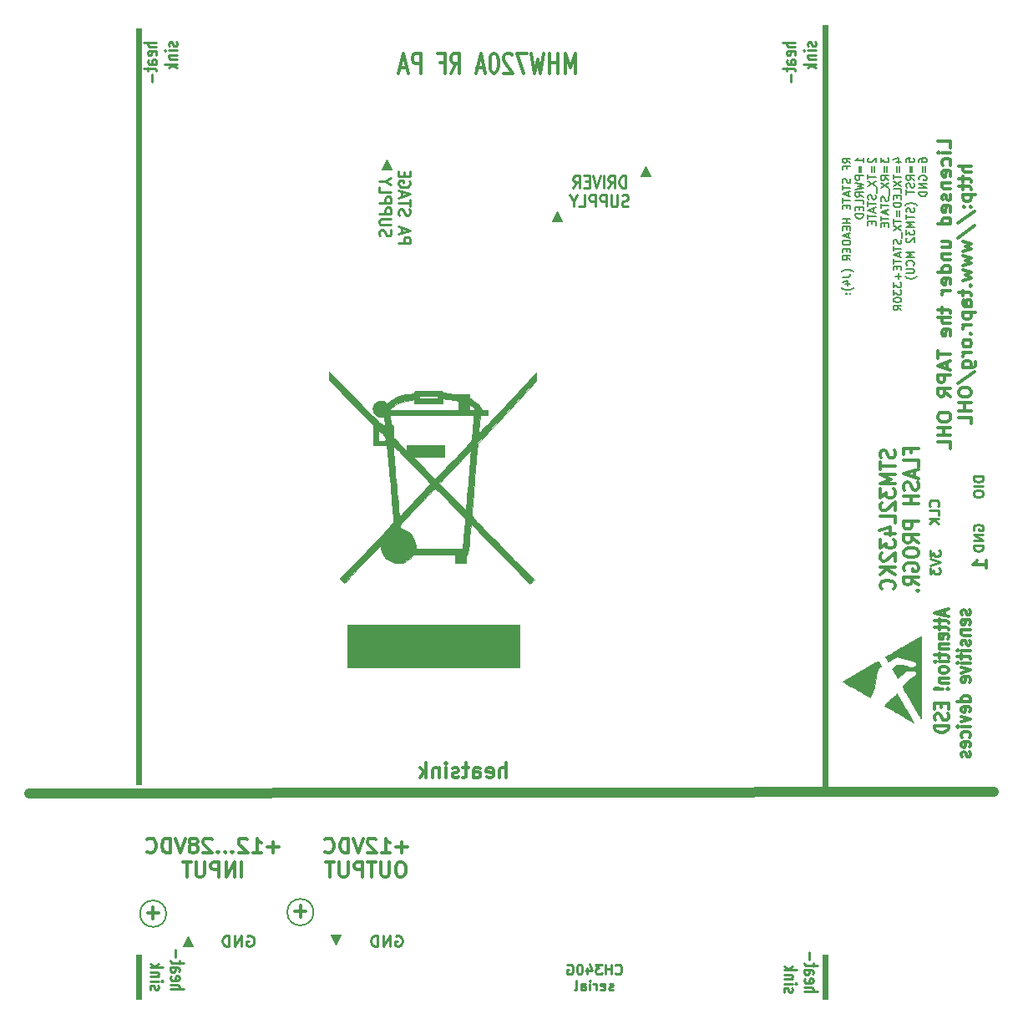
<source format=gbo>
G04 #@! TF.GenerationSoftware,KiCad,Pcbnew,7.0.6-7.0.6~ubuntu22.04.1*
G04 #@! TF.CreationDate,2023-07-26T21:33:09+03:00*
G04 #@! TF.ProjectId,TACNPR,5441434e-5052-42e6-9b69-6361645f7063,rev?*
G04 #@! TF.SameCoordinates,Original*
G04 #@! TF.FileFunction,Legend,Bot*
G04 #@! TF.FilePolarity,Positive*
%FSLAX46Y46*%
G04 Gerber Fmt 4.6, Leading zero omitted, Abs format (unit mm)*
G04 Created by KiCad (PCBNEW 7.0.6-7.0.6~ubuntu22.04.1) date 2023-07-26 21:33:09*
%MOMM*%
%LPD*%
G01*
G04 APERTURE LIST*
%ADD10C,0.100000*%
%ADD11C,0.200000*%
%ADD12C,1.000000*%
%ADD13C,0.250000*%
%ADD14C,0.275000*%
%ADD15C,0.350000*%
%ADD16C,0.300000*%
%ADD17C,0.325000*%
%ADD18C,0.375000*%
%ADD19C,0.010000*%
%ADD20C,3.900000*%
%ADD21C,7.000000*%
%ADD22C,2.050000*%
%ADD23C,2.250000*%
%ADD24R,1.700000X1.700000*%
%ADD25O,1.700000X1.700000*%
%ADD26R,2.600000X2.600000*%
%ADD27C,2.600000*%
%ADD28C,2.350000*%
%ADD29O,0.890000X1.550000*%
%ADD30O,1.250000X0.950000*%
%ADD31C,3.250000*%
%ADD32C,1.200000*%
%ADD33C,1.300000*%
%ADD34C,2.000000*%
G04 APERTURE END LIST*
D10*
X100838000Y-135737600D02*
X100330000Y-135737600D01*
X100330000Y-131235600D01*
X100838000Y-131235600D01*
X100838000Y-135737600D01*
G36*
X100838000Y-135737600D02*
G01*
X100330000Y-135737600D01*
X100330000Y-131235600D01*
X100838000Y-131235600D01*
X100838000Y-135737600D01*
G37*
X170434000Y-41484400D02*
X169926000Y-41484400D01*
X169926000Y-36982400D01*
X170434000Y-36982400D01*
X170434000Y-41484400D01*
G36*
X170434000Y-41484400D02*
G01*
X169926000Y-41484400D01*
X169926000Y-36982400D01*
X170434000Y-36982400D01*
X170434000Y-41484400D01*
G37*
X170406810Y-135743700D02*
X169898810Y-135743700D01*
X169898810Y-131241700D01*
X170406810Y-131241700D01*
X170406810Y-135743700D01*
G36*
X170406810Y-135743700D02*
G01*
X169898810Y-135743700D01*
X169898810Y-131241700D01*
X170406810Y-131241700D01*
X170406810Y-135743700D01*
G37*
X126238000Y-51663600D02*
X125222000Y-51663600D01*
X125730000Y-50647600D01*
X126238000Y-51663600D01*
G36*
X126238000Y-51663600D02*
G01*
X125222000Y-51663600D01*
X125730000Y-50647600D01*
X126238000Y-51663600D01*
G37*
X100838000Y-41840000D02*
X100330000Y-41840000D01*
X100330000Y-37338000D01*
X100838000Y-37338000D01*
X100838000Y-41840000D01*
G36*
X100838000Y-41840000D02*
G01*
X100330000Y-41840000D01*
X100330000Y-37338000D01*
X100838000Y-37338000D01*
X100838000Y-41840000D01*
G37*
X152463500Y-52324000D02*
X151447500Y-52324000D01*
X151955500Y-51308000D01*
X152463500Y-52324000D01*
G36*
X152463500Y-52324000D02*
G01*
X151447500Y-52324000D01*
X151955500Y-51308000D01*
X152463500Y-52324000D01*
G37*
X143510000Y-56896000D02*
X142494000Y-56896000D01*
X143002000Y-55880000D01*
X143510000Y-56896000D01*
G36*
X143510000Y-56896000D02*
G01*
X142494000Y-56896000D01*
X143002000Y-55880000D01*
X143510000Y-56896000D01*
G37*
X100838000Y-113950600D02*
X100330000Y-113950600D01*
X100330000Y-41459000D01*
X100838000Y-41459000D01*
X100838000Y-113950600D01*
G36*
X100838000Y-113950600D02*
G01*
X100330000Y-113950600D01*
X100330000Y-41459000D01*
X100838000Y-41459000D01*
X100838000Y-113950600D01*
G37*
X170406809Y-114306100D02*
X169898809Y-114306100D01*
X169926000Y-41332000D01*
X170434000Y-41332000D01*
X170406809Y-114306100D01*
G36*
X170406809Y-114306100D02*
G01*
X169898809Y-114306100D01*
X169926000Y-41332000D01*
X170434000Y-41332000D01*
X170406809Y-114306100D01*
G37*
D11*
X118332442Y-126929959D02*
G75*
G03*
X118332442Y-126929959I-1340042J0D01*
G01*
D10*
X120599200Y-130251200D02*
X120091200Y-129235200D01*
X121107200Y-129235200D01*
X120599200Y-130251200D01*
G36*
X120599200Y-130251200D02*
G01*
X120091200Y-129235200D01*
X121107200Y-129235200D01*
X120599200Y-130251200D01*
G37*
D12*
X89509600Y-114858800D02*
X187299600Y-114757200D01*
D10*
X106121200Y-130352800D02*
X105105200Y-130352800D01*
X105613200Y-129336800D01*
X106121200Y-130352800D01*
G36*
X106121200Y-130352800D02*
G01*
X105105200Y-130352800D01*
X105613200Y-129336800D01*
X106121200Y-130352800D01*
G37*
D11*
X103397242Y-127082359D02*
G75*
G03*
X103397242Y-127082359I-1340042J0D01*
G01*
D13*
X103836095Y-134725431D02*
X105136095Y-134725431D01*
X103836095Y-134296860D02*
X104517047Y-134296860D01*
X104517047Y-134296860D02*
X104640857Y-134344479D01*
X104640857Y-134344479D02*
X104702761Y-134439717D01*
X104702761Y-134439717D02*
X104702761Y-134582574D01*
X104702761Y-134582574D02*
X104640857Y-134677812D01*
X104640857Y-134677812D02*
X104578952Y-134725431D01*
X103898000Y-133439717D02*
X103836095Y-133534955D01*
X103836095Y-133534955D02*
X103836095Y-133725431D01*
X103836095Y-133725431D02*
X103898000Y-133820669D01*
X103898000Y-133820669D02*
X104021809Y-133868288D01*
X104021809Y-133868288D02*
X104517047Y-133868288D01*
X104517047Y-133868288D02*
X104640857Y-133820669D01*
X104640857Y-133820669D02*
X104702761Y-133725431D01*
X104702761Y-133725431D02*
X104702761Y-133534955D01*
X104702761Y-133534955D02*
X104640857Y-133439717D01*
X104640857Y-133439717D02*
X104517047Y-133392098D01*
X104517047Y-133392098D02*
X104393238Y-133392098D01*
X104393238Y-133392098D02*
X104269428Y-133868288D01*
X103836095Y-132534955D02*
X104517047Y-132534955D01*
X104517047Y-132534955D02*
X104640857Y-132582574D01*
X104640857Y-132582574D02*
X104702761Y-132677812D01*
X104702761Y-132677812D02*
X104702761Y-132868288D01*
X104702761Y-132868288D02*
X104640857Y-132963526D01*
X103898000Y-132534955D02*
X103836095Y-132630193D01*
X103836095Y-132630193D02*
X103836095Y-132868288D01*
X103836095Y-132868288D02*
X103898000Y-132963526D01*
X103898000Y-132963526D02*
X104021809Y-133011145D01*
X104021809Y-133011145D02*
X104145619Y-133011145D01*
X104145619Y-133011145D02*
X104269428Y-132963526D01*
X104269428Y-132963526D02*
X104331333Y-132868288D01*
X104331333Y-132868288D02*
X104331333Y-132630193D01*
X104331333Y-132630193D02*
X104393238Y-132534955D01*
X104702761Y-132201621D02*
X104702761Y-131820669D01*
X105136095Y-132058764D02*
X104021809Y-132058764D01*
X104021809Y-132058764D02*
X103898000Y-132011145D01*
X103898000Y-132011145D02*
X103836095Y-131915907D01*
X103836095Y-131915907D02*
X103836095Y-131820669D01*
X104331333Y-131487335D02*
X104331333Y-130725431D01*
X101805000Y-134773050D02*
X101743095Y-134677812D01*
X101743095Y-134677812D02*
X101743095Y-134487336D01*
X101743095Y-134487336D02*
X101805000Y-134392098D01*
X101805000Y-134392098D02*
X101928809Y-134344479D01*
X101928809Y-134344479D02*
X101990714Y-134344479D01*
X101990714Y-134344479D02*
X102114523Y-134392098D01*
X102114523Y-134392098D02*
X102176428Y-134487336D01*
X102176428Y-134487336D02*
X102176428Y-134630193D01*
X102176428Y-134630193D02*
X102238333Y-134725431D01*
X102238333Y-134725431D02*
X102362142Y-134773050D01*
X102362142Y-134773050D02*
X102424047Y-134773050D01*
X102424047Y-134773050D02*
X102547857Y-134725431D01*
X102547857Y-134725431D02*
X102609761Y-134630193D01*
X102609761Y-134630193D02*
X102609761Y-134487336D01*
X102609761Y-134487336D02*
X102547857Y-134392098D01*
X101743095Y-133915907D02*
X102609761Y-133915907D01*
X103043095Y-133915907D02*
X102981190Y-133963526D01*
X102981190Y-133963526D02*
X102919285Y-133915907D01*
X102919285Y-133915907D02*
X102981190Y-133868288D01*
X102981190Y-133868288D02*
X103043095Y-133915907D01*
X103043095Y-133915907D02*
X102919285Y-133915907D01*
X102609761Y-133439717D02*
X101743095Y-133439717D01*
X102485952Y-133439717D02*
X102547857Y-133392098D01*
X102547857Y-133392098D02*
X102609761Y-133296860D01*
X102609761Y-133296860D02*
X102609761Y-133154003D01*
X102609761Y-133154003D02*
X102547857Y-133058765D01*
X102547857Y-133058765D02*
X102424047Y-133011146D01*
X102424047Y-133011146D02*
X101743095Y-133011146D01*
X101743095Y-132534955D02*
X103043095Y-132534955D01*
X102238333Y-132439717D02*
X101743095Y-132154003D01*
X102609761Y-132154003D02*
X102114523Y-132534955D01*
D14*
X126917157Y-59114075D02*
X128117157Y-59114075D01*
X128117157Y-59114075D02*
X128117157Y-58695027D01*
X128117157Y-58695027D02*
X128060014Y-58590265D01*
X128060014Y-58590265D02*
X128002871Y-58537884D01*
X128002871Y-58537884D02*
X127888585Y-58485503D01*
X127888585Y-58485503D02*
X127717157Y-58485503D01*
X127717157Y-58485503D02*
X127602871Y-58537884D01*
X127602871Y-58537884D02*
X127545728Y-58590265D01*
X127545728Y-58590265D02*
X127488585Y-58695027D01*
X127488585Y-58695027D02*
X127488585Y-59114075D01*
X127260014Y-58066456D02*
X127260014Y-57542646D01*
X126917157Y-58171218D02*
X128117157Y-57804551D01*
X128117157Y-57804551D02*
X126917157Y-57437884D01*
X126974300Y-56285504D02*
X126917157Y-56128361D01*
X126917157Y-56128361D02*
X126917157Y-55866456D01*
X126917157Y-55866456D02*
X126974300Y-55761694D01*
X126974300Y-55761694D02*
X127031442Y-55709313D01*
X127031442Y-55709313D02*
X127145728Y-55656932D01*
X127145728Y-55656932D02*
X127260014Y-55656932D01*
X127260014Y-55656932D02*
X127374300Y-55709313D01*
X127374300Y-55709313D02*
X127431442Y-55761694D01*
X127431442Y-55761694D02*
X127488585Y-55866456D01*
X127488585Y-55866456D02*
X127545728Y-56075980D01*
X127545728Y-56075980D02*
X127602871Y-56180742D01*
X127602871Y-56180742D02*
X127660014Y-56233123D01*
X127660014Y-56233123D02*
X127774300Y-56285504D01*
X127774300Y-56285504D02*
X127888585Y-56285504D01*
X127888585Y-56285504D02*
X128002871Y-56233123D01*
X128002871Y-56233123D02*
X128060014Y-56180742D01*
X128060014Y-56180742D02*
X128117157Y-56075980D01*
X128117157Y-56075980D02*
X128117157Y-55814075D01*
X128117157Y-55814075D02*
X128060014Y-55656932D01*
X128117157Y-55342647D02*
X128117157Y-54714075D01*
X126917157Y-55028361D02*
X128117157Y-55028361D01*
X127260014Y-54399790D02*
X127260014Y-53875980D01*
X126917157Y-54504552D02*
X128117157Y-54137885D01*
X128117157Y-54137885D02*
X126917157Y-53771218D01*
X128060014Y-52828361D02*
X128117157Y-52933123D01*
X128117157Y-52933123D02*
X128117157Y-53090266D01*
X128117157Y-53090266D02*
X128060014Y-53247409D01*
X128060014Y-53247409D02*
X127945728Y-53352171D01*
X127945728Y-53352171D02*
X127831442Y-53404552D01*
X127831442Y-53404552D02*
X127602871Y-53456933D01*
X127602871Y-53456933D02*
X127431442Y-53456933D01*
X127431442Y-53456933D02*
X127202871Y-53404552D01*
X127202871Y-53404552D02*
X127088585Y-53352171D01*
X127088585Y-53352171D02*
X126974300Y-53247409D01*
X126974300Y-53247409D02*
X126917157Y-53090266D01*
X126917157Y-53090266D02*
X126917157Y-52985504D01*
X126917157Y-52985504D02*
X126974300Y-52828361D01*
X126974300Y-52828361D02*
X127031442Y-52775980D01*
X127031442Y-52775980D02*
X127431442Y-52775980D01*
X127431442Y-52775980D02*
X127431442Y-52985504D01*
X127545728Y-52304552D02*
X127545728Y-51937885D01*
X126917157Y-51780742D02*
X126917157Y-52304552D01*
X126917157Y-52304552D02*
X128117157Y-52304552D01*
X128117157Y-52304552D02*
X128117157Y-51780742D01*
X125042300Y-58380742D02*
X124985157Y-58223599D01*
X124985157Y-58223599D02*
X124985157Y-57961694D01*
X124985157Y-57961694D02*
X125042300Y-57856932D01*
X125042300Y-57856932D02*
X125099442Y-57804551D01*
X125099442Y-57804551D02*
X125213728Y-57752170D01*
X125213728Y-57752170D02*
X125328014Y-57752170D01*
X125328014Y-57752170D02*
X125442300Y-57804551D01*
X125442300Y-57804551D02*
X125499442Y-57856932D01*
X125499442Y-57856932D02*
X125556585Y-57961694D01*
X125556585Y-57961694D02*
X125613728Y-58171218D01*
X125613728Y-58171218D02*
X125670871Y-58275980D01*
X125670871Y-58275980D02*
X125728014Y-58328361D01*
X125728014Y-58328361D02*
X125842300Y-58380742D01*
X125842300Y-58380742D02*
X125956585Y-58380742D01*
X125956585Y-58380742D02*
X126070871Y-58328361D01*
X126070871Y-58328361D02*
X126128014Y-58275980D01*
X126128014Y-58275980D02*
X126185157Y-58171218D01*
X126185157Y-58171218D02*
X126185157Y-57909313D01*
X126185157Y-57909313D02*
X126128014Y-57752170D01*
X126185157Y-57280742D02*
X125213728Y-57280742D01*
X125213728Y-57280742D02*
X125099442Y-57228361D01*
X125099442Y-57228361D02*
X125042300Y-57175980D01*
X125042300Y-57175980D02*
X124985157Y-57071218D01*
X124985157Y-57071218D02*
X124985157Y-56861694D01*
X124985157Y-56861694D02*
X125042300Y-56756932D01*
X125042300Y-56756932D02*
X125099442Y-56704551D01*
X125099442Y-56704551D02*
X125213728Y-56652170D01*
X125213728Y-56652170D02*
X126185157Y-56652170D01*
X124985157Y-56128361D02*
X126185157Y-56128361D01*
X126185157Y-56128361D02*
X126185157Y-55709313D01*
X126185157Y-55709313D02*
X126128014Y-55604551D01*
X126128014Y-55604551D02*
X126070871Y-55552170D01*
X126070871Y-55552170D02*
X125956585Y-55499789D01*
X125956585Y-55499789D02*
X125785157Y-55499789D01*
X125785157Y-55499789D02*
X125670871Y-55552170D01*
X125670871Y-55552170D02*
X125613728Y-55604551D01*
X125613728Y-55604551D02*
X125556585Y-55709313D01*
X125556585Y-55709313D02*
X125556585Y-56128361D01*
X124985157Y-55028361D02*
X126185157Y-55028361D01*
X126185157Y-55028361D02*
X126185157Y-54609313D01*
X126185157Y-54609313D02*
X126128014Y-54504551D01*
X126128014Y-54504551D02*
X126070871Y-54452170D01*
X126070871Y-54452170D02*
X125956585Y-54399789D01*
X125956585Y-54399789D02*
X125785157Y-54399789D01*
X125785157Y-54399789D02*
X125670871Y-54452170D01*
X125670871Y-54452170D02*
X125613728Y-54504551D01*
X125613728Y-54504551D02*
X125556585Y-54609313D01*
X125556585Y-54609313D02*
X125556585Y-55028361D01*
X124985157Y-53404551D02*
X124985157Y-53928361D01*
X124985157Y-53928361D02*
X126185157Y-53928361D01*
X125556585Y-52828361D02*
X124985157Y-52828361D01*
X126185157Y-53195028D02*
X125556585Y-52828361D01*
X125556585Y-52828361D02*
X126185157Y-52461694D01*
D15*
X177196800Y-80088667D02*
X177268228Y-80288667D01*
X177268228Y-80288667D02*
X177268228Y-80622001D01*
X177268228Y-80622001D02*
X177196800Y-80755334D01*
X177196800Y-80755334D02*
X177125371Y-80822001D01*
X177125371Y-80822001D02*
X176982514Y-80888667D01*
X176982514Y-80888667D02*
X176839657Y-80888667D01*
X176839657Y-80888667D02*
X176696800Y-80822001D01*
X176696800Y-80822001D02*
X176625371Y-80755334D01*
X176625371Y-80755334D02*
X176553942Y-80622001D01*
X176553942Y-80622001D02*
X176482514Y-80355334D01*
X176482514Y-80355334D02*
X176411085Y-80222001D01*
X176411085Y-80222001D02*
X176339657Y-80155334D01*
X176339657Y-80155334D02*
X176196800Y-80088667D01*
X176196800Y-80088667D02*
X176053942Y-80088667D01*
X176053942Y-80088667D02*
X175911085Y-80155334D01*
X175911085Y-80155334D02*
X175839657Y-80222001D01*
X175839657Y-80222001D02*
X175768228Y-80355334D01*
X175768228Y-80355334D02*
X175768228Y-80688667D01*
X175768228Y-80688667D02*
X175839657Y-80888667D01*
X175768228Y-81288667D02*
X175768228Y-82088667D01*
X177268228Y-81688667D02*
X175768228Y-81688667D01*
X177268228Y-82555334D02*
X175768228Y-82555334D01*
X175768228Y-82555334D02*
X176839657Y-83022001D01*
X176839657Y-83022001D02*
X175768228Y-83488667D01*
X175768228Y-83488667D02*
X177268228Y-83488667D01*
X175768228Y-84022001D02*
X175768228Y-84888667D01*
X175768228Y-84888667D02*
X176339657Y-84422001D01*
X176339657Y-84422001D02*
X176339657Y-84622001D01*
X176339657Y-84622001D02*
X176411085Y-84755334D01*
X176411085Y-84755334D02*
X176482514Y-84822001D01*
X176482514Y-84822001D02*
X176625371Y-84888667D01*
X176625371Y-84888667D02*
X176982514Y-84888667D01*
X176982514Y-84888667D02*
X177125371Y-84822001D01*
X177125371Y-84822001D02*
X177196800Y-84755334D01*
X177196800Y-84755334D02*
X177268228Y-84622001D01*
X177268228Y-84622001D02*
X177268228Y-84222001D01*
X177268228Y-84222001D02*
X177196800Y-84088667D01*
X177196800Y-84088667D02*
X177125371Y-84022001D01*
X175911085Y-85422000D02*
X175839657Y-85488667D01*
X175839657Y-85488667D02*
X175768228Y-85622000D01*
X175768228Y-85622000D02*
X175768228Y-85955334D01*
X175768228Y-85955334D02*
X175839657Y-86088667D01*
X175839657Y-86088667D02*
X175911085Y-86155334D01*
X175911085Y-86155334D02*
X176053942Y-86222000D01*
X176053942Y-86222000D02*
X176196800Y-86222000D01*
X176196800Y-86222000D02*
X176411085Y-86155334D01*
X176411085Y-86155334D02*
X177268228Y-85355334D01*
X177268228Y-85355334D02*
X177268228Y-86222000D01*
X177268228Y-87488667D02*
X177268228Y-86822000D01*
X177268228Y-86822000D02*
X175768228Y-86822000D01*
X176268228Y-88555333D02*
X177268228Y-88555333D01*
X175696800Y-88222000D02*
X176768228Y-87888666D01*
X176768228Y-87888666D02*
X176768228Y-88755333D01*
X175768228Y-89155333D02*
X175768228Y-90021999D01*
X175768228Y-90021999D02*
X176339657Y-89555333D01*
X176339657Y-89555333D02*
X176339657Y-89755333D01*
X176339657Y-89755333D02*
X176411085Y-89888666D01*
X176411085Y-89888666D02*
X176482514Y-89955333D01*
X176482514Y-89955333D02*
X176625371Y-90021999D01*
X176625371Y-90021999D02*
X176982514Y-90021999D01*
X176982514Y-90021999D02*
X177125371Y-89955333D01*
X177125371Y-89955333D02*
X177196800Y-89888666D01*
X177196800Y-89888666D02*
X177268228Y-89755333D01*
X177268228Y-89755333D02*
X177268228Y-89355333D01*
X177268228Y-89355333D02*
X177196800Y-89221999D01*
X177196800Y-89221999D02*
X177125371Y-89155333D01*
X175911085Y-90555332D02*
X175839657Y-90621999D01*
X175839657Y-90621999D02*
X175768228Y-90755332D01*
X175768228Y-90755332D02*
X175768228Y-91088666D01*
X175768228Y-91088666D02*
X175839657Y-91221999D01*
X175839657Y-91221999D02*
X175911085Y-91288666D01*
X175911085Y-91288666D02*
X176053942Y-91355332D01*
X176053942Y-91355332D02*
X176196800Y-91355332D01*
X176196800Y-91355332D02*
X176411085Y-91288666D01*
X176411085Y-91288666D02*
X177268228Y-90488666D01*
X177268228Y-90488666D02*
X177268228Y-91355332D01*
X177268228Y-91955332D02*
X175768228Y-91955332D01*
X177268228Y-92755332D02*
X176411085Y-92155332D01*
X175768228Y-92755332D02*
X176625371Y-91955332D01*
X177125371Y-94155332D02*
X177196800Y-94088665D01*
X177196800Y-94088665D02*
X177268228Y-93888665D01*
X177268228Y-93888665D02*
X177268228Y-93755332D01*
X177268228Y-93755332D02*
X177196800Y-93555332D01*
X177196800Y-93555332D02*
X177053942Y-93421999D01*
X177053942Y-93421999D02*
X176911085Y-93355332D01*
X176911085Y-93355332D02*
X176625371Y-93288665D01*
X176625371Y-93288665D02*
X176411085Y-93288665D01*
X176411085Y-93288665D02*
X176125371Y-93355332D01*
X176125371Y-93355332D02*
X175982514Y-93421999D01*
X175982514Y-93421999D02*
X175839657Y-93555332D01*
X175839657Y-93555332D02*
X175768228Y-93755332D01*
X175768228Y-93755332D02*
X175768228Y-93888665D01*
X175768228Y-93888665D02*
X175839657Y-94088665D01*
X175839657Y-94088665D02*
X175911085Y-94155332D01*
X178897514Y-80355333D02*
X178897514Y-79888666D01*
X179683228Y-79888666D02*
X178183228Y-79888666D01*
X178183228Y-79888666D02*
X178183228Y-80555333D01*
X179683228Y-81755333D02*
X179683228Y-81088666D01*
X179683228Y-81088666D02*
X178183228Y-81088666D01*
X179254657Y-82155332D02*
X179254657Y-82821999D01*
X179683228Y-82021999D02*
X178183228Y-82488666D01*
X178183228Y-82488666D02*
X179683228Y-82955332D01*
X179611800Y-83355332D02*
X179683228Y-83555332D01*
X179683228Y-83555332D02*
X179683228Y-83888666D01*
X179683228Y-83888666D02*
X179611800Y-84021999D01*
X179611800Y-84021999D02*
X179540371Y-84088666D01*
X179540371Y-84088666D02*
X179397514Y-84155332D01*
X179397514Y-84155332D02*
X179254657Y-84155332D01*
X179254657Y-84155332D02*
X179111800Y-84088666D01*
X179111800Y-84088666D02*
X179040371Y-84021999D01*
X179040371Y-84021999D02*
X178968942Y-83888666D01*
X178968942Y-83888666D02*
X178897514Y-83621999D01*
X178897514Y-83621999D02*
X178826085Y-83488666D01*
X178826085Y-83488666D02*
X178754657Y-83421999D01*
X178754657Y-83421999D02*
X178611800Y-83355332D01*
X178611800Y-83355332D02*
X178468942Y-83355332D01*
X178468942Y-83355332D02*
X178326085Y-83421999D01*
X178326085Y-83421999D02*
X178254657Y-83488666D01*
X178254657Y-83488666D02*
X178183228Y-83621999D01*
X178183228Y-83621999D02*
X178183228Y-83955332D01*
X178183228Y-83955332D02*
X178254657Y-84155332D01*
X179683228Y-84755332D02*
X178183228Y-84755332D01*
X178897514Y-84755332D02*
X178897514Y-85555332D01*
X179683228Y-85555332D02*
X178183228Y-85555332D01*
X179683228Y-87288666D02*
X178183228Y-87288666D01*
X178183228Y-87288666D02*
X178183228Y-87821999D01*
X178183228Y-87821999D02*
X178254657Y-87955333D01*
X178254657Y-87955333D02*
X178326085Y-88021999D01*
X178326085Y-88021999D02*
X178468942Y-88088666D01*
X178468942Y-88088666D02*
X178683228Y-88088666D01*
X178683228Y-88088666D02*
X178826085Y-88021999D01*
X178826085Y-88021999D02*
X178897514Y-87955333D01*
X178897514Y-87955333D02*
X178968942Y-87821999D01*
X178968942Y-87821999D02*
X178968942Y-87288666D01*
X179683228Y-89488666D02*
X178968942Y-89021999D01*
X179683228Y-88688666D02*
X178183228Y-88688666D01*
X178183228Y-88688666D02*
X178183228Y-89221999D01*
X178183228Y-89221999D02*
X178254657Y-89355333D01*
X178254657Y-89355333D02*
X178326085Y-89421999D01*
X178326085Y-89421999D02*
X178468942Y-89488666D01*
X178468942Y-89488666D02*
X178683228Y-89488666D01*
X178683228Y-89488666D02*
X178826085Y-89421999D01*
X178826085Y-89421999D02*
X178897514Y-89355333D01*
X178897514Y-89355333D02*
X178968942Y-89221999D01*
X178968942Y-89221999D02*
X178968942Y-88688666D01*
X178183228Y-90355333D02*
X178183228Y-90621999D01*
X178183228Y-90621999D02*
X178254657Y-90755333D01*
X178254657Y-90755333D02*
X178397514Y-90888666D01*
X178397514Y-90888666D02*
X178683228Y-90955333D01*
X178683228Y-90955333D02*
X179183228Y-90955333D01*
X179183228Y-90955333D02*
X179468942Y-90888666D01*
X179468942Y-90888666D02*
X179611800Y-90755333D01*
X179611800Y-90755333D02*
X179683228Y-90621999D01*
X179683228Y-90621999D02*
X179683228Y-90355333D01*
X179683228Y-90355333D02*
X179611800Y-90221999D01*
X179611800Y-90221999D02*
X179468942Y-90088666D01*
X179468942Y-90088666D02*
X179183228Y-90021999D01*
X179183228Y-90021999D02*
X178683228Y-90021999D01*
X178683228Y-90021999D02*
X178397514Y-90088666D01*
X178397514Y-90088666D02*
X178254657Y-90221999D01*
X178254657Y-90221999D02*
X178183228Y-90355333D01*
X178254657Y-92288666D02*
X178183228Y-92155333D01*
X178183228Y-92155333D02*
X178183228Y-91955333D01*
X178183228Y-91955333D02*
X178254657Y-91755333D01*
X178254657Y-91755333D02*
X178397514Y-91622000D01*
X178397514Y-91622000D02*
X178540371Y-91555333D01*
X178540371Y-91555333D02*
X178826085Y-91488666D01*
X178826085Y-91488666D02*
X179040371Y-91488666D01*
X179040371Y-91488666D02*
X179326085Y-91555333D01*
X179326085Y-91555333D02*
X179468942Y-91622000D01*
X179468942Y-91622000D02*
X179611800Y-91755333D01*
X179611800Y-91755333D02*
X179683228Y-91955333D01*
X179683228Y-91955333D02*
X179683228Y-92088666D01*
X179683228Y-92088666D02*
X179611800Y-92288666D01*
X179611800Y-92288666D02*
X179540371Y-92355333D01*
X179540371Y-92355333D02*
X179040371Y-92355333D01*
X179040371Y-92355333D02*
X179040371Y-92088666D01*
X179683228Y-93755333D02*
X178968942Y-93288666D01*
X179683228Y-92955333D02*
X178183228Y-92955333D01*
X178183228Y-92955333D02*
X178183228Y-93488666D01*
X178183228Y-93488666D02*
X178254657Y-93622000D01*
X178254657Y-93622000D02*
X178326085Y-93688666D01*
X178326085Y-93688666D02*
X178468942Y-93755333D01*
X178468942Y-93755333D02*
X178683228Y-93755333D01*
X178683228Y-93755333D02*
X178826085Y-93688666D01*
X178826085Y-93688666D02*
X178897514Y-93622000D01*
X178897514Y-93622000D02*
X178968942Y-93488666D01*
X178968942Y-93488666D02*
X178968942Y-92955333D01*
X179540371Y-94355333D02*
X179611800Y-94422000D01*
X179611800Y-94422000D02*
X179683228Y-94355333D01*
X179683228Y-94355333D02*
X179611800Y-94288666D01*
X179611800Y-94288666D02*
X179540371Y-94355333D01*
X179540371Y-94355333D02*
X179683228Y-94355333D01*
D11*
X172771695Y-50969597D02*
X172390742Y-50702930D01*
X172771695Y-50512454D02*
X171971695Y-50512454D01*
X171971695Y-50512454D02*
X171971695Y-50817216D01*
X171971695Y-50817216D02*
X172009790Y-50893406D01*
X172009790Y-50893406D02*
X172047885Y-50931501D01*
X172047885Y-50931501D02*
X172124076Y-50969597D01*
X172124076Y-50969597D02*
X172238361Y-50969597D01*
X172238361Y-50969597D02*
X172314552Y-50931501D01*
X172314552Y-50931501D02*
X172352647Y-50893406D01*
X172352647Y-50893406D02*
X172390742Y-50817216D01*
X172390742Y-50817216D02*
X172390742Y-50512454D01*
X172352647Y-51579120D02*
X172352647Y-51312454D01*
X172771695Y-51312454D02*
X171971695Y-51312454D01*
X171971695Y-51312454D02*
X171971695Y-51693406D01*
X172733600Y-52569596D02*
X172771695Y-52683882D01*
X172771695Y-52683882D02*
X172771695Y-52874358D01*
X172771695Y-52874358D02*
X172733600Y-52950549D01*
X172733600Y-52950549D02*
X172695504Y-52988644D01*
X172695504Y-52988644D02*
X172619314Y-53026739D01*
X172619314Y-53026739D02*
X172543123Y-53026739D01*
X172543123Y-53026739D02*
X172466933Y-52988644D01*
X172466933Y-52988644D02*
X172428838Y-52950549D01*
X172428838Y-52950549D02*
X172390742Y-52874358D01*
X172390742Y-52874358D02*
X172352647Y-52721977D01*
X172352647Y-52721977D02*
X172314552Y-52645787D01*
X172314552Y-52645787D02*
X172276457Y-52607692D01*
X172276457Y-52607692D02*
X172200266Y-52569596D01*
X172200266Y-52569596D02*
X172124076Y-52569596D01*
X172124076Y-52569596D02*
X172047885Y-52607692D01*
X172047885Y-52607692D02*
X172009790Y-52645787D01*
X172009790Y-52645787D02*
X171971695Y-52721977D01*
X171971695Y-52721977D02*
X171971695Y-52912454D01*
X171971695Y-52912454D02*
X172009790Y-53026739D01*
X171971695Y-53255311D02*
X171971695Y-53712454D01*
X172771695Y-53483882D02*
X171971695Y-53483882D01*
X172543123Y-53941025D02*
X172543123Y-54321978D01*
X172771695Y-53864835D02*
X171971695Y-54131502D01*
X171971695Y-54131502D02*
X172771695Y-54398168D01*
X171971695Y-54550549D02*
X171971695Y-55007692D01*
X172771695Y-54779120D02*
X171971695Y-54779120D01*
X172352647Y-55274359D02*
X172352647Y-55541025D01*
X172771695Y-55655311D02*
X172771695Y-55274359D01*
X172771695Y-55274359D02*
X171971695Y-55274359D01*
X171971695Y-55274359D02*
X171971695Y-55655311D01*
X172771695Y-56607693D02*
X171971695Y-56607693D01*
X172352647Y-56607693D02*
X172352647Y-57064836D01*
X172771695Y-57064836D02*
X171971695Y-57064836D01*
X172352647Y-57445788D02*
X172352647Y-57712454D01*
X172771695Y-57826740D02*
X172771695Y-57445788D01*
X172771695Y-57445788D02*
X171971695Y-57445788D01*
X171971695Y-57445788D02*
X171971695Y-57826740D01*
X172543123Y-58131502D02*
X172543123Y-58512455D01*
X172771695Y-58055312D02*
X171971695Y-58321979D01*
X171971695Y-58321979D02*
X172771695Y-58588645D01*
X172771695Y-58855312D02*
X171971695Y-58855312D01*
X171971695Y-58855312D02*
X171971695Y-59045788D01*
X171971695Y-59045788D02*
X172009790Y-59160074D01*
X172009790Y-59160074D02*
X172085980Y-59236264D01*
X172085980Y-59236264D02*
X172162171Y-59274359D01*
X172162171Y-59274359D02*
X172314552Y-59312455D01*
X172314552Y-59312455D02*
X172428838Y-59312455D01*
X172428838Y-59312455D02*
X172581219Y-59274359D01*
X172581219Y-59274359D02*
X172657409Y-59236264D01*
X172657409Y-59236264D02*
X172733600Y-59160074D01*
X172733600Y-59160074D02*
X172771695Y-59045788D01*
X172771695Y-59045788D02*
X172771695Y-58855312D01*
X172352647Y-59655312D02*
X172352647Y-59921978D01*
X172771695Y-60036264D02*
X172771695Y-59655312D01*
X172771695Y-59655312D02*
X171971695Y-59655312D01*
X171971695Y-59655312D02*
X171971695Y-60036264D01*
X172771695Y-60836265D02*
X172390742Y-60569598D01*
X172771695Y-60379122D02*
X171971695Y-60379122D01*
X171971695Y-60379122D02*
X171971695Y-60683884D01*
X171971695Y-60683884D02*
X172009790Y-60760074D01*
X172009790Y-60760074D02*
X172047885Y-60798169D01*
X172047885Y-60798169D02*
X172124076Y-60836265D01*
X172124076Y-60836265D02*
X172238361Y-60836265D01*
X172238361Y-60836265D02*
X172314552Y-60798169D01*
X172314552Y-60798169D02*
X172352647Y-60760074D01*
X172352647Y-60760074D02*
X172390742Y-60683884D01*
X172390742Y-60683884D02*
X172390742Y-60379122D01*
X173076457Y-62017217D02*
X173038361Y-61979122D01*
X173038361Y-61979122D02*
X172924076Y-61902931D01*
X172924076Y-61902931D02*
X172847885Y-61864836D01*
X172847885Y-61864836D02*
X172733600Y-61826741D01*
X172733600Y-61826741D02*
X172543123Y-61788646D01*
X172543123Y-61788646D02*
X172390742Y-61788646D01*
X172390742Y-61788646D02*
X172200266Y-61826741D01*
X172200266Y-61826741D02*
X172085980Y-61864836D01*
X172085980Y-61864836D02*
X172009790Y-61902931D01*
X172009790Y-61902931D02*
X171895504Y-61979122D01*
X171895504Y-61979122D02*
X171857409Y-62017217D01*
X171971695Y-62550550D02*
X172543123Y-62550550D01*
X172543123Y-62550550D02*
X172657409Y-62512455D01*
X172657409Y-62512455D02*
X172733600Y-62436264D01*
X172733600Y-62436264D02*
X172771695Y-62321979D01*
X172771695Y-62321979D02*
X172771695Y-62245788D01*
X172238361Y-63274360D02*
X172771695Y-63274360D01*
X171933600Y-63083884D02*
X172505028Y-62893407D01*
X172505028Y-62893407D02*
X172505028Y-63388646D01*
X173076457Y-63617217D02*
X173038361Y-63655312D01*
X173038361Y-63655312D02*
X172924076Y-63731503D01*
X172924076Y-63731503D02*
X172847885Y-63769598D01*
X172847885Y-63769598D02*
X172733600Y-63807693D01*
X172733600Y-63807693D02*
X172543123Y-63845789D01*
X172543123Y-63845789D02*
X172390742Y-63845789D01*
X172390742Y-63845789D02*
X172200266Y-63807693D01*
X172200266Y-63807693D02*
X172085980Y-63769598D01*
X172085980Y-63769598D02*
X172009790Y-63731503D01*
X172009790Y-63731503D02*
X171895504Y-63655312D01*
X171895504Y-63655312D02*
X171857409Y-63617217D01*
X172695504Y-64226741D02*
X172733600Y-64264836D01*
X172733600Y-64264836D02*
X172771695Y-64226741D01*
X172771695Y-64226741D02*
X172733600Y-64188645D01*
X172733600Y-64188645D02*
X172695504Y-64226741D01*
X172695504Y-64226741D02*
X172771695Y-64226741D01*
X172276457Y-64226741D02*
X172314552Y-64264836D01*
X172314552Y-64264836D02*
X172352647Y-64226741D01*
X172352647Y-64226741D02*
X172314552Y-64188645D01*
X172314552Y-64188645D02*
X172276457Y-64226741D01*
X172276457Y-64226741D02*
X172352647Y-64226741D01*
X174059695Y-50931501D02*
X174059695Y-50474358D01*
X174059695Y-50702930D02*
X173259695Y-50702930D01*
X173259695Y-50702930D02*
X173373980Y-50626739D01*
X173373980Y-50626739D02*
X173450171Y-50550549D01*
X173450171Y-50550549D02*
X173488266Y-50474358D01*
X173640647Y-51274359D02*
X173640647Y-51883883D01*
X173869219Y-51883883D02*
X173869219Y-51274359D01*
X174059695Y-52264835D02*
X173259695Y-52264835D01*
X173259695Y-52264835D02*
X173259695Y-52569597D01*
X173259695Y-52569597D02*
X173297790Y-52645787D01*
X173297790Y-52645787D02*
X173335885Y-52683882D01*
X173335885Y-52683882D02*
X173412076Y-52721978D01*
X173412076Y-52721978D02*
X173526361Y-52721978D01*
X173526361Y-52721978D02*
X173602552Y-52683882D01*
X173602552Y-52683882D02*
X173640647Y-52645787D01*
X173640647Y-52645787D02*
X173678742Y-52569597D01*
X173678742Y-52569597D02*
X173678742Y-52264835D01*
X173259695Y-52988644D02*
X174059695Y-53179120D01*
X174059695Y-53179120D02*
X173488266Y-53331501D01*
X173488266Y-53331501D02*
X174059695Y-53483882D01*
X174059695Y-53483882D02*
X173259695Y-53674359D01*
X174059695Y-54436264D02*
X173678742Y-54169597D01*
X174059695Y-53979121D02*
X173259695Y-53979121D01*
X173259695Y-53979121D02*
X173259695Y-54283883D01*
X173259695Y-54283883D02*
X173297790Y-54360073D01*
X173297790Y-54360073D02*
X173335885Y-54398168D01*
X173335885Y-54398168D02*
X173412076Y-54436264D01*
X173412076Y-54436264D02*
X173526361Y-54436264D01*
X173526361Y-54436264D02*
X173602552Y-54398168D01*
X173602552Y-54398168D02*
X173640647Y-54360073D01*
X173640647Y-54360073D02*
X173678742Y-54283883D01*
X173678742Y-54283883D02*
X173678742Y-53979121D01*
X174059695Y-55160073D02*
X174059695Y-54779121D01*
X174059695Y-54779121D02*
X173259695Y-54779121D01*
X173640647Y-55426740D02*
X173640647Y-55693406D01*
X174059695Y-55807692D02*
X174059695Y-55426740D01*
X174059695Y-55426740D02*
X173259695Y-55426740D01*
X173259695Y-55426740D02*
X173259695Y-55807692D01*
X174059695Y-56150550D02*
X173259695Y-56150550D01*
X173259695Y-56150550D02*
X173259695Y-56341026D01*
X173259695Y-56341026D02*
X173297790Y-56455312D01*
X173297790Y-56455312D02*
X173373980Y-56531502D01*
X173373980Y-56531502D02*
X173450171Y-56569597D01*
X173450171Y-56569597D02*
X173602552Y-56607693D01*
X173602552Y-56607693D02*
X173716838Y-56607693D01*
X173716838Y-56607693D02*
X173869219Y-56569597D01*
X173869219Y-56569597D02*
X173945409Y-56531502D01*
X173945409Y-56531502D02*
X174021600Y-56455312D01*
X174021600Y-56455312D02*
X174059695Y-56341026D01*
X174059695Y-56341026D02*
X174059695Y-56150550D01*
X174623885Y-50474358D02*
X174585790Y-50512454D01*
X174585790Y-50512454D02*
X174547695Y-50588644D01*
X174547695Y-50588644D02*
X174547695Y-50779120D01*
X174547695Y-50779120D02*
X174585790Y-50855311D01*
X174585790Y-50855311D02*
X174623885Y-50893406D01*
X174623885Y-50893406D02*
X174700076Y-50931501D01*
X174700076Y-50931501D02*
X174776266Y-50931501D01*
X174776266Y-50931501D02*
X174890552Y-50893406D01*
X174890552Y-50893406D02*
X175347695Y-50436263D01*
X175347695Y-50436263D02*
X175347695Y-50931501D01*
X174928647Y-51274359D02*
X174928647Y-51883883D01*
X175157219Y-51883883D02*
X175157219Y-51274359D01*
X174547695Y-52150549D02*
X174547695Y-52607692D01*
X175347695Y-52379120D02*
X174547695Y-52379120D01*
X174547695Y-52798168D02*
X175347695Y-53331502D01*
X174547695Y-53331502D02*
X175347695Y-52798168D01*
X175423885Y-53445788D02*
X175423885Y-54055311D01*
X175309600Y-54207692D02*
X175347695Y-54321978D01*
X175347695Y-54321978D02*
X175347695Y-54512454D01*
X175347695Y-54512454D02*
X175309600Y-54588645D01*
X175309600Y-54588645D02*
X175271504Y-54626740D01*
X175271504Y-54626740D02*
X175195314Y-54664835D01*
X175195314Y-54664835D02*
X175119123Y-54664835D01*
X175119123Y-54664835D02*
X175042933Y-54626740D01*
X175042933Y-54626740D02*
X175004838Y-54588645D01*
X175004838Y-54588645D02*
X174966742Y-54512454D01*
X174966742Y-54512454D02*
X174928647Y-54360073D01*
X174928647Y-54360073D02*
X174890552Y-54283883D01*
X174890552Y-54283883D02*
X174852457Y-54245788D01*
X174852457Y-54245788D02*
X174776266Y-54207692D01*
X174776266Y-54207692D02*
X174700076Y-54207692D01*
X174700076Y-54207692D02*
X174623885Y-54245788D01*
X174623885Y-54245788D02*
X174585790Y-54283883D01*
X174585790Y-54283883D02*
X174547695Y-54360073D01*
X174547695Y-54360073D02*
X174547695Y-54550550D01*
X174547695Y-54550550D02*
X174585790Y-54664835D01*
X174547695Y-54893407D02*
X174547695Y-55350550D01*
X175347695Y-55121978D02*
X174547695Y-55121978D01*
X175119123Y-55579121D02*
X175119123Y-55960074D01*
X175347695Y-55502931D02*
X174547695Y-55769598D01*
X174547695Y-55769598D02*
X175347695Y-56036264D01*
X174547695Y-56188645D02*
X174547695Y-56645788D01*
X175347695Y-56417216D02*
X174547695Y-56417216D01*
X174928647Y-56912455D02*
X174928647Y-57179121D01*
X175347695Y-57293407D02*
X175347695Y-56912455D01*
X175347695Y-56912455D02*
X174547695Y-56912455D01*
X174547695Y-56912455D02*
X174547695Y-57293407D01*
X175835695Y-50436263D02*
X175835695Y-50931501D01*
X175835695Y-50931501D02*
X176140457Y-50664835D01*
X176140457Y-50664835D02*
X176140457Y-50779120D01*
X176140457Y-50779120D02*
X176178552Y-50855311D01*
X176178552Y-50855311D02*
X176216647Y-50893406D01*
X176216647Y-50893406D02*
X176292838Y-50931501D01*
X176292838Y-50931501D02*
X176483314Y-50931501D01*
X176483314Y-50931501D02*
X176559504Y-50893406D01*
X176559504Y-50893406D02*
X176597600Y-50855311D01*
X176597600Y-50855311D02*
X176635695Y-50779120D01*
X176635695Y-50779120D02*
X176635695Y-50550549D01*
X176635695Y-50550549D02*
X176597600Y-50474358D01*
X176597600Y-50474358D02*
X176559504Y-50436263D01*
X176216647Y-51274359D02*
X176216647Y-51883883D01*
X176445219Y-51883883D02*
X176445219Y-51274359D01*
X176635695Y-52721978D02*
X176254742Y-52455311D01*
X176635695Y-52264835D02*
X175835695Y-52264835D01*
X175835695Y-52264835D02*
X175835695Y-52569597D01*
X175835695Y-52569597D02*
X175873790Y-52645787D01*
X175873790Y-52645787D02*
X175911885Y-52683882D01*
X175911885Y-52683882D02*
X175988076Y-52721978D01*
X175988076Y-52721978D02*
X176102361Y-52721978D01*
X176102361Y-52721978D02*
X176178552Y-52683882D01*
X176178552Y-52683882D02*
X176216647Y-52645787D01*
X176216647Y-52645787D02*
X176254742Y-52569597D01*
X176254742Y-52569597D02*
X176254742Y-52264835D01*
X175835695Y-52988644D02*
X176635695Y-53521978D01*
X175835695Y-53521978D02*
X176635695Y-52988644D01*
X176711885Y-53636264D02*
X176711885Y-54245787D01*
X176597600Y-54398168D02*
X176635695Y-54512454D01*
X176635695Y-54512454D02*
X176635695Y-54702930D01*
X176635695Y-54702930D02*
X176597600Y-54779121D01*
X176597600Y-54779121D02*
X176559504Y-54817216D01*
X176559504Y-54817216D02*
X176483314Y-54855311D01*
X176483314Y-54855311D02*
X176407123Y-54855311D01*
X176407123Y-54855311D02*
X176330933Y-54817216D01*
X176330933Y-54817216D02*
X176292838Y-54779121D01*
X176292838Y-54779121D02*
X176254742Y-54702930D01*
X176254742Y-54702930D02*
X176216647Y-54550549D01*
X176216647Y-54550549D02*
X176178552Y-54474359D01*
X176178552Y-54474359D02*
X176140457Y-54436264D01*
X176140457Y-54436264D02*
X176064266Y-54398168D01*
X176064266Y-54398168D02*
X175988076Y-54398168D01*
X175988076Y-54398168D02*
X175911885Y-54436264D01*
X175911885Y-54436264D02*
X175873790Y-54474359D01*
X175873790Y-54474359D02*
X175835695Y-54550549D01*
X175835695Y-54550549D02*
X175835695Y-54741026D01*
X175835695Y-54741026D02*
X175873790Y-54855311D01*
X175835695Y-55083883D02*
X175835695Y-55541026D01*
X176635695Y-55312454D02*
X175835695Y-55312454D01*
X176407123Y-55769597D02*
X176407123Y-56150550D01*
X176635695Y-55693407D02*
X175835695Y-55960074D01*
X175835695Y-55960074D02*
X176635695Y-56226740D01*
X175835695Y-56379121D02*
X175835695Y-56836264D01*
X176635695Y-56607692D02*
X175835695Y-56607692D01*
X176216647Y-57102931D02*
X176216647Y-57369597D01*
X176635695Y-57483883D02*
X176635695Y-57102931D01*
X176635695Y-57102931D02*
X175835695Y-57102931D01*
X175835695Y-57102931D02*
X175835695Y-57483883D01*
X177390361Y-50855311D02*
X177923695Y-50855311D01*
X177085600Y-50664835D02*
X177657028Y-50474358D01*
X177657028Y-50474358D02*
X177657028Y-50969597D01*
X177504647Y-51274359D02*
X177504647Y-51883883D01*
X177733219Y-51883883D02*
X177733219Y-51274359D01*
X177123695Y-52150549D02*
X177123695Y-52607692D01*
X177923695Y-52379120D02*
X177123695Y-52379120D01*
X177123695Y-52798168D02*
X177923695Y-53331502D01*
X177123695Y-53331502D02*
X177923695Y-52798168D01*
X177923695Y-54017216D02*
X177923695Y-53636264D01*
X177923695Y-53636264D02*
X177123695Y-53636264D01*
X177504647Y-54283883D02*
X177504647Y-54550549D01*
X177923695Y-54664835D02*
X177923695Y-54283883D01*
X177923695Y-54283883D02*
X177123695Y-54283883D01*
X177123695Y-54283883D02*
X177123695Y-54664835D01*
X177923695Y-55007693D02*
X177123695Y-55007693D01*
X177123695Y-55007693D02*
X177123695Y-55198169D01*
X177123695Y-55198169D02*
X177161790Y-55312455D01*
X177161790Y-55312455D02*
X177237980Y-55388645D01*
X177237980Y-55388645D02*
X177314171Y-55426740D01*
X177314171Y-55426740D02*
X177466552Y-55464836D01*
X177466552Y-55464836D02*
X177580838Y-55464836D01*
X177580838Y-55464836D02*
X177733219Y-55426740D01*
X177733219Y-55426740D02*
X177809409Y-55388645D01*
X177809409Y-55388645D02*
X177885600Y-55312455D01*
X177885600Y-55312455D02*
X177923695Y-55198169D01*
X177923695Y-55198169D02*
X177923695Y-55007693D01*
X177504647Y-55807693D02*
X177504647Y-56417217D01*
X177733219Y-56417217D02*
X177733219Y-55807693D01*
X177123695Y-56683883D02*
X177123695Y-57141026D01*
X177923695Y-56912454D02*
X177123695Y-56912454D01*
X177123695Y-57331502D02*
X177923695Y-57864836D01*
X177123695Y-57864836D02*
X177923695Y-57331502D01*
X177999885Y-57979122D02*
X177999885Y-58588645D01*
X177885600Y-58741026D02*
X177923695Y-58855312D01*
X177923695Y-58855312D02*
X177923695Y-59045788D01*
X177923695Y-59045788D02*
X177885600Y-59121979D01*
X177885600Y-59121979D02*
X177847504Y-59160074D01*
X177847504Y-59160074D02*
X177771314Y-59198169D01*
X177771314Y-59198169D02*
X177695123Y-59198169D01*
X177695123Y-59198169D02*
X177618933Y-59160074D01*
X177618933Y-59160074D02*
X177580838Y-59121979D01*
X177580838Y-59121979D02*
X177542742Y-59045788D01*
X177542742Y-59045788D02*
X177504647Y-58893407D01*
X177504647Y-58893407D02*
X177466552Y-58817217D01*
X177466552Y-58817217D02*
X177428457Y-58779122D01*
X177428457Y-58779122D02*
X177352266Y-58741026D01*
X177352266Y-58741026D02*
X177276076Y-58741026D01*
X177276076Y-58741026D02*
X177199885Y-58779122D01*
X177199885Y-58779122D02*
X177161790Y-58817217D01*
X177161790Y-58817217D02*
X177123695Y-58893407D01*
X177123695Y-58893407D02*
X177123695Y-59083884D01*
X177123695Y-59083884D02*
X177161790Y-59198169D01*
X177123695Y-59426741D02*
X177123695Y-59883884D01*
X177923695Y-59655312D02*
X177123695Y-59655312D01*
X177695123Y-60112455D02*
X177695123Y-60493408D01*
X177923695Y-60036265D02*
X177123695Y-60302932D01*
X177123695Y-60302932D02*
X177923695Y-60569598D01*
X177123695Y-60721979D02*
X177123695Y-61179122D01*
X177923695Y-60950550D02*
X177123695Y-60950550D01*
X177504647Y-61445789D02*
X177504647Y-61712455D01*
X177923695Y-61826741D02*
X177923695Y-61445789D01*
X177923695Y-61445789D02*
X177123695Y-61445789D01*
X177123695Y-61445789D02*
X177123695Y-61826741D01*
X177618933Y-62169599D02*
X177618933Y-62779123D01*
X177923695Y-62474361D02*
X177314171Y-62474361D01*
X177123695Y-63083884D02*
X177123695Y-63579122D01*
X177123695Y-63579122D02*
X177428457Y-63312456D01*
X177428457Y-63312456D02*
X177428457Y-63426741D01*
X177428457Y-63426741D02*
X177466552Y-63502932D01*
X177466552Y-63502932D02*
X177504647Y-63541027D01*
X177504647Y-63541027D02*
X177580838Y-63579122D01*
X177580838Y-63579122D02*
X177771314Y-63579122D01*
X177771314Y-63579122D02*
X177847504Y-63541027D01*
X177847504Y-63541027D02*
X177885600Y-63502932D01*
X177885600Y-63502932D02*
X177923695Y-63426741D01*
X177923695Y-63426741D02*
X177923695Y-63198170D01*
X177923695Y-63198170D02*
X177885600Y-63121979D01*
X177885600Y-63121979D02*
X177847504Y-63083884D01*
X177123695Y-63845789D02*
X177123695Y-64341027D01*
X177123695Y-64341027D02*
X177428457Y-64074361D01*
X177428457Y-64074361D02*
X177428457Y-64188646D01*
X177428457Y-64188646D02*
X177466552Y-64264837D01*
X177466552Y-64264837D02*
X177504647Y-64302932D01*
X177504647Y-64302932D02*
X177580838Y-64341027D01*
X177580838Y-64341027D02*
X177771314Y-64341027D01*
X177771314Y-64341027D02*
X177847504Y-64302932D01*
X177847504Y-64302932D02*
X177885600Y-64264837D01*
X177885600Y-64264837D02*
X177923695Y-64188646D01*
X177923695Y-64188646D02*
X177923695Y-63960075D01*
X177923695Y-63960075D02*
X177885600Y-63883884D01*
X177885600Y-63883884D02*
X177847504Y-63845789D01*
X177123695Y-64836266D02*
X177123695Y-64912456D01*
X177123695Y-64912456D02*
X177161790Y-64988647D01*
X177161790Y-64988647D02*
X177199885Y-65026742D01*
X177199885Y-65026742D02*
X177276076Y-65064837D01*
X177276076Y-65064837D02*
X177428457Y-65102932D01*
X177428457Y-65102932D02*
X177618933Y-65102932D01*
X177618933Y-65102932D02*
X177771314Y-65064837D01*
X177771314Y-65064837D02*
X177847504Y-65026742D01*
X177847504Y-65026742D02*
X177885600Y-64988647D01*
X177885600Y-64988647D02*
X177923695Y-64912456D01*
X177923695Y-64912456D02*
X177923695Y-64836266D01*
X177923695Y-64836266D02*
X177885600Y-64760075D01*
X177885600Y-64760075D02*
X177847504Y-64721980D01*
X177847504Y-64721980D02*
X177771314Y-64683885D01*
X177771314Y-64683885D02*
X177618933Y-64645789D01*
X177618933Y-64645789D02*
X177428457Y-64645789D01*
X177428457Y-64645789D02*
X177276076Y-64683885D01*
X177276076Y-64683885D02*
X177199885Y-64721980D01*
X177199885Y-64721980D02*
X177161790Y-64760075D01*
X177161790Y-64760075D02*
X177123695Y-64836266D01*
X177923695Y-65902933D02*
X177542742Y-65636266D01*
X177923695Y-65445790D02*
X177123695Y-65445790D01*
X177123695Y-65445790D02*
X177123695Y-65750552D01*
X177123695Y-65750552D02*
X177161790Y-65826742D01*
X177161790Y-65826742D02*
X177199885Y-65864837D01*
X177199885Y-65864837D02*
X177276076Y-65902933D01*
X177276076Y-65902933D02*
X177390361Y-65902933D01*
X177390361Y-65902933D02*
X177466552Y-65864837D01*
X177466552Y-65864837D02*
X177504647Y-65826742D01*
X177504647Y-65826742D02*
X177542742Y-65750552D01*
X177542742Y-65750552D02*
X177542742Y-65445790D01*
X178411695Y-50893406D02*
X178411695Y-50512454D01*
X178411695Y-50512454D02*
X178792647Y-50474358D01*
X178792647Y-50474358D02*
X178754552Y-50512454D01*
X178754552Y-50512454D02*
X178716457Y-50588644D01*
X178716457Y-50588644D02*
X178716457Y-50779120D01*
X178716457Y-50779120D02*
X178754552Y-50855311D01*
X178754552Y-50855311D02*
X178792647Y-50893406D01*
X178792647Y-50893406D02*
X178868838Y-50931501D01*
X178868838Y-50931501D02*
X179059314Y-50931501D01*
X179059314Y-50931501D02*
X179135504Y-50893406D01*
X179135504Y-50893406D02*
X179173600Y-50855311D01*
X179173600Y-50855311D02*
X179211695Y-50779120D01*
X179211695Y-50779120D02*
X179211695Y-50588644D01*
X179211695Y-50588644D02*
X179173600Y-50512454D01*
X179173600Y-50512454D02*
X179135504Y-50474358D01*
X178792647Y-51274359D02*
X178792647Y-51883883D01*
X179021219Y-51883883D02*
X179021219Y-51274359D01*
X179211695Y-52721978D02*
X178830742Y-52455311D01*
X179211695Y-52264835D02*
X178411695Y-52264835D01*
X178411695Y-52264835D02*
X178411695Y-52569597D01*
X178411695Y-52569597D02*
X178449790Y-52645787D01*
X178449790Y-52645787D02*
X178487885Y-52683882D01*
X178487885Y-52683882D02*
X178564076Y-52721978D01*
X178564076Y-52721978D02*
X178678361Y-52721978D01*
X178678361Y-52721978D02*
X178754552Y-52683882D01*
X178754552Y-52683882D02*
X178792647Y-52645787D01*
X178792647Y-52645787D02*
X178830742Y-52569597D01*
X178830742Y-52569597D02*
X178830742Y-52264835D01*
X179173600Y-53026739D02*
X179211695Y-53141025D01*
X179211695Y-53141025D02*
X179211695Y-53331501D01*
X179211695Y-53331501D02*
X179173600Y-53407692D01*
X179173600Y-53407692D02*
X179135504Y-53445787D01*
X179135504Y-53445787D02*
X179059314Y-53483882D01*
X179059314Y-53483882D02*
X178983123Y-53483882D01*
X178983123Y-53483882D02*
X178906933Y-53445787D01*
X178906933Y-53445787D02*
X178868838Y-53407692D01*
X178868838Y-53407692D02*
X178830742Y-53331501D01*
X178830742Y-53331501D02*
X178792647Y-53179120D01*
X178792647Y-53179120D02*
X178754552Y-53102930D01*
X178754552Y-53102930D02*
X178716457Y-53064835D01*
X178716457Y-53064835D02*
X178640266Y-53026739D01*
X178640266Y-53026739D02*
X178564076Y-53026739D01*
X178564076Y-53026739D02*
X178487885Y-53064835D01*
X178487885Y-53064835D02*
X178449790Y-53102930D01*
X178449790Y-53102930D02*
X178411695Y-53179120D01*
X178411695Y-53179120D02*
X178411695Y-53369597D01*
X178411695Y-53369597D02*
X178449790Y-53483882D01*
X178411695Y-53712454D02*
X178411695Y-54169597D01*
X179211695Y-53941025D02*
X178411695Y-53941025D01*
X179516457Y-55274359D02*
X179478361Y-55236264D01*
X179478361Y-55236264D02*
X179364076Y-55160073D01*
X179364076Y-55160073D02*
X179287885Y-55121978D01*
X179287885Y-55121978D02*
X179173600Y-55083883D01*
X179173600Y-55083883D02*
X178983123Y-55045788D01*
X178983123Y-55045788D02*
X178830742Y-55045788D01*
X178830742Y-55045788D02*
X178640266Y-55083883D01*
X178640266Y-55083883D02*
X178525980Y-55121978D01*
X178525980Y-55121978D02*
X178449790Y-55160073D01*
X178449790Y-55160073D02*
X178335504Y-55236264D01*
X178335504Y-55236264D02*
X178297409Y-55274359D01*
X179173600Y-55541025D02*
X179211695Y-55655311D01*
X179211695Y-55655311D02*
X179211695Y-55845787D01*
X179211695Y-55845787D02*
X179173600Y-55921978D01*
X179173600Y-55921978D02*
X179135504Y-55960073D01*
X179135504Y-55960073D02*
X179059314Y-55998168D01*
X179059314Y-55998168D02*
X178983123Y-55998168D01*
X178983123Y-55998168D02*
X178906933Y-55960073D01*
X178906933Y-55960073D02*
X178868838Y-55921978D01*
X178868838Y-55921978D02*
X178830742Y-55845787D01*
X178830742Y-55845787D02*
X178792647Y-55693406D01*
X178792647Y-55693406D02*
X178754552Y-55617216D01*
X178754552Y-55617216D02*
X178716457Y-55579121D01*
X178716457Y-55579121D02*
X178640266Y-55541025D01*
X178640266Y-55541025D02*
X178564076Y-55541025D01*
X178564076Y-55541025D02*
X178487885Y-55579121D01*
X178487885Y-55579121D02*
X178449790Y-55617216D01*
X178449790Y-55617216D02*
X178411695Y-55693406D01*
X178411695Y-55693406D02*
X178411695Y-55883883D01*
X178411695Y-55883883D02*
X178449790Y-55998168D01*
X178411695Y-56226740D02*
X178411695Y-56683883D01*
X179211695Y-56455311D02*
X178411695Y-56455311D01*
X179211695Y-56950550D02*
X178411695Y-56950550D01*
X178411695Y-56950550D02*
X178983123Y-57217216D01*
X178983123Y-57217216D02*
X178411695Y-57483883D01*
X178411695Y-57483883D02*
X179211695Y-57483883D01*
X178411695Y-57788645D02*
X178411695Y-58283883D01*
X178411695Y-58283883D02*
X178716457Y-58017217D01*
X178716457Y-58017217D02*
X178716457Y-58131502D01*
X178716457Y-58131502D02*
X178754552Y-58207693D01*
X178754552Y-58207693D02*
X178792647Y-58245788D01*
X178792647Y-58245788D02*
X178868838Y-58283883D01*
X178868838Y-58283883D02*
X179059314Y-58283883D01*
X179059314Y-58283883D02*
X179135504Y-58245788D01*
X179135504Y-58245788D02*
X179173600Y-58207693D01*
X179173600Y-58207693D02*
X179211695Y-58131502D01*
X179211695Y-58131502D02*
X179211695Y-57902931D01*
X179211695Y-57902931D02*
X179173600Y-57826740D01*
X179173600Y-57826740D02*
X179135504Y-57788645D01*
X178487885Y-58588645D02*
X178449790Y-58626741D01*
X178449790Y-58626741D02*
X178411695Y-58702931D01*
X178411695Y-58702931D02*
X178411695Y-58893407D01*
X178411695Y-58893407D02*
X178449790Y-58969598D01*
X178449790Y-58969598D02*
X178487885Y-59007693D01*
X178487885Y-59007693D02*
X178564076Y-59045788D01*
X178564076Y-59045788D02*
X178640266Y-59045788D01*
X178640266Y-59045788D02*
X178754552Y-59007693D01*
X178754552Y-59007693D02*
X179211695Y-58550550D01*
X179211695Y-58550550D02*
X179211695Y-59045788D01*
X179211695Y-59998170D02*
X178411695Y-59998170D01*
X178411695Y-59998170D02*
X178983123Y-60264836D01*
X178983123Y-60264836D02*
X178411695Y-60531503D01*
X178411695Y-60531503D02*
X179211695Y-60531503D01*
X179135504Y-61369599D02*
X179173600Y-61331503D01*
X179173600Y-61331503D02*
X179211695Y-61217218D01*
X179211695Y-61217218D02*
X179211695Y-61141027D01*
X179211695Y-61141027D02*
X179173600Y-61026741D01*
X179173600Y-61026741D02*
X179097409Y-60950551D01*
X179097409Y-60950551D02*
X179021219Y-60912456D01*
X179021219Y-60912456D02*
X178868838Y-60874360D01*
X178868838Y-60874360D02*
X178754552Y-60874360D01*
X178754552Y-60874360D02*
X178602171Y-60912456D01*
X178602171Y-60912456D02*
X178525980Y-60950551D01*
X178525980Y-60950551D02*
X178449790Y-61026741D01*
X178449790Y-61026741D02*
X178411695Y-61141027D01*
X178411695Y-61141027D02*
X178411695Y-61217218D01*
X178411695Y-61217218D02*
X178449790Y-61331503D01*
X178449790Y-61331503D02*
X178487885Y-61369599D01*
X178411695Y-61712456D02*
X179059314Y-61712456D01*
X179059314Y-61712456D02*
X179135504Y-61750551D01*
X179135504Y-61750551D02*
X179173600Y-61788646D01*
X179173600Y-61788646D02*
X179211695Y-61864837D01*
X179211695Y-61864837D02*
X179211695Y-62017218D01*
X179211695Y-62017218D02*
X179173600Y-62093408D01*
X179173600Y-62093408D02*
X179135504Y-62131503D01*
X179135504Y-62131503D02*
X179059314Y-62169599D01*
X179059314Y-62169599D02*
X178411695Y-62169599D01*
X179516457Y-62474360D02*
X179478361Y-62512455D01*
X179478361Y-62512455D02*
X179364076Y-62588646D01*
X179364076Y-62588646D02*
X179287885Y-62626741D01*
X179287885Y-62626741D02*
X179173600Y-62664836D01*
X179173600Y-62664836D02*
X178983123Y-62702932D01*
X178983123Y-62702932D02*
X178830742Y-62702932D01*
X178830742Y-62702932D02*
X178640266Y-62664836D01*
X178640266Y-62664836D02*
X178525980Y-62626741D01*
X178525980Y-62626741D02*
X178449790Y-62588646D01*
X178449790Y-62588646D02*
X178335504Y-62512455D01*
X178335504Y-62512455D02*
X178297409Y-62474360D01*
X179699695Y-50855311D02*
X179699695Y-50702930D01*
X179699695Y-50702930D02*
X179737790Y-50626739D01*
X179737790Y-50626739D02*
X179775885Y-50588644D01*
X179775885Y-50588644D02*
X179890171Y-50512454D01*
X179890171Y-50512454D02*
X180042552Y-50474358D01*
X180042552Y-50474358D02*
X180347314Y-50474358D01*
X180347314Y-50474358D02*
X180423504Y-50512454D01*
X180423504Y-50512454D02*
X180461600Y-50550549D01*
X180461600Y-50550549D02*
X180499695Y-50626739D01*
X180499695Y-50626739D02*
X180499695Y-50779120D01*
X180499695Y-50779120D02*
X180461600Y-50855311D01*
X180461600Y-50855311D02*
X180423504Y-50893406D01*
X180423504Y-50893406D02*
X180347314Y-50931501D01*
X180347314Y-50931501D02*
X180156838Y-50931501D01*
X180156838Y-50931501D02*
X180080647Y-50893406D01*
X180080647Y-50893406D02*
X180042552Y-50855311D01*
X180042552Y-50855311D02*
X180004457Y-50779120D01*
X180004457Y-50779120D02*
X180004457Y-50626739D01*
X180004457Y-50626739D02*
X180042552Y-50550549D01*
X180042552Y-50550549D02*
X180080647Y-50512454D01*
X180080647Y-50512454D02*
X180156838Y-50474358D01*
X180080647Y-51274359D02*
X180080647Y-51883883D01*
X180309219Y-51883883D02*
X180309219Y-51274359D01*
X179737790Y-52683882D02*
X179699695Y-52607692D01*
X179699695Y-52607692D02*
X179699695Y-52493406D01*
X179699695Y-52493406D02*
X179737790Y-52379120D01*
X179737790Y-52379120D02*
X179813980Y-52302930D01*
X179813980Y-52302930D02*
X179890171Y-52264835D01*
X179890171Y-52264835D02*
X180042552Y-52226739D01*
X180042552Y-52226739D02*
X180156838Y-52226739D01*
X180156838Y-52226739D02*
X180309219Y-52264835D01*
X180309219Y-52264835D02*
X180385409Y-52302930D01*
X180385409Y-52302930D02*
X180461600Y-52379120D01*
X180461600Y-52379120D02*
X180499695Y-52493406D01*
X180499695Y-52493406D02*
X180499695Y-52569597D01*
X180499695Y-52569597D02*
X180461600Y-52683882D01*
X180461600Y-52683882D02*
X180423504Y-52721978D01*
X180423504Y-52721978D02*
X180156838Y-52721978D01*
X180156838Y-52721978D02*
X180156838Y-52569597D01*
X180499695Y-53064835D02*
X179699695Y-53064835D01*
X179699695Y-53064835D02*
X180499695Y-53521978D01*
X180499695Y-53521978D02*
X179699695Y-53521978D01*
X180499695Y-53902930D02*
X179699695Y-53902930D01*
X179699695Y-53902930D02*
X179699695Y-54093406D01*
X179699695Y-54093406D02*
X179737790Y-54207692D01*
X179737790Y-54207692D02*
X179813980Y-54283882D01*
X179813980Y-54283882D02*
X179890171Y-54321977D01*
X179890171Y-54321977D02*
X180042552Y-54360073D01*
X180042552Y-54360073D02*
X180156838Y-54360073D01*
X180156838Y-54360073D02*
X180309219Y-54321977D01*
X180309219Y-54321977D02*
X180385409Y-54283882D01*
X180385409Y-54283882D02*
X180461600Y-54207692D01*
X180461600Y-54207692D02*
X180499695Y-54093406D01*
X180499695Y-54093406D02*
X180499695Y-53902930D01*
D16*
X182289866Y-96285539D02*
X182289866Y-96856968D01*
X182689866Y-96171253D02*
X181289866Y-96571253D01*
X181289866Y-96571253D02*
X182689866Y-96971253D01*
X181756533Y-97199824D02*
X181756533Y-97656967D01*
X181289866Y-97371253D02*
X182489866Y-97371253D01*
X182489866Y-97371253D02*
X182623200Y-97428396D01*
X182623200Y-97428396D02*
X182689866Y-97542681D01*
X182689866Y-97542681D02*
X182689866Y-97656967D01*
X181756533Y-97885538D02*
X181756533Y-98342681D01*
X181289866Y-98056967D02*
X182489866Y-98056967D01*
X182489866Y-98056967D02*
X182623200Y-98114110D01*
X182623200Y-98114110D02*
X182689866Y-98228395D01*
X182689866Y-98228395D02*
X182689866Y-98342681D01*
X182623200Y-99199824D02*
X182689866Y-99085538D01*
X182689866Y-99085538D02*
X182689866Y-98856967D01*
X182689866Y-98856967D02*
X182623200Y-98742681D01*
X182623200Y-98742681D02*
X182489866Y-98685538D01*
X182489866Y-98685538D02*
X181956533Y-98685538D01*
X181956533Y-98685538D02*
X181823200Y-98742681D01*
X181823200Y-98742681D02*
X181756533Y-98856967D01*
X181756533Y-98856967D02*
X181756533Y-99085538D01*
X181756533Y-99085538D02*
X181823200Y-99199824D01*
X181823200Y-99199824D02*
X181956533Y-99256967D01*
X181956533Y-99256967D02*
X182089866Y-99256967D01*
X182089866Y-99256967D02*
X182223200Y-98685538D01*
X181756533Y-99771252D02*
X182689866Y-99771252D01*
X181889866Y-99771252D02*
X181823200Y-99828395D01*
X181823200Y-99828395D02*
X181756533Y-99942680D01*
X181756533Y-99942680D02*
X181756533Y-100114109D01*
X181756533Y-100114109D02*
X181823200Y-100228395D01*
X181823200Y-100228395D02*
X181956533Y-100285538D01*
X181956533Y-100285538D02*
X182689866Y-100285538D01*
X181756533Y-100685537D02*
X181756533Y-101142680D01*
X181289866Y-100856966D02*
X182489866Y-100856966D01*
X182489866Y-100856966D02*
X182623200Y-100914109D01*
X182623200Y-100914109D02*
X182689866Y-101028394D01*
X182689866Y-101028394D02*
X182689866Y-101142680D01*
X182689866Y-101542680D02*
X181756533Y-101542680D01*
X181289866Y-101542680D02*
X181356533Y-101485537D01*
X181356533Y-101485537D02*
X181423200Y-101542680D01*
X181423200Y-101542680D02*
X181356533Y-101599823D01*
X181356533Y-101599823D02*
X181289866Y-101542680D01*
X181289866Y-101542680D02*
X181423200Y-101542680D01*
X182689866Y-102285537D02*
X182623200Y-102171252D01*
X182623200Y-102171252D02*
X182556533Y-102114109D01*
X182556533Y-102114109D02*
X182423200Y-102056966D01*
X182423200Y-102056966D02*
X182023200Y-102056966D01*
X182023200Y-102056966D02*
X181889866Y-102114109D01*
X181889866Y-102114109D02*
X181823200Y-102171252D01*
X181823200Y-102171252D02*
X181756533Y-102285537D01*
X181756533Y-102285537D02*
X181756533Y-102456966D01*
X181756533Y-102456966D02*
X181823200Y-102571252D01*
X181823200Y-102571252D02*
X181889866Y-102628395D01*
X181889866Y-102628395D02*
X182023200Y-102685537D01*
X182023200Y-102685537D02*
X182423200Y-102685537D01*
X182423200Y-102685537D02*
X182556533Y-102628395D01*
X182556533Y-102628395D02*
X182623200Y-102571252D01*
X182623200Y-102571252D02*
X182689866Y-102456966D01*
X182689866Y-102456966D02*
X182689866Y-102285537D01*
X181756533Y-103199823D02*
X182689866Y-103199823D01*
X181889866Y-103199823D02*
X181823200Y-103256966D01*
X181823200Y-103256966D02*
X181756533Y-103371251D01*
X181756533Y-103371251D02*
X181756533Y-103542680D01*
X181756533Y-103542680D02*
X181823200Y-103656966D01*
X181823200Y-103656966D02*
X181956533Y-103714109D01*
X181956533Y-103714109D02*
X182689866Y-103714109D01*
X182556533Y-104285537D02*
X182623200Y-104342680D01*
X182623200Y-104342680D02*
X182689866Y-104285537D01*
X182689866Y-104285537D02*
X182623200Y-104228394D01*
X182623200Y-104228394D02*
X182556533Y-104285537D01*
X182556533Y-104285537D02*
X182689866Y-104285537D01*
X182156533Y-104285537D02*
X181356533Y-104228394D01*
X181356533Y-104228394D02*
X181289866Y-104285537D01*
X181289866Y-104285537D02*
X181356533Y-104342680D01*
X181356533Y-104342680D02*
X182156533Y-104285537D01*
X182156533Y-104285537D02*
X181289866Y-104285537D01*
X181956533Y-105771252D02*
X181956533Y-106171252D01*
X182689866Y-106342680D02*
X182689866Y-105771252D01*
X182689866Y-105771252D02*
X181289866Y-105771252D01*
X181289866Y-105771252D02*
X181289866Y-106342680D01*
X182623200Y-106799823D02*
X182689866Y-106971252D01*
X182689866Y-106971252D02*
X182689866Y-107256966D01*
X182689866Y-107256966D02*
X182623200Y-107371252D01*
X182623200Y-107371252D02*
X182556533Y-107428394D01*
X182556533Y-107428394D02*
X182423200Y-107485537D01*
X182423200Y-107485537D02*
X182289866Y-107485537D01*
X182289866Y-107485537D02*
X182156533Y-107428394D01*
X182156533Y-107428394D02*
X182089866Y-107371252D01*
X182089866Y-107371252D02*
X182023200Y-107256966D01*
X182023200Y-107256966D02*
X181956533Y-107028394D01*
X181956533Y-107028394D02*
X181889866Y-106914109D01*
X181889866Y-106914109D02*
X181823200Y-106856966D01*
X181823200Y-106856966D02*
X181689866Y-106799823D01*
X181689866Y-106799823D02*
X181556533Y-106799823D01*
X181556533Y-106799823D02*
X181423200Y-106856966D01*
X181423200Y-106856966D02*
X181356533Y-106914109D01*
X181356533Y-106914109D02*
X181289866Y-107028394D01*
X181289866Y-107028394D02*
X181289866Y-107314109D01*
X181289866Y-107314109D02*
X181356533Y-107485537D01*
X182689866Y-107999823D02*
X181289866Y-107999823D01*
X181289866Y-107999823D02*
X181289866Y-108285537D01*
X181289866Y-108285537D02*
X181356533Y-108456966D01*
X181356533Y-108456966D02*
X181489866Y-108571251D01*
X181489866Y-108571251D02*
X181623200Y-108628394D01*
X181623200Y-108628394D02*
X181889866Y-108685537D01*
X181889866Y-108685537D02*
X182089866Y-108685537D01*
X182089866Y-108685537D02*
X182356533Y-108628394D01*
X182356533Y-108628394D02*
X182489866Y-108571251D01*
X182489866Y-108571251D02*
X182623200Y-108456966D01*
X182623200Y-108456966D02*
X182689866Y-108285537D01*
X182689866Y-108285537D02*
X182689866Y-107999823D01*
X184877200Y-96285539D02*
X184943866Y-96399825D01*
X184943866Y-96399825D02*
X184943866Y-96628396D01*
X184943866Y-96628396D02*
X184877200Y-96742682D01*
X184877200Y-96742682D02*
X184743866Y-96799825D01*
X184743866Y-96799825D02*
X184677200Y-96799825D01*
X184677200Y-96799825D02*
X184543866Y-96742682D01*
X184543866Y-96742682D02*
X184477200Y-96628396D01*
X184477200Y-96628396D02*
X184477200Y-96456968D01*
X184477200Y-96456968D02*
X184410533Y-96342682D01*
X184410533Y-96342682D02*
X184277200Y-96285539D01*
X184277200Y-96285539D02*
X184210533Y-96285539D01*
X184210533Y-96285539D02*
X184077200Y-96342682D01*
X184077200Y-96342682D02*
X184010533Y-96456968D01*
X184010533Y-96456968D02*
X184010533Y-96628396D01*
X184010533Y-96628396D02*
X184077200Y-96742682D01*
X184877200Y-97771254D02*
X184943866Y-97656968D01*
X184943866Y-97656968D02*
X184943866Y-97428397D01*
X184943866Y-97428397D02*
X184877200Y-97314111D01*
X184877200Y-97314111D02*
X184743866Y-97256968D01*
X184743866Y-97256968D02*
X184210533Y-97256968D01*
X184210533Y-97256968D02*
X184077200Y-97314111D01*
X184077200Y-97314111D02*
X184010533Y-97428397D01*
X184010533Y-97428397D02*
X184010533Y-97656968D01*
X184010533Y-97656968D02*
X184077200Y-97771254D01*
X184077200Y-97771254D02*
X184210533Y-97828397D01*
X184210533Y-97828397D02*
X184343866Y-97828397D01*
X184343866Y-97828397D02*
X184477200Y-97256968D01*
X184010533Y-98342682D02*
X184943866Y-98342682D01*
X184143866Y-98342682D02*
X184077200Y-98399825D01*
X184077200Y-98399825D02*
X184010533Y-98514110D01*
X184010533Y-98514110D02*
X184010533Y-98685539D01*
X184010533Y-98685539D02*
X184077200Y-98799825D01*
X184077200Y-98799825D02*
X184210533Y-98856968D01*
X184210533Y-98856968D02*
X184943866Y-98856968D01*
X184877200Y-99371253D02*
X184943866Y-99485539D01*
X184943866Y-99485539D02*
X184943866Y-99714110D01*
X184943866Y-99714110D02*
X184877200Y-99828396D01*
X184877200Y-99828396D02*
X184743866Y-99885539D01*
X184743866Y-99885539D02*
X184677200Y-99885539D01*
X184677200Y-99885539D02*
X184543866Y-99828396D01*
X184543866Y-99828396D02*
X184477200Y-99714110D01*
X184477200Y-99714110D02*
X184477200Y-99542682D01*
X184477200Y-99542682D02*
X184410533Y-99428396D01*
X184410533Y-99428396D02*
X184277200Y-99371253D01*
X184277200Y-99371253D02*
X184210533Y-99371253D01*
X184210533Y-99371253D02*
X184077200Y-99428396D01*
X184077200Y-99428396D02*
X184010533Y-99542682D01*
X184010533Y-99542682D02*
X184010533Y-99714110D01*
X184010533Y-99714110D02*
X184077200Y-99828396D01*
X184943866Y-100399825D02*
X184010533Y-100399825D01*
X183543866Y-100399825D02*
X183610533Y-100342682D01*
X183610533Y-100342682D02*
X183677200Y-100399825D01*
X183677200Y-100399825D02*
X183610533Y-100456968D01*
X183610533Y-100456968D02*
X183543866Y-100399825D01*
X183543866Y-100399825D02*
X183677200Y-100399825D01*
X184010533Y-100799825D02*
X184010533Y-101256968D01*
X183543866Y-100971254D02*
X184743866Y-100971254D01*
X184743866Y-100971254D02*
X184877200Y-101028397D01*
X184877200Y-101028397D02*
X184943866Y-101142682D01*
X184943866Y-101142682D02*
X184943866Y-101256968D01*
X184943866Y-101656968D02*
X184010533Y-101656968D01*
X183543866Y-101656968D02*
X183610533Y-101599825D01*
X183610533Y-101599825D02*
X183677200Y-101656968D01*
X183677200Y-101656968D02*
X183610533Y-101714111D01*
X183610533Y-101714111D02*
X183543866Y-101656968D01*
X183543866Y-101656968D02*
X183677200Y-101656968D01*
X184010533Y-102114111D02*
X184943866Y-102399825D01*
X184943866Y-102399825D02*
X184010533Y-102685540D01*
X184877200Y-103599826D02*
X184943866Y-103485540D01*
X184943866Y-103485540D02*
X184943866Y-103256969D01*
X184943866Y-103256969D02*
X184877200Y-103142683D01*
X184877200Y-103142683D02*
X184743866Y-103085540D01*
X184743866Y-103085540D02*
X184210533Y-103085540D01*
X184210533Y-103085540D02*
X184077200Y-103142683D01*
X184077200Y-103142683D02*
X184010533Y-103256969D01*
X184010533Y-103256969D02*
X184010533Y-103485540D01*
X184010533Y-103485540D02*
X184077200Y-103599826D01*
X184077200Y-103599826D02*
X184210533Y-103656969D01*
X184210533Y-103656969D02*
X184343866Y-103656969D01*
X184343866Y-103656969D02*
X184477200Y-103085540D01*
X184943866Y-105599826D02*
X183543866Y-105599826D01*
X184877200Y-105599826D02*
X184943866Y-105485540D01*
X184943866Y-105485540D02*
X184943866Y-105256968D01*
X184943866Y-105256968D02*
X184877200Y-105142683D01*
X184877200Y-105142683D02*
X184810533Y-105085540D01*
X184810533Y-105085540D02*
X184677200Y-105028397D01*
X184677200Y-105028397D02*
X184277200Y-105028397D01*
X184277200Y-105028397D02*
X184143866Y-105085540D01*
X184143866Y-105085540D02*
X184077200Y-105142683D01*
X184077200Y-105142683D02*
X184010533Y-105256968D01*
X184010533Y-105256968D02*
X184010533Y-105485540D01*
X184010533Y-105485540D02*
X184077200Y-105599826D01*
X184877200Y-106628397D02*
X184943866Y-106514111D01*
X184943866Y-106514111D02*
X184943866Y-106285540D01*
X184943866Y-106285540D02*
X184877200Y-106171254D01*
X184877200Y-106171254D02*
X184743866Y-106114111D01*
X184743866Y-106114111D02*
X184210533Y-106114111D01*
X184210533Y-106114111D02*
X184077200Y-106171254D01*
X184077200Y-106171254D02*
X184010533Y-106285540D01*
X184010533Y-106285540D02*
X184010533Y-106514111D01*
X184010533Y-106514111D02*
X184077200Y-106628397D01*
X184077200Y-106628397D02*
X184210533Y-106685540D01*
X184210533Y-106685540D02*
X184343866Y-106685540D01*
X184343866Y-106685540D02*
X184477200Y-106114111D01*
X184010533Y-107085539D02*
X184943866Y-107371253D01*
X184943866Y-107371253D02*
X184010533Y-107656968D01*
X184943866Y-108114111D02*
X184010533Y-108114111D01*
X183543866Y-108114111D02*
X183610533Y-108056968D01*
X183610533Y-108056968D02*
X183677200Y-108114111D01*
X183677200Y-108114111D02*
X183610533Y-108171254D01*
X183610533Y-108171254D02*
X183543866Y-108114111D01*
X183543866Y-108114111D02*
X183677200Y-108114111D01*
X184877200Y-109199826D02*
X184943866Y-109085540D01*
X184943866Y-109085540D02*
X184943866Y-108856968D01*
X184943866Y-108856968D02*
X184877200Y-108742683D01*
X184877200Y-108742683D02*
X184810533Y-108685540D01*
X184810533Y-108685540D02*
X184677200Y-108628397D01*
X184677200Y-108628397D02*
X184277200Y-108628397D01*
X184277200Y-108628397D02*
X184143866Y-108685540D01*
X184143866Y-108685540D02*
X184077200Y-108742683D01*
X184077200Y-108742683D02*
X184010533Y-108856968D01*
X184010533Y-108856968D02*
X184010533Y-109085540D01*
X184010533Y-109085540D02*
X184077200Y-109199826D01*
X184877200Y-110171254D02*
X184943866Y-110056968D01*
X184943866Y-110056968D02*
X184943866Y-109828397D01*
X184943866Y-109828397D02*
X184877200Y-109714111D01*
X184877200Y-109714111D02*
X184743866Y-109656968D01*
X184743866Y-109656968D02*
X184210533Y-109656968D01*
X184210533Y-109656968D02*
X184077200Y-109714111D01*
X184077200Y-109714111D02*
X184010533Y-109828397D01*
X184010533Y-109828397D02*
X184010533Y-110056968D01*
X184010533Y-110056968D02*
X184077200Y-110171254D01*
X184077200Y-110171254D02*
X184210533Y-110228397D01*
X184210533Y-110228397D02*
X184343866Y-110228397D01*
X184343866Y-110228397D02*
X184477200Y-109656968D01*
X184877200Y-110685539D02*
X184943866Y-110799825D01*
X184943866Y-110799825D02*
X184943866Y-111028396D01*
X184943866Y-111028396D02*
X184877200Y-111142682D01*
X184877200Y-111142682D02*
X184743866Y-111199825D01*
X184743866Y-111199825D02*
X184677200Y-111199825D01*
X184677200Y-111199825D02*
X184543866Y-111142682D01*
X184543866Y-111142682D02*
X184477200Y-111028396D01*
X184477200Y-111028396D02*
X184477200Y-110856968D01*
X184477200Y-110856968D02*
X184410533Y-110742682D01*
X184410533Y-110742682D02*
X184277200Y-110685539D01*
X184277200Y-110685539D02*
X184210533Y-110685539D01*
X184210533Y-110685539D02*
X184077200Y-110742682D01*
X184077200Y-110742682D02*
X184010533Y-110856968D01*
X184010533Y-110856968D02*
X184010533Y-111028396D01*
X184010533Y-111028396D02*
X184077200Y-111142682D01*
D14*
X149939047Y-53486342D02*
X149939047Y-52286342D01*
X149939047Y-52286342D02*
X149677142Y-52286342D01*
X149677142Y-52286342D02*
X149519999Y-52343485D01*
X149519999Y-52343485D02*
X149415237Y-52457771D01*
X149415237Y-52457771D02*
X149362856Y-52572057D01*
X149362856Y-52572057D02*
X149310475Y-52800628D01*
X149310475Y-52800628D02*
X149310475Y-52972057D01*
X149310475Y-52972057D02*
X149362856Y-53200628D01*
X149362856Y-53200628D02*
X149415237Y-53314914D01*
X149415237Y-53314914D02*
X149519999Y-53429200D01*
X149519999Y-53429200D02*
X149677142Y-53486342D01*
X149677142Y-53486342D02*
X149939047Y-53486342D01*
X148210475Y-53486342D02*
X148577142Y-52914914D01*
X148839047Y-53486342D02*
X148839047Y-52286342D01*
X148839047Y-52286342D02*
X148419999Y-52286342D01*
X148419999Y-52286342D02*
X148315237Y-52343485D01*
X148315237Y-52343485D02*
X148262856Y-52400628D01*
X148262856Y-52400628D02*
X148210475Y-52514914D01*
X148210475Y-52514914D02*
X148210475Y-52686342D01*
X148210475Y-52686342D02*
X148262856Y-52800628D01*
X148262856Y-52800628D02*
X148315237Y-52857771D01*
X148315237Y-52857771D02*
X148419999Y-52914914D01*
X148419999Y-52914914D02*
X148839047Y-52914914D01*
X147739047Y-53486342D02*
X147739047Y-52286342D01*
X147372380Y-52286342D02*
X147005713Y-53486342D01*
X147005713Y-53486342D02*
X146639046Y-52286342D01*
X146272380Y-52857771D02*
X145905713Y-52857771D01*
X145748570Y-53486342D02*
X146272380Y-53486342D01*
X146272380Y-53486342D02*
X146272380Y-52286342D01*
X146272380Y-52286342D02*
X145748570Y-52286342D01*
X144648570Y-53486342D02*
X145015237Y-52914914D01*
X145277142Y-53486342D02*
X145277142Y-52286342D01*
X145277142Y-52286342D02*
X144858094Y-52286342D01*
X144858094Y-52286342D02*
X144753332Y-52343485D01*
X144753332Y-52343485D02*
X144700951Y-52400628D01*
X144700951Y-52400628D02*
X144648570Y-52514914D01*
X144648570Y-52514914D02*
X144648570Y-52686342D01*
X144648570Y-52686342D02*
X144700951Y-52800628D01*
X144700951Y-52800628D02*
X144753332Y-52857771D01*
X144753332Y-52857771D02*
X144858094Y-52914914D01*
X144858094Y-52914914D02*
X145277142Y-52914914D01*
X150227142Y-55361200D02*
X150069999Y-55418342D01*
X150069999Y-55418342D02*
X149808094Y-55418342D01*
X149808094Y-55418342D02*
X149703332Y-55361200D01*
X149703332Y-55361200D02*
X149650951Y-55304057D01*
X149650951Y-55304057D02*
X149598570Y-55189771D01*
X149598570Y-55189771D02*
X149598570Y-55075485D01*
X149598570Y-55075485D02*
X149650951Y-54961200D01*
X149650951Y-54961200D02*
X149703332Y-54904057D01*
X149703332Y-54904057D02*
X149808094Y-54846914D01*
X149808094Y-54846914D02*
X150017618Y-54789771D01*
X150017618Y-54789771D02*
X150122380Y-54732628D01*
X150122380Y-54732628D02*
X150174761Y-54675485D01*
X150174761Y-54675485D02*
X150227142Y-54561200D01*
X150227142Y-54561200D02*
X150227142Y-54446914D01*
X150227142Y-54446914D02*
X150174761Y-54332628D01*
X150174761Y-54332628D02*
X150122380Y-54275485D01*
X150122380Y-54275485D02*
X150017618Y-54218342D01*
X150017618Y-54218342D02*
X149755713Y-54218342D01*
X149755713Y-54218342D02*
X149598570Y-54275485D01*
X149127142Y-54218342D02*
X149127142Y-55189771D01*
X149127142Y-55189771D02*
X149074761Y-55304057D01*
X149074761Y-55304057D02*
X149022380Y-55361200D01*
X149022380Y-55361200D02*
X148917618Y-55418342D01*
X148917618Y-55418342D02*
X148708094Y-55418342D01*
X148708094Y-55418342D02*
X148603332Y-55361200D01*
X148603332Y-55361200D02*
X148550951Y-55304057D01*
X148550951Y-55304057D02*
X148498570Y-55189771D01*
X148498570Y-55189771D02*
X148498570Y-54218342D01*
X147974761Y-55418342D02*
X147974761Y-54218342D01*
X147974761Y-54218342D02*
X147555713Y-54218342D01*
X147555713Y-54218342D02*
X147450951Y-54275485D01*
X147450951Y-54275485D02*
X147398570Y-54332628D01*
X147398570Y-54332628D02*
X147346189Y-54446914D01*
X147346189Y-54446914D02*
X147346189Y-54618342D01*
X147346189Y-54618342D02*
X147398570Y-54732628D01*
X147398570Y-54732628D02*
X147450951Y-54789771D01*
X147450951Y-54789771D02*
X147555713Y-54846914D01*
X147555713Y-54846914D02*
X147974761Y-54846914D01*
X146874761Y-55418342D02*
X146874761Y-54218342D01*
X146874761Y-54218342D02*
X146455713Y-54218342D01*
X146455713Y-54218342D02*
X146350951Y-54275485D01*
X146350951Y-54275485D02*
X146298570Y-54332628D01*
X146298570Y-54332628D02*
X146246189Y-54446914D01*
X146246189Y-54446914D02*
X146246189Y-54618342D01*
X146246189Y-54618342D02*
X146298570Y-54732628D01*
X146298570Y-54732628D02*
X146350951Y-54789771D01*
X146350951Y-54789771D02*
X146455713Y-54846914D01*
X146455713Y-54846914D02*
X146874761Y-54846914D01*
X145250951Y-55418342D02*
X145774761Y-55418342D01*
X145774761Y-55418342D02*
X145774761Y-54218342D01*
X144674761Y-54846914D02*
X144674761Y-55418342D01*
X145041428Y-54218342D02*
X144674761Y-54846914D01*
X144674761Y-54846914D02*
X144308094Y-54218342D01*
D17*
X182926004Y-49461998D02*
X182926004Y-48795331D01*
X182926004Y-48795331D02*
X181626004Y-48795331D01*
X182926004Y-49928664D02*
X182059338Y-49928664D01*
X181626004Y-49928664D02*
X181687909Y-49861997D01*
X181687909Y-49861997D02*
X181749814Y-49928664D01*
X181749814Y-49928664D02*
X181687909Y-49995331D01*
X181687909Y-49995331D02*
X181626004Y-49928664D01*
X181626004Y-49928664D02*
X181749814Y-49928664D01*
X182864100Y-51195331D02*
X182926004Y-51061998D01*
X182926004Y-51061998D02*
X182926004Y-50795331D01*
X182926004Y-50795331D02*
X182864100Y-50661998D01*
X182864100Y-50661998D02*
X182802195Y-50595331D01*
X182802195Y-50595331D02*
X182678385Y-50528664D01*
X182678385Y-50528664D02*
X182306957Y-50528664D01*
X182306957Y-50528664D02*
X182183147Y-50595331D01*
X182183147Y-50595331D02*
X182121242Y-50661998D01*
X182121242Y-50661998D02*
X182059338Y-50795331D01*
X182059338Y-50795331D02*
X182059338Y-51061998D01*
X182059338Y-51061998D02*
X182121242Y-51195331D01*
X182864100Y-52328664D02*
X182926004Y-52195331D01*
X182926004Y-52195331D02*
X182926004Y-51928664D01*
X182926004Y-51928664D02*
X182864100Y-51795331D01*
X182864100Y-51795331D02*
X182740290Y-51728664D01*
X182740290Y-51728664D02*
X182245052Y-51728664D01*
X182245052Y-51728664D02*
X182121242Y-51795331D01*
X182121242Y-51795331D02*
X182059338Y-51928664D01*
X182059338Y-51928664D02*
X182059338Y-52195331D01*
X182059338Y-52195331D02*
X182121242Y-52328664D01*
X182121242Y-52328664D02*
X182245052Y-52395331D01*
X182245052Y-52395331D02*
X182368861Y-52395331D01*
X182368861Y-52395331D02*
X182492671Y-51728664D01*
X182059338Y-52995331D02*
X182926004Y-52995331D01*
X182183147Y-52995331D02*
X182121242Y-53061998D01*
X182121242Y-53061998D02*
X182059338Y-53195331D01*
X182059338Y-53195331D02*
X182059338Y-53395331D01*
X182059338Y-53395331D02*
X182121242Y-53528664D01*
X182121242Y-53528664D02*
X182245052Y-53595331D01*
X182245052Y-53595331D02*
X182926004Y-53595331D01*
X182864100Y-54195331D02*
X182926004Y-54328665D01*
X182926004Y-54328665D02*
X182926004Y-54595331D01*
X182926004Y-54595331D02*
X182864100Y-54728665D01*
X182864100Y-54728665D02*
X182740290Y-54795331D01*
X182740290Y-54795331D02*
X182678385Y-54795331D01*
X182678385Y-54795331D02*
X182554576Y-54728665D01*
X182554576Y-54728665D02*
X182492671Y-54595331D01*
X182492671Y-54595331D02*
X182492671Y-54395331D01*
X182492671Y-54395331D02*
X182430766Y-54261998D01*
X182430766Y-54261998D02*
X182306957Y-54195331D01*
X182306957Y-54195331D02*
X182245052Y-54195331D01*
X182245052Y-54195331D02*
X182121242Y-54261998D01*
X182121242Y-54261998D02*
X182059338Y-54395331D01*
X182059338Y-54395331D02*
X182059338Y-54595331D01*
X182059338Y-54595331D02*
X182121242Y-54728665D01*
X182864100Y-55928664D02*
X182926004Y-55795331D01*
X182926004Y-55795331D02*
X182926004Y-55528664D01*
X182926004Y-55528664D02*
X182864100Y-55395331D01*
X182864100Y-55395331D02*
X182740290Y-55328664D01*
X182740290Y-55328664D02*
X182245052Y-55328664D01*
X182245052Y-55328664D02*
X182121242Y-55395331D01*
X182121242Y-55395331D02*
X182059338Y-55528664D01*
X182059338Y-55528664D02*
X182059338Y-55795331D01*
X182059338Y-55795331D02*
X182121242Y-55928664D01*
X182121242Y-55928664D02*
X182245052Y-55995331D01*
X182245052Y-55995331D02*
X182368861Y-55995331D01*
X182368861Y-55995331D02*
X182492671Y-55328664D01*
X182926004Y-57195331D02*
X181626004Y-57195331D01*
X182864100Y-57195331D02*
X182926004Y-57061998D01*
X182926004Y-57061998D02*
X182926004Y-56795331D01*
X182926004Y-56795331D02*
X182864100Y-56661998D01*
X182864100Y-56661998D02*
X182802195Y-56595331D01*
X182802195Y-56595331D02*
X182678385Y-56528664D01*
X182678385Y-56528664D02*
X182306957Y-56528664D01*
X182306957Y-56528664D02*
X182183147Y-56595331D01*
X182183147Y-56595331D02*
X182121242Y-56661998D01*
X182121242Y-56661998D02*
X182059338Y-56795331D01*
X182059338Y-56795331D02*
X182059338Y-57061998D01*
X182059338Y-57061998D02*
X182121242Y-57195331D01*
X182059338Y-59528665D02*
X182926004Y-59528665D01*
X182059338Y-58928665D02*
X182740290Y-58928665D01*
X182740290Y-58928665D02*
X182864100Y-58995332D01*
X182864100Y-58995332D02*
X182926004Y-59128665D01*
X182926004Y-59128665D02*
X182926004Y-59328665D01*
X182926004Y-59328665D02*
X182864100Y-59461998D01*
X182864100Y-59461998D02*
X182802195Y-59528665D01*
X182059338Y-60195332D02*
X182926004Y-60195332D01*
X182183147Y-60195332D02*
X182121242Y-60261999D01*
X182121242Y-60261999D02*
X182059338Y-60395332D01*
X182059338Y-60395332D02*
X182059338Y-60595332D01*
X182059338Y-60595332D02*
X182121242Y-60728665D01*
X182121242Y-60728665D02*
X182245052Y-60795332D01*
X182245052Y-60795332D02*
X182926004Y-60795332D01*
X182926004Y-62061999D02*
X181626004Y-62061999D01*
X182864100Y-62061999D02*
X182926004Y-61928666D01*
X182926004Y-61928666D02*
X182926004Y-61661999D01*
X182926004Y-61661999D02*
X182864100Y-61528666D01*
X182864100Y-61528666D02*
X182802195Y-61461999D01*
X182802195Y-61461999D02*
X182678385Y-61395332D01*
X182678385Y-61395332D02*
X182306957Y-61395332D01*
X182306957Y-61395332D02*
X182183147Y-61461999D01*
X182183147Y-61461999D02*
X182121242Y-61528666D01*
X182121242Y-61528666D02*
X182059338Y-61661999D01*
X182059338Y-61661999D02*
X182059338Y-61928666D01*
X182059338Y-61928666D02*
X182121242Y-62061999D01*
X182864100Y-63261999D02*
X182926004Y-63128666D01*
X182926004Y-63128666D02*
X182926004Y-62861999D01*
X182926004Y-62861999D02*
X182864100Y-62728666D01*
X182864100Y-62728666D02*
X182740290Y-62661999D01*
X182740290Y-62661999D02*
X182245052Y-62661999D01*
X182245052Y-62661999D02*
X182121242Y-62728666D01*
X182121242Y-62728666D02*
X182059338Y-62861999D01*
X182059338Y-62861999D02*
X182059338Y-63128666D01*
X182059338Y-63128666D02*
X182121242Y-63261999D01*
X182121242Y-63261999D02*
X182245052Y-63328666D01*
X182245052Y-63328666D02*
X182368861Y-63328666D01*
X182368861Y-63328666D02*
X182492671Y-62661999D01*
X182926004Y-63928666D02*
X182059338Y-63928666D01*
X182306957Y-63928666D02*
X182183147Y-63995333D01*
X182183147Y-63995333D02*
X182121242Y-64061999D01*
X182121242Y-64061999D02*
X182059338Y-64195333D01*
X182059338Y-64195333D02*
X182059338Y-64328666D01*
X182059338Y-65662000D02*
X182059338Y-66195333D01*
X181626004Y-65862000D02*
X182740290Y-65862000D01*
X182740290Y-65862000D02*
X182864100Y-65928667D01*
X182864100Y-65928667D02*
X182926004Y-66062000D01*
X182926004Y-66062000D02*
X182926004Y-66195333D01*
X182926004Y-66662000D02*
X181626004Y-66662000D01*
X182926004Y-67262000D02*
X182245052Y-67262000D01*
X182245052Y-67262000D02*
X182121242Y-67195333D01*
X182121242Y-67195333D02*
X182059338Y-67062000D01*
X182059338Y-67062000D02*
X182059338Y-66862000D01*
X182059338Y-66862000D02*
X182121242Y-66728667D01*
X182121242Y-66728667D02*
X182183147Y-66662000D01*
X182864100Y-68462000D02*
X182926004Y-68328667D01*
X182926004Y-68328667D02*
X182926004Y-68062000D01*
X182926004Y-68062000D02*
X182864100Y-67928667D01*
X182864100Y-67928667D02*
X182740290Y-67862000D01*
X182740290Y-67862000D02*
X182245052Y-67862000D01*
X182245052Y-67862000D02*
X182121242Y-67928667D01*
X182121242Y-67928667D02*
X182059338Y-68062000D01*
X182059338Y-68062000D02*
X182059338Y-68328667D01*
X182059338Y-68328667D02*
X182121242Y-68462000D01*
X182121242Y-68462000D02*
X182245052Y-68528667D01*
X182245052Y-68528667D02*
X182368861Y-68528667D01*
X182368861Y-68528667D02*
X182492671Y-67862000D01*
X181626004Y-69995334D02*
X181626004Y-70795334D01*
X182926004Y-70395334D02*
X181626004Y-70395334D01*
X182554576Y-71195334D02*
X182554576Y-71862001D01*
X182926004Y-71062001D02*
X181626004Y-71528668D01*
X181626004Y-71528668D02*
X182926004Y-71995334D01*
X182926004Y-72462001D02*
X181626004Y-72462001D01*
X181626004Y-72462001D02*
X181626004Y-72995334D01*
X181626004Y-72995334D02*
X181687909Y-73128668D01*
X181687909Y-73128668D02*
X181749814Y-73195334D01*
X181749814Y-73195334D02*
X181873623Y-73262001D01*
X181873623Y-73262001D02*
X182059338Y-73262001D01*
X182059338Y-73262001D02*
X182183147Y-73195334D01*
X182183147Y-73195334D02*
X182245052Y-73128668D01*
X182245052Y-73128668D02*
X182306957Y-72995334D01*
X182306957Y-72995334D02*
X182306957Y-72462001D01*
X182926004Y-74662001D02*
X182306957Y-74195334D01*
X182926004Y-73862001D02*
X181626004Y-73862001D01*
X181626004Y-73862001D02*
X181626004Y-74395334D01*
X181626004Y-74395334D02*
X181687909Y-74528668D01*
X181687909Y-74528668D02*
X181749814Y-74595334D01*
X181749814Y-74595334D02*
X181873623Y-74662001D01*
X181873623Y-74662001D02*
X182059338Y-74662001D01*
X182059338Y-74662001D02*
X182183147Y-74595334D01*
X182183147Y-74595334D02*
X182245052Y-74528668D01*
X182245052Y-74528668D02*
X182306957Y-74395334D01*
X182306957Y-74395334D02*
X182306957Y-73862001D01*
X181626004Y-76595335D02*
X181626004Y-76862001D01*
X181626004Y-76862001D02*
X181687909Y-76995335D01*
X181687909Y-76995335D02*
X181811719Y-77128668D01*
X181811719Y-77128668D02*
X182059338Y-77195335D01*
X182059338Y-77195335D02*
X182492671Y-77195335D01*
X182492671Y-77195335D02*
X182740290Y-77128668D01*
X182740290Y-77128668D02*
X182864100Y-76995335D01*
X182864100Y-76995335D02*
X182926004Y-76862001D01*
X182926004Y-76862001D02*
X182926004Y-76595335D01*
X182926004Y-76595335D02*
X182864100Y-76462001D01*
X182864100Y-76462001D02*
X182740290Y-76328668D01*
X182740290Y-76328668D02*
X182492671Y-76262001D01*
X182492671Y-76262001D02*
X182059338Y-76262001D01*
X182059338Y-76262001D02*
X181811719Y-76328668D01*
X181811719Y-76328668D02*
X181687909Y-76462001D01*
X181687909Y-76462001D02*
X181626004Y-76595335D01*
X182926004Y-77795335D02*
X181626004Y-77795335D01*
X182245052Y-77795335D02*
X182245052Y-78595335D01*
X182926004Y-78595335D02*
X181626004Y-78595335D01*
X182926004Y-79928669D02*
X182926004Y-79262002D01*
X182926004Y-79262002D02*
X181626004Y-79262002D01*
X185019004Y-51295330D02*
X183719004Y-51295330D01*
X185019004Y-51895330D02*
X184338052Y-51895330D01*
X184338052Y-51895330D02*
X184214242Y-51828663D01*
X184214242Y-51828663D02*
X184152338Y-51695330D01*
X184152338Y-51695330D02*
X184152338Y-51495330D01*
X184152338Y-51495330D02*
X184214242Y-51361997D01*
X184214242Y-51361997D02*
X184276147Y-51295330D01*
X184152338Y-52361997D02*
X184152338Y-52895330D01*
X183719004Y-52561997D02*
X184833290Y-52561997D01*
X184833290Y-52561997D02*
X184957100Y-52628664D01*
X184957100Y-52628664D02*
X185019004Y-52761997D01*
X185019004Y-52761997D02*
X185019004Y-52895330D01*
X184152338Y-53161997D02*
X184152338Y-53695330D01*
X183719004Y-53361997D02*
X184833290Y-53361997D01*
X184833290Y-53361997D02*
X184957100Y-53428664D01*
X184957100Y-53428664D02*
X185019004Y-53561997D01*
X185019004Y-53561997D02*
X185019004Y-53695330D01*
X184152338Y-54161997D02*
X185452338Y-54161997D01*
X184214242Y-54161997D02*
X184152338Y-54295330D01*
X184152338Y-54295330D02*
X184152338Y-54561997D01*
X184152338Y-54561997D02*
X184214242Y-54695330D01*
X184214242Y-54695330D02*
X184276147Y-54761997D01*
X184276147Y-54761997D02*
X184399957Y-54828664D01*
X184399957Y-54828664D02*
X184771385Y-54828664D01*
X184771385Y-54828664D02*
X184895195Y-54761997D01*
X184895195Y-54761997D02*
X184957100Y-54695330D01*
X184957100Y-54695330D02*
X185019004Y-54561997D01*
X185019004Y-54561997D02*
X185019004Y-54295330D01*
X185019004Y-54295330D02*
X184957100Y-54161997D01*
X184895195Y-55428664D02*
X184957100Y-55495331D01*
X184957100Y-55495331D02*
X185019004Y-55428664D01*
X185019004Y-55428664D02*
X184957100Y-55361997D01*
X184957100Y-55361997D02*
X184895195Y-55428664D01*
X184895195Y-55428664D02*
X185019004Y-55428664D01*
X184214242Y-55428664D02*
X184276147Y-55495331D01*
X184276147Y-55495331D02*
X184338052Y-55428664D01*
X184338052Y-55428664D02*
X184276147Y-55361997D01*
X184276147Y-55361997D02*
X184214242Y-55428664D01*
X184214242Y-55428664D02*
X184338052Y-55428664D01*
X183657100Y-57095331D02*
X185328528Y-55895331D01*
X183657100Y-58561998D02*
X185328528Y-57361998D01*
X184152338Y-58895332D02*
X185019004Y-59161998D01*
X185019004Y-59161998D02*
X184399957Y-59428665D01*
X184399957Y-59428665D02*
X185019004Y-59695332D01*
X185019004Y-59695332D02*
X184152338Y-59961998D01*
X184152338Y-60361999D02*
X185019004Y-60628665D01*
X185019004Y-60628665D02*
X184399957Y-60895332D01*
X184399957Y-60895332D02*
X185019004Y-61161999D01*
X185019004Y-61161999D02*
X184152338Y-61428665D01*
X184152338Y-61828666D02*
X185019004Y-62095332D01*
X185019004Y-62095332D02*
X184399957Y-62361999D01*
X184399957Y-62361999D02*
X185019004Y-62628666D01*
X185019004Y-62628666D02*
X184152338Y-62895332D01*
X184895195Y-63428666D02*
X184957100Y-63495333D01*
X184957100Y-63495333D02*
X185019004Y-63428666D01*
X185019004Y-63428666D02*
X184957100Y-63361999D01*
X184957100Y-63361999D02*
X184895195Y-63428666D01*
X184895195Y-63428666D02*
X185019004Y-63428666D01*
X184152338Y-63895333D02*
X184152338Y-64428666D01*
X183719004Y-64095333D02*
X184833290Y-64095333D01*
X184833290Y-64095333D02*
X184957100Y-64162000D01*
X184957100Y-64162000D02*
X185019004Y-64295333D01*
X185019004Y-64295333D02*
X185019004Y-64428666D01*
X185019004Y-65495333D02*
X184338052Y-65495333D01*
X184338052Y-65495333D02*
X184214242Y-65428666D01*
X184214242Y-65428666D02*
X184152338Y-65295333D01*
X184152338Y-65295333D02*
X184152338Y-65028666D01*
X184152338Y-65028666D02*
X184214242Y-64895333D01*
X184957100Y-65495333D02*
X185019004Y-65362000D01*
X185019004Y-65362000D02*
X185019004Y-65028666D01*
X185019004Y-65028666D02*
X184957100Y-64895333D01*
X184957100Y-64895333D02*
X184833290Y-64828666D01*
X184833290Y-64828666D02*
X184709480Y-64828666D01*
X184709480Y-64828666D02*
X184585671Y-64895333D01*
X184585671Y-64895333D02*
X184523766Y-65028666D01*
X184523766Y-65028666D02*
X184523766Y-65362000D01*
X184523766Y-65362000D02*
X184461861Y-65495333D01*
X184152338Y-66162000D02*
X185452338Y-66162000D01*
X184214242Y-66162000D02*
X184152338Y-66295333D01*
X184152338Y-66295333D02*
X184152338Y-66562000D01*
X184152338Y-66562000D02*
X184214242Y-66695333D01*
X184214242Y-66695333D02*
X184276147Y-66762000D01*
X184276147Y-66762000D02*
X184399957Y-66828667D01*
X184399957Y-66828667D02*
X184771385Y-66828667D01*
X184771385Y-66828667D02*
X184895195Y-66762000D01*
X184895195Y-66762000D02*
X184957100Y-66695333D01*
X184957100Y-66695333D02*
X185019004Y-66562000D01*
X185019004Y-66562000D02*
X185019004Y-66295333D01*
X185019004Y-66295333D02*
X184957100Y-66162000D01*
X185019004Y-67428667D02*
X184152338Y-67428667D01*
X184399957Y-67428667D02*
X184276147Y-67495334D01*
X184276147Y-67495334D02*
X184214242Y-67562000D01*
X184214242Y-67562000D02*
X184152338Y-67695334D01*
X184152338Y-67695334D02*
X184152338Y-67828667D01*
X184895195Y-68295334D02*
X184957100Y-68362001D01*
X184957100Y-68362001D02*
X185019004Y-68295334D01*
X185019004Y-68295334D02*
X184957100Y-68228667D01*
X184957100Y-68228667D02*
X184895195Y-68295334D01*
X184895195Y-68295334D02*
X185019004Y-68295334D01*
X185019004Y-69162001D02*
X184957100Y-69028668D01*
X184957100Y-69028668D02*
X184895195Y-68962001D01*
X184895195Y-68962001D02*
X184771385Y-68895334D01*
X184771385Y-68895334D02*
X184399957Y-68895334D01*
X184399957Y-68895334D02*
X184276147Y-68962001D01*
X184276147Y-68962001D02*
X184214242Y-69028668D01*
X184214242Y-69028668D02*
X184152338Y-69162001D01*
X184152338Y-69162001D02*
X184152338Y-69362001D01*
X184152338Y-69362001D02*
X184214242Y-69495334D01*
X184214242Y-69495334D02*
X184276147Y-69562001D01*
X184276147Y-69562001D02*
X184399957Y-69628668D01*
X184399957Y-69628668D02*
X184771385Y-69628668D01*
X184771385Y-69628668D02*
X184895195Y-69562001D01*
X184895195Y-69562001D02*
X184957100Y-69495334D01*
X184957100Y-69495334D02*
X185019004Y-69362001D01*
X185019004Y-69362001D02*
X185019004Y-69162001D01*
X185019004Y-70228668D02*
X184152338Y-70228668D01*
X184399957Y-70228668D02*
X184276147Y-70295335D01*
X184276147Y-70295335D02*
X184214242Y-70362001D01*
X184214242Y-70362001D02*
X184152338Y-70495335D01*
X184152338Y-70495335D02*
X184152338Y-70628668D01*
X184152338Y-71695335D02*
X185204719Y-71695335D01*
X185204719Y-71695335D02*
X185328528Y-71628668D01*
X185328528Y-71628668D02*
X185390433Y-71562002D01*
X185390433Y-71562002D02*
X185452338Y-71428668D01*
X185452338Y-71428668D02*
X185452338Y-71228668D01*
X185452338Y-71228668D02*
X185390433Y-71095335D01*
X184957100Y-71695335D02*
X185019004Y-71562002D01*
X185019004Y-71562002D02*
X185019004Y-71295335D01*
X185019004Y-71295335D02*
X184957100Y-71162002D01*
X184957100Y-71162002D02*
X184895195Y-71095335D01*
X184895195Y-71095335D02*
X184771385Y-71028668D01*
X184771385Y-71028668D02*
X184399957Y-71028668D01*
X184399957Y-71028668D02*
X184276147Y-71095335D01*
X184276147Y-71095335D02*
X184214242Y-71162002D01*
X184214242Y-71162002D02*
X184152338Y-71295335D01*
X184152338Y-71295335D02*
X184152338Y-71562002D01*
X184152338Y-71562002D02*
X184214242Y-71695335D01*
X183657100Y-73362002D02*
X185328528Y-72162002D01*
X183719004Y-74095336D02*
X183719004Y-74362002D01*
X183719004Y-74362002D02*
X183780909Y-74495336D01*
X183780909Y-74495336D02*
X183904719Y-74628669D01*
X183904719Y-74628669D02*
X184152338Y-74695336D01*
X184152338Y-74695336D02*
X184585671Y-74695336D01*
X184585671Y-74695336D02*
X184833290Y-74628669D01*
X184833290Y-74628669D02*
X184957100Y-74495336D01*
X184957100Y-74495336D02*
X185019004Y-74362002D01*
X185019004Y-74362002D02*
X185019004Y-74095336D01*
X185019004Y-74095336D02*
X184957100Y-73962002D01*
X184957100Y-73962002D02*
X184833290Y-73828669D01*
X184833290Y-73828669D02*
X184585671Y-73762002D01*
X184585671Y-73762002D02*
X184152338Y-73762002D01*
X184152338Y-73762002D02*
X183904719Y-73828669D01*
X183904719Y-73828669D02*
X183780909Y-73962002D01*
X183780909Y-73962002D02*
X183719004Y-74095336D01*
X185019004Y-75295336D02*
X183719004Y-75295336D01*
X184338052Y-75295336D02*
X184338052Y-76095336D01*
X185019004Y-76095336D02*
X183719004Y-76095336D01*
X185019004Y-77428670D02*
X185019004Y-76762003D01*
X185019004Y-76762003D02*
X183719004Y-76762003D01*
D18*
X127840856Y-120358300D02*
X126697999Y-120358300D01*
X127269427Y-120929728D02*
X127269427Y-119786871D01*
X125197998Y-120929728D02*
X126055141Y-120929728D01*
X125626570Y-120929728D02*
X125626570Y-119429728D01*
X125626570Y-119429728D02*
X125769427Y-119644014D01*
X125769427Y-119644014D02*
X125912284Y-119786871D01*
X125912284Y-119786871D02*
X126055141Y-119858300D01*
X124626570Y-119572585D02*
X124555142Y-119501157D01*
X124555142Y-119501157D02*
X124412285Y-119429728D01*
X124412285Y-119429728D02*
X124055142Y-119429728D01*
X124055142Y-119429728D02*
X123912285Y-119501157D01*
X123912285Y-119501157D02*
X123840856Y-119572585D01*
X123840856Y-119572585D02*
X123769427Y-119715442D01*
X123769427Y-119715442D02*
X123769427Y-119858300D01*
X123769427Y-119858300D02*
X123840856Y-120072585D01*
X123840856Y-120072585D02*
X124697999Y-120929728D01*
X124697999Y-120929728D02*
X123769427Y-120929728D01*
X123340856Y-119429728D02*
X122840856Y-120929728D01*
X122840856Y-120929728D02*
X122340856Y-119429728D01*
X121840857Y-120929728D02*
X121840857Y-119429728D01*
X121840857Y-119429728D02*
X121483714Y-119429728D01*
X121483714Y-119429728D02*
X121269428Y-119501157D01*
X121269428Y-119501157D02*
X121126571Y-119644014D01*
X121126571Y-119644014D02*
X121055142Y-119786871D01*
X121055142Y-119786871D02*
X120983714Y-120072585D01*
X120983714Y-120072585D02*
X120983714Y-120286871D01*
X120983714Y-120286871D02*
X121055142Y-120572585D01*
X121055142Y-120572585D02*
X121126571Y-120715442D01*
X121126571Y-120715442D02*
X121269428Y-120858300D01*
X121269428Y-120858300D02*
X121483714Y-120929728D01*
X121483714Y-120929728D02*
X121840857Y-120929728D01*
X119483714Y-120786871D02*
X119555142Y-120858300D01*
X119555142Y-120858300D02*
X119769428Y-120929728D01*
X119769428Y-120929728D02*
X119912285Y-120929728D01*
X119912285Y-120929728D02*
X120126571Y-120858300D01*
X120126571Y-120858300D02*
X120269428Y-120715442D01*
X120269428Y-120715442D02*
X120340857Y-120572585D01*
X120340857Y-120572585D02*
X120412285Y-120286871D01*
X120412285Y-120286871D02*
X120412285Y-120072585D01*
X120412285Y-120072585D02*
X120340857Y-119786871D01*
X120340857Y-119786871D02*
X120269428Y-119644014D01*
X120269428Y-119644014D02*
X120126571Y-119501157D01*
X120126571Y-119501157D02*
X119912285Y-119429728D01*
X119912285Y-119429728D02*
X119769428Y-119429728D01*
X119769428Y-119429728D02*
X119555142Y-119501157D01*
X119555142Y-119501157D02*
X119483714Y-119572585D01*
X127305142Y-121844728D02*
X127019428Y-121844728D01*
X127019428Y-121844728D02*
X126876571Y-121916157D01*
X126876571Y-121916157D02*
X126733714Y-122059014D01*
X126733714Y-122059014D02*
X126662285Y-122344728D01*
X126662285Y-122344728D02*
X126662285Y-122844728D01*
X126662285Y-122844728D02*
X126733714Y-123130442D01*
X126733714Y-123130442D02*
X126876571Y-123273300D01*
X126876571Y-123273300D02*
X127019428Y-123344728D01*
X127019428Y-123344728D02*
X127305142Y-123344728D01*
X127305142Y-123344728D02*
X127448000Y-123273300D01*
X127448000Y-123273300D02*
X127590857Y-123130442D01*
X127590857Y-123130442D02*
X127662285Y-122844728D01*
X127662285Y-122844728D02*
X127662285Y-122344728D01*
X127662285Y-122344728D02*
X127590857Y-122059014D01*
X127590857Y-122059014D02*
X127448000Y-121916157D01*
X127448000Y-121916157D02*
X127305142Y-121844728D01*
X126019428Y-121844728D02*
X126019428Y-123059014D01*
X126019428Y-123059014D02*
X125947999Y-123201871D01*
X125947999Y-123201871D02*
X125876571Y-123273300D01*
X125876571Y-123273300D02*
X125733713Y-123344728D01*
X125733713Y-123344728D02*
X125447999Y-123344728D01*
X125447999Y-123344728D02*
X125305142Y-123273300D01*
X125305142Y-123273300D02*
X125233713Y-123201871D01*
X125233713Y-123201871D02*
X125162285Y-123059014D01*
X125162285Y-123059014D02*
X125162285Y-121844728D01*
X124662284Y-121844728D02*
X123805142Y-121844728D01*
X124233713Y-123344728D02*
X124233713Y-121844728D01*
X123305142Y-123344728D02*
X123305142Y-121844728D01*
X123305142Y-121844728D02*
X122733713Y-121844728D01*
X122733713Y-121844728D02*
X122590856Y-121916157D01*
X122590856Y-121916157D02*
X122519427Y-121987585D01*
X122519427Y-121987585D02*
X122447999Y-122130442D01*
X122447999Y-122130442D02*
X122447999Y-122344728D01*
X122447999Y-122344728D02*
X122519427Y-122487585D01*
X122519427Y-122487585D02*
X122590856Y-122559014D01*
X122590856Y-122559014D02*
X122733713Y-122630442D01*
X122733713Y-122630442D02*
X123305142Y-122630442D01*
X121805142Y-121844728D02*
X121805142Y-123059014D01*
X121805142Y-123059014D02*
X121733713Y-123201871D01*
X121733713Y-123201871D02*
X121662285Y-123273300D01*
X121662285Y-123273300D02*
X121519427Y-123344728D01*
X121519427Y-123344728D02*
X121233713Y-123344728D01*
X121233713Y-123344728D02*
X121090856Y-123273300D01*
X121090856Y-123273300D02*
X121019427Y-123201871D01*
X121019427Y-123201871D02*
X120947999Y-123059014D01*
X120947999Y-123059014D02*
X120947999Y-121844728D01*
X120447998Y-121844728D02*
X119590856Y-121844728D01*
X120019427Y-123344728D02*
X120019427Y-121844728D01*
D14*
X111607485Y-129342561D02*
X111721771Y-129290180D01*
X111721771Y-129290180D02*
X111893199Y-129290180D01*
X111893199Y-129290180D02*
X112064628Y-129342561D01*
X112064628Y-129342561D02*
X112178913Y-129447323D01*
X112178913Y-129447323D02*
X112236056Y-129552085D01*
X112236056Y-129552085D02*
X112293199Y-129761609D01*
X112293199Y-129761609D02*
X112293199Y-129918752D01*
X112293199Y-129918752D02*
X112236056Y-130128276D01*
X112236056Y-130128276D02*
X112178913Y-130233038D01*
X112178913Y-130233038D02*
X112064628Y-130337800D01*
X112064628Y-130337800D02*
X111893199Y-130390180D01*
X111893199Y-130390180D02*
X111778913Y-130390180D01*
X111778913Y-130390180D02*
X111607485Y-130337800D01*
X111607485Y-130337800D02*
X111550342Y-130285419D01*
X111550342Y-130285419D02*
X111550342Y-129918752D01*
X111550342Y-129918752D02*
X111778913Y-129918752D01*
X111036056Y-130390180D02*
X111036056Y-129290180D01*
X111036056Y-129290180D02*
X110350342Y-130390180D01*
X110350342Y-130390180D02*
X110350342Y-129290180D01*
X109778913Y-130390180D02*
X109778913Y-129290180D01*
X109778913Y-129290180D02*
X109493199Y-129290180D01*
X109493199Y-129290180D02*
X109321770Y-129342561D01*
X109321770Y-129342561D02*
X109207485Y-129447323D01*
X109207485Y-129447323D02*
X109150342Y-129552085D01*
X109150342Y-129552085D02*
X109093199Y-129761609D01*
X109093199Y-129761609D02*
X109093199Y-129918752D01*
X109093199Y-129918752D02*
X109150342Y-130128276D01*
X109150342Y-130128276D02*
X109207485Y-130233038D01*
X109207485Y-130233038D02*
X109321770Y-130337800D01*
X109321770Y-130337800D02*
X109493199Y-130390180D01*
X109493199Y-130390180D02*
X109778913Y-130390180D01*
D18*
X114796056Y-120358300D02*
X113653199Y-120358300D01*
X114224627Y-120929728D02*
X114224627Y-119786871D01*
X112153198Y-120929728D02*
X113010341Y-120929728D01*
X112581770Y-120929728D02*
X112581770Y-119429728D01*
X112581770Y-119429728D02*
X112724627Y-119644014D01*
X112724627Y-119644014D02*
X112867484Y-119786871D01*
X112867484Y-119786871D02*
X113010341Y-119858300D01*
X111581770Y-119572585D02*
X111510342Y-119501157D01*
X111510342Y-119501157D02*
X111367485Y-119429728D01*
X111367485Y-119429728D02*
X111010342Y-119429728D01*
X111010342Y-119429728D02*
X110867485Y-119501157D01*
X110867485Y-119501157D02*
X110796056Y-119572585D01*
X110796056Y-119572585D02*
X110724627Y-119715442D01*
X110724627Y-119715442D02*
X110724627Y-119858300D01*
X110724627Y-119858300D02*
X110796056Y-120072585D01*
X110796056Y-120072585D02*
X111653199Y-120929728D01*
X111653199Y-120929728D02*
X110724627Y-120929728D01*
X110081771Y-120786871D02*
X110010342Y-120858300D01*
X110010342Y-120858300D02*
X110081771Y-120929728D01*
X110081771Y-120929728D02*
X110153199Y-120858300D01*
X110153199Y-120858300D02*
X110081771Y-120786871D01*
X110081771Y-120786871D02*
X110081771Y-120929728D01*
X109367485Y-120786871D02*
X109296056Y-120858300D01*
X109296056Y-120858300D02*
X109367485Y-120929728D01*
X109367485Y-120929728D02*
X109438913Y-120858300D01*
X109438913Y-120858300D02*
X109367485Y-120786871D01*
X109367485Y-120786871D02*
X109367485Y-120929728D01*
X108653199Y-120786871D02*
X108581770Y-120858300D01*
X108581770Y-120858300D02*
X108653199Y-120929728D01*
X108653199Y-120929728D02*
X108724627Y-120858300D01*
X108724627Y-120858300D02*
X108653199Y-120786871D01*
X108653199Y-120786871D02*
X108653199Y-120929728D01*
X108010341Y-119572585D02*
X107938913Y-119501157D01*
X107938913Y-119501157D02*
X107796056Y-119429728D01*
X107796056Y-119429728D02*
X107438913Y-119429728D01*
X107438913Y-119429728D02*
X107296056Y-119501157D01*
X107296056Y-119501157D02*
X107224627Y-119572585D01*
X107224627Y-119572585D02*
X107153198Y-119715442D01*
X107153198Y-119715442D02*
X107153198Y-119858300D01*
X107153198Y-119858300D02*
X107224627Y-120072585D01*
X107224627Y-120072585D02*
X108081770Y-120929728D01*
X108081770Y-120929728D02*
X107153198Y-120929728D01*
X106296056Y-120072585D02*
X106438913Y-120001157D01*
X106438913Y-120001157D02*
X106510342Y-119929728D01*
X106510342Y-119929728D02*
X106581770Y-119786871D01*
X106581770Y-119786871D02*
X106581770Y-119715442D01*
X106581770Y-119715442D02*
X106510342Y-119572585D01*
X106510342Y-119572585D02*
X106438913Y-119501157D01*
X106438913Y-119501157D02*
X106296056Y-119429728D01*
X106296056Y-119429728D02*
X106010342Y-119429728D01*
X106010342Y-119429728D02*
X105867485Y-119501157D01*
X105867485Y-119501157D02*
X105796056Y-119572585D01*
X105796056Y-119572585D02*
X105724627Y-119715442D01*
X105724627Y-119715442D02*
X105724627Y-119786871D01*
X105724627Y-119786871D02*
X105796056Y-119929728D01*
X105796056Y-119929728D02*
X105867485Y-120001157D01*
X105867485Y-120001157D02*
X106010342Y-120072585D01*
X106010342Y-120072585D02*
X106296056Y-120072585D01*
X106296056Y-120072585D02*
X106438913Y-120144014D01*
X106438913Y-120144014D02*
X106510342Y-120215442D01*
X106510342Y-120215442D02*
X106581770Y-120358300D01*
X106581770Y-120358300D02*
X106581770Y-120644014D01*
X106581770Y-120644014D02*
X106510342Y-120786871D01*
X106510342Y-120786871D02*
X106438913Y-120858300D01*
X106438913Y-120858300D02*
X106296056Y-120929728D01*
X106296056Y-120929728D02*
X106010342Y-120929728D01*
X106010342Y-120929728D02*
X105867485Y-120858300D01*
X105867485Y-120858300D02*
X105796056Y-120786871D01*
X105796056Y-120786871D02*
X105724627Y-120644014D01*
X105724627Y-120644014D02*
X105724627Y-120358300D01*
X105724627Y-120358300D02*
X105796056Y-120215442D01*
X105796056Y-120215442D02*
X105867485Y-120144014D01*
X105867485Y-120144014D02*
X106010342Y-120072585D01*
X105296056Y-119429728D02*
X104796056Y-120929728D01*
X104796056Y-120929728D02*
X104296056Y-119429728D01*
X103796057Y-120929728D02*
X103796057Y-119429728D01*
X103796057Y-119429728D02*
X103438914Y-119429728D01*
X103438914Y-119429728D02*
X103224628Y-119501157D01*
X103224628Y-119501157D02*
X103081771Y-119644014D01*
X103081771Y-119644014D02*
X103010342Y-119786871D01*
X103010342Y-119786871D02*
X102938914Y-120072585D01*
X102938914Y-120072585D02*
X102938914Y-120286871D01*
X102938914Y-120286871D02*
X103010342Y-120572585D01*
X103010342Y-120572585D02*
X103081771Y-120715442D01*
X103081771Y-120715442D02*
X103224628Y-120858300D01*
X103224628Y-120858300D02*
X103438914Y-120929728D01*
X103438914Y-120929728D02*
X103796057Y-120929728D01*
X101438914Y-120786871D02*
X101510342Y-120858300D01*
X101510342Y-120858300D02*
X101724628Y-120929728D01*
X101724628Y-120929728D02*
X101867485Y-120929728D01*
X101867485Y-120929728D02*
X102081771Y-120858300D01*
X102081771Y-120858300D02*
X102224628Y-120715442D01*
X102224628Y-120715442D02*
X102296057Y-120572585D01*
X102296057Y-120572585D02*
X102367485Y-120286871D01*
X102367485Y-120286871D02*
X102367485Y-120072585D01*
X102367485Y-120072585D02*
X102296057Y-119786871D01*
X102296057Y-119786871D02*
X102224628Y-119644014D01*
X102224628Y-119644014D02*
X102081771Y-119501157D01*
X102081771Y-119501157D02*
X101867485Y-119429728D01*
X101867485Y-119429728D02*
X101724628Y-119429728D01*
X101724628Y-119429728D02*
X101510342Y-119501157D01*
X101510342Y-119501157D02*
X101438914Y-119572585D01*
X111046057Y-123344728D02*
X111046057Y-121844728D01*
X110331771Y-123344728D02*
X110331771Y-121844728D01*
X110331771Y-121844728D02*
X109474628Y-123344728D01*
X109474628Y-123344728D02*
X109474628Y-121844728D01*
X108760342Y-123344728D02*
X108760342Y-121844728D01*
X108760342Y-121844728D02*
X108188913Y-121844728D01*
X108188913Y-121844728D02*
X108046056Y-121916157D01*
X108046056Y-121916157D02*
X107974627Y-121987585D01*
X107974627Y-121987585D02*
X107903199Y-122130442D01*
X107903199Y-122130442D02*
X107903199Y-122344728D01*
X107903199Y-122344728D02*
X107974627Y-122487585D01*
X107974627Y-122487585D02*
X108046056Y-122559014D01*
X108046056Y-122559014D02*
X108188913Y-122630442D01*
X108188913Y-122630442D02*
X108760342Y-122630442D01*
X107260342Y-121844728D02*
X107260342Y-123059014D01*
X107260342Y-123059014D02*
X107188913Y-123201871D01*
X107188913Y-123201871D02*
X107117485Y-123273300D01*
X107117485Y-123273300D02*
X106974627Y-123344728D01*
X106974627Y-123344728D02*
X106688913Y-123344728D01*
X106688913Y-123344728D02*
X106546056Y-123273300D01*
X106546056Y-123273300D02*
X106474627Y-123201871D01*
X106474627Y-123201871D02*
X106403199Y-123059014D01*
X106403199Y-123059014D02*
X106403199Y-121844728D01*
X105903198Y-121844728D02*
X105046056Y-121844728D01*
X105474627Y-123344728D02*
X105474627Y-121844728D01*
D13*
X148924857Y-133125380D02*
X148972476Y-133173000D01*
X148972476Y-133173000D02*
X149115333Y-133220619D01*
X149115333Y-133220619D02*
X149210571Y-133220619D01*
X149210571Y-133220619D02*
X149353428Y-133173000D01*
X149353428Y-133173000D02*
X149448666Y-133077761D01*
X149448666Y-133077761D02*
X149496285Y-132982523D01*
X149496285Y-132982523D02*
X149543904Y-132792047D01*
X149543904Y-132792047D02*
X149543904Y-132649190D01*
X149543904Y-132649190D02*
X149496285Y-132458714D01*
X149496285Y-132458714D02*
X149448666Y-132363476D01*
X149448666Y-132363476D02*
X149353428Y-132268238D01*
X149353428Y-132268238D02*
X149210571Y-132220619D01*
X149210571Y-132220619D02*
X149115333Y-132220619D01*
X149115333Y-132220619D02*
X148972476Y-132268238D01*
X148972476Y-132268238D02*
X148924857Y-132315857D01*
X148496285Y-133220619D02*
X148496285Y-132220619D01*
X148496285Y-132696809D02*
X147924857Y-132696809D01*
X147924857Y-133220619D02*
X147924857Y-132220619D01*
X147543904Y-132220619D02*
X146924857Y-132220619D01*
X146924857Y-132220619D02*
X147258190Y-132601571D01*
X147258190Y-132601571D02*
X147115333Y-132601571D01*
X147115333Y-132601571D02*
X147020095Y-132649190D01*
X147020095Y-132649190D02*
X146972476Y-132696809D01*
X146972476Y-132696809D02*
X146924857Y-132792047D01*
X146924857Y-132792047D02*
X146924857Y-133030142D01*
X146924857Y-133030142D02*
X146972476Y-133125380D01*
X146972476Y-133125380D02*
X147020095Y-133173000D01*
X147020095Y-133173000D02*
X147115333Y-133220619D01*
X147115333Y-133220619D02*
X147401047Y-133220619D01*
X147401047Y-133220619D02*
X147496285Y-133173000D01*
X147496285Y-133173000D02*
X147543904Y-133125380D01*
X146067714Y-132553952D02*
X146067714Y-133220619D01*
X146305809Y-132173000D02*
X146543904Y-132887285D01*
X146543904Y-132887285D02*
X145924857Y-132887285D01*
X145353428Y-132220619D02*
X145258190Y-132220619D01*
X145258190Y-132220619D02*
X145162952Y-132268238D01*
X145162952Y-132268238D02*
X145115333Y-132315857D01*
X145115333Y-132315857D02*
X145067714Y-132411095D01*
X145067714Y-132411095D02*
X145020095Y-132601571D01*
X145020095Y-132601571D02*
X145020095Y-132839666D01*
X145020095Y-132839666D02*
X145067714Y-133030142D01*
X145067714Y-133030142D02*
X145115333Y-133125380D01*
X145115333Y-133125380D02*
X145162952Y-133173000D01*
X145162952Y-133173000D02*
X145258190Y-133220619D01*
X145258190Y-133220619D02*
X145353428Y-133220619D01*
X145353428Y-133220619D02*
X145448666Y-133173000D01*
X145448666Y-133173000D02*
X145496285Y-133125380D01*
X145496285Y-133125380D02*
X145543904Y-133030142D01*
X145543904Y-133030142D02*
X145591523Y-132839666D01*
X145591523Y-132839666D02*
X145591523Y-132601571D01*
X145591523Y-132601571D02*
X145543904Y-132411095D01*
X145543904Y-132411095D02*
X145496285Y-132315857D01*
X145496285Y-132315857D02*
X145448666Y-132268238D01*
X145448666Y-132268238D02*
X145353428Y-132220619D01*
X144067714Y-132268238D02*
X144162952Y-132220619D01*
X144162952Y-132220619D02*
X144305809Y-132220619D01*
X144305809Y-132220619D02*
X144448666Y-132268238D01*
X144448666Y-132268238D02*
X144543904Y-132363476D01*
X144543904Y-132363476D02*
X144591523Y-132458714D01*
X144591523Y-132458714D02*
X144639142Y-132649190D01*
X144639142Y-132649190D02*
X144639142Y-132792047D01*
X144639142Y-132792047D02*
X144591523Y-132982523D01*
X144591523Y-132982523D02*
X144543904Y-133077761D01*
X144543904Y-133077761D02*
X144448666Y-133173000D01*
X144448666Y-133173000D02*
X144305809Y-133220619D01*
X144305809Y-133220619D02*
X144210571Y-133220619D01*
X144210571Y-133220619D02*
X144067714Y-133173000D01*
X144067714Y-133173000D02*
X144020095Y-133125380D01*
X144020095Y-133125380D02*
X144020095Y-132792047D01*
X144020095Y-132792047D02*
X144210571Y-132792047D01*
X148686761Y-134783000D02*
X148591523Y-134830619D01*
X148591523Y-134830619D02*
X148401047Y-134830619D01*
X148401047Y-134830619D02*
X148305809Y-134783000D01*
X148305809Y-134783000D02*
X148258190Y-134687761D01*
X148258190Y-134687761D02*
X148258190Y-134640142D01*
X148258190Y-134640142D02*
X148305809Y-134544904D01*
X148305809Y-134544904D02*
X148401047Y-134497285D01*
X148401047Y-134497285D02*
X148543904Y-134497285D01*
X148543904Y-134497285D02*
X148639142Y-134449666D01*
X148639142Y-134449666D02*
X148686761Y-134354428D01*
X148686761Y-134354428D02*
X148686761Y-134306809D01*
X148686761Y-134306809D02*
X148639142Y-134211571D01*
X148639142Y-134211571D02*
X148543904Y-134163952D01*
X148543904Y-134163952D02*
X148401047Y-134163952D01*
X148401047Y-134163952D02*
X148305809Y-134211571D01*
X147448666Y-134783000D02*
X147543904Y-134830619D01*
X147543904Y-134830619D02*
X147734380Y-134830619D01*
X147734380Y-134830619D02*
X147829618Y-134783000D01*
X147829618Y-134783000D02*
X147877237Y-134687761D01*
X147877237Y-134687761D02*
X147877237Y-134306809D01*
X147877237Y-134306809D02*
X147829618Y-134211571D01*
X147829618Y-134211571D02*
X147734380Y-134163952D01*
X147734380Y-134163952D02*
X147543904Y-134163952D01*
X147543904Y-134163952D02*
X147448666Y-134211571D01*
X147448666Y-134211571D02*
X147401047Y-134306809D01*
X147401047Y-134306809D02*
X147401047Y-134402047D01*
X147401047Y-134402047D02*
X147877237Y-134497285D01*
X146972475Y-134830619D02*
X146972475Y-134163952D01*
X146972475Y-134354428D02*
X146924856Y-134259190D01*
X146924856Y-134259190D02*
X146877237Y-134211571D01*
X146877237Y-134211571D02*
X146781999Y-134163952D01*
X146781999Y-134163952D02*
X146686761Y-134163952D01*
X146353427Y-134830619D02*
X146353427Y-134163952D01*
X146353427Y-133830619D02*
X146401046Y-133878238D01*
X146401046Y-133878238D02*
X146353427Y-133925857D01*
X146353427Y-133925857D02*
X146305808Y-133878238D01*
X146305808Y-133878238D02*
X146353427Y-133830619D01*
X146353427Y-133830619D02*
X146353427Y-133925857D01*
X145448666Y-134830619D02*
X145448666Y-134306809D01*
X145448666Y-134306809D02*
X145496285Y-134211571D01*
X145496285Y-134211571D02*
X145591523Y-134163952D01*
X145591523Y-134163952D02*
X145781999Y-134163952D01*
X145781999Y-134163952D02*
X145877237Y-134211571D01*
X145448666Y-134783000D02*
X145543904Y-134830619D01*
X145543904Y-134830619D02*
X145781999Y-134830619D01*
X145781999Y-134830619D02*
X145877237Y-134783000D01*
X145877237Y-134783000D02*
X145924856Y-134687761D01*
X145924856Y-134687761D02*
X145924856Y-134592523D01*
X145924856Y-134592523D02*
X145877237Y-134497285D01*
X145877237Y-134497285D02*
X145781999Y-134449666D01*
X145781999Y-134449666D02*
X145543904Y-134449666D01*
X145543904Y-134449666D02*
X145448666Y-134402047D01*
X144829618Y-134830619D02*
X144924856Y-134783000D01*
X144924856Y-134783000D02*
X144972475Y-134687761D01*
X144972475Y-134687761D02*
X144972475Y-133830619D01*
X180831619Y-90234443D02*
X180831619Y-90853490D01*
X180831619Y-90853490D02*
X181212571Y-90520157D01*
X181212571Y-90520157D02*
X181212571Y-90663014D01*
X181212571Y-90663014D02*
X181260190Y-90758252D01*
X181260190Y-90758252D02*
X181307809Y-90805871D01*
X181307809Y-90805871D02*
X181403047Y-90853490D01*
X181403047Y-90853490D02*
X181641142Y-90853490D01*
X181641142Y-90853490D02*
X181736380Y-90805871D01*
X181736380Y-90805871D02*
X181784000Y-90758252D01*
X181784000Y-90758252D02*
X181831619Y-90663014D01*
X181831619Y-90663014D02*
X181831619Y-90377300D01*
X181831619Y-90377300D02*
X181784000Y-90282062D01*
X181784000Y-90282062D02*
X181736380Y-90234443D01*
X180831619Y-91139205D02*
X181831619Y-91472538D01*
X181831619Y-91472538D02*
X180831619Y-91805871D01*
X180831619Y-92043967D02*
X180831619Y-92663014D01*
X180831619Y-92663014D02*
X181212571Y-92329681D01*
X181212571Y-92329681D02*
X181212571Y-92472538D01*
X181212571Y-92472538D02*
X181260190Y-92567776D01*
X181260190Y-92567776D02*
X181307809Y-92615395D01*
X181307809Y-92615395D02*
X181403047Y-92663014D01*
X181403047Y-92663014D02*
X181641142Y-92663014D01*
X181641142Y-92663014D02*
X181736380Y-92615395D01*
X181736380Y-92615395D02*
X181784000Y-92567776D01*
X181784000Y-92567776D02*
X181831619Y-92472538D01*
X181831619Y-92472538D02*
X181831619Y-92186824D01*
X181831619Y-92186824D02*
X181784000Y-92091586D01*
X181784000Y-92091586D02*
X181736380Y-92043967D01*
X102411904Y-38756568D02*
X101111904Y-38756568D01*
X102411904Y-39185139D02*
X101730952Y-39185139D01*
X101730952Y-39185139D02*
X101607142Y-39137520D01*
X101607142Y-39137520D02*
X101545238Y-39042282D01*
X101545238Y-39042282D02*
X101545238Y-38899425D01*
X101545238Y-38899425D02*
X101607142Y-38804187D01*
X101607142Y-38804187D02*
X101669047Y-38756568D01*
X102350000Y-40042282D02*
X102411904Y-39947044D01*
X102411904Y-39947044D02*
X102411904Y-39756568D01*
X102411904Y-39756568D02*
X102350000Y-39661330D01*
X102350000Y-39661330D02*
X102226190Y-39613711D01*
X102226190Y-39613711D02*
X101730952Y-39613711D01*
X101730952Y-39613711D02*
X101607142Y-39661330D01*
X101607142Y-39661330D02*
X101545238Y-39756568D01*
X101545238Y-39756568D02*
X101545238Y-39947044D01*
X101545238Y-39947044D02*
X101607142Y-40042282D01*
X101607142Y-40042282D02*
X101730952Y-40089901D01*
X101730952Y-40089901D02*
X101854761Y-40089901D01*
X101854761Y-40089901D02*
X101978571Y-39613711D01*
X102411904Y-40947044D02*
X101730952Y-40947044D01*
X101730952Y-40947044D02*
X101607142Y-40899425D01*
X101607142Y-40899425D02*
X101545238Y-40804187D01*
X101545238Y-40804187D02*
X101545238Y-40613711D01*
X101545238Y-40613711D02*
X101607142Y-40518473D01*
X102350000Y-40947044D02*
X102411904Y-40851806D01*
X102411904Y-40851806D02*
X102411904Y-40613711D01*
X102411904Y-40613711D02*
X102350000Y-40518473D01*
X102350000Y-40518473D02*
X102226190Y-40470854D01*
X102226190Y-40470854D02*
X102102380Y-40470854D01*
X102102380Y-40470854D02*
X101978571Y-40518473D01*
X101978571Y-40518473D02*
X101916666Y-40613711D01*
X101916666Y-40613711D02*
X101916666Y-40851806D01*
X101916666Y-40851806D02*
X101854761Y-40947044D01*
X101545238Y-41280378D02*
X101545238Y-41661330D01*
X101111904Y-41423235D02*
X102226190Y-41423235D01*
X102226190Y-41423235D02*
X102350000Y-41470854D01*
X102350000Y-41470854D02*
X102411904Y-41566092D01*
X102411904Y-41566092D02*
X102411904Y-41661330D01*
X101916666Y-41994664D02*
X101916666Y-42756569D01*
X104443000Y-38708949D02*
X104504904Y-38804187D01*
X104504904Y-38804187D02*
X104504904Y-38994663D01*
X104504904Y-38994663D02*
X104443000Y-39089901D01*
X104443000Y-39089901D02*
X104319190Y-39137520D01*
X104319190Y-39137520D02*
X104257285Y-39137520D01*
X104257285Y-39137520D02*
X104133476Y-39089901D01*
X104133476Y-39089901D02*
X104071571Y-38994663D01*
X104071571Y-38994663D02*
X104071571Y-38851806D01*
X104071571Y-38851806D02*
X104009666Y-38756568D01*
X104009666Y-38756568D02*
X103885857Y-38708949D01*
X103885857Y-38708949D02*
X103823952Y-38708949D01*
X103823952Y-38708949D02*
X103700142Y-38756568D01*
X103700142Y-38756568D02*
X103638238Y-38851806D01*
X103638238Y-38851806D02*
X103638238Y-38994663D01*
X103638238Y-38994663D02*
X103700142Y-39089901D01*
X104504904Y-39566092D02*
X103638238Y-39566092D01*
X103204904Y-39566092D02*
X103266809Y-39518473D01*
X103266809Y-39518473D02*
X103328714Y-39566092D01*
X103328714Y-39566092D02*
X103266809Y-39613711D01*
X103266809Y-39613711D02*
X103204904Y-39566092D01*
X103204904Y-39566092D02*
X103328714Y-39566092D01*
X103638238Y-40042282D02*
X104504904Y-40042282D01*
X103762047Y-40042282D02*
X103700142Y-40089901D01*
X103700142Y-40089901D02*
X103638238Y-40185139D01*
X103638238Y-40185139D02*
X103638238Y-40327996D01*
X103638238Y-40327996D02*
X103700142Y-40423234D01*
X103700142Y-40423234D02*
X103823952Y-40470853D01*
X103823952Y-40470853D02*
X104504904Y-40470853D01*
X104504904Y-40947044D02*
X103204904Y-40947044D01*
X104009666Y-41042282D02*
X104504904Y-41327996D01*
X103638238Y-41327996D02*
X104133476Y-40947044D01*
X167181904Y-38756568D02*
X165881904Y-38756568D01*
X167181904Y-39185139D02*
X166500952Y-39185139D01*
X166500952Y-39185139D02*
X166377142Y-39137520D01*
X166377142Y-39137520D02*
X166315238Y-39042282D01*
X166315238Y-39042282D02*
X166315238Y-38899425D01*
X166315238Y-38899425D02*
X166377142Y-38804187D01*
X166377142Y-38804187D02*
X166439047Y-38756568D01*
X167120000Y-40042282D02*
X167181904Y-39947044D01*
X167181904Y-39947044D02*
X167181904Y-39756568D01*
X167181904Y-39756568D02*
X167120000Y-39661330D01*
X167120000Y-39661330D02*
X166996190Y-39613711D01*
X166996190Y-39613711D02*
X166500952Y-39613711D01*
X166500952Y-39613711D02*
X166377142Y-39661330D01*
X166377142Y-39661330D02*
X166315238Y-39756568D01*
X166315238Y-39756568D02*
X166315238Y-39947044D01*
X166315238Y-39947044D02*
X166377142Y-40042282D01*
X166377142Y-40042282D02*
X166500952Y-40089901D01*
X166500952Y-40089901D02*
X166624761Y-40089901D01*
X166624761Y-40089901D02*
X166748571Y-39613711D01*
X167181904Y-40947044D02*
X166500952Y-40947044D01*
X166500952Y-40947044D02*
X166377142Y-40899425D01*
X166377142Y-40899425D02*
X166315238Y-40804187D01*
X166315238Y-40804187D02*
X166315238Y-40613711D01*
X166315238Y-40613711D02*
X166377142Y-40518473D01*
X167120000Y-40947044D02*
X167181904Y-40851806D01*
X167181904Y-40851806D02*
X167181904Y-40613711D01*
X167181904Y-40613711D02*
X167120000Y-40518473D01*
X167120000Y-40518473D02*
X166996190Y-40470854D01*
X166996190Y-40470854D02*
X166872380Y-40470854D01*
X166872380Y-40470854D02*
X166748571Y-40518473D01*
X166748571Y-40518473D02*
X166686666Y-40613711D01*
X166686666Y-40613711D02*
X166686666Y-40851806D01*
X166686666Y-40851806D02*
X166624761Y-40947044D01*
X166315238Y-41280378D02*
X166315238Y-41661330D01*
X165881904Y-41423235D02*
X166996190Y-41423235D01*
X166996190Y-41423235D02*
X167120000Y-41470854D01*
X167120000Y-41470854D02*
X167181904Y-41566092D01*
X167181904Y-41566092D02*
X167181904Y-41661330D01*
X166686666Y-41994664D02*
X166686666Y-42756569D01*
X169213000Y-38708949D02*
X169274904Y-38804187D01*
X169274904Y-38804187D02*
X169274904Y-38994663D01*
X169274904Y-38994663D02*
X169213000Y-39089901D01*
X169213000Y-39089901D02*
X169089190Y-39137520D01*
X169089190Y-39137520D02*
X169027285Y-39137520D01*
X169027285Y-39137520D02*
X168903476Y-39089901D01*
X168903476Y-39089901D02*
X168841571Y-38994663D01*
X168841571Y-38994663D02*
X168841571Y-38851806D01*
X168841571Y-38851806D02*
X168779666Y-38756568D01*
X168779666Y-38756568D02*
X168655857Y-38708949D01*
X168655857Y-38708949D02*
X168593952Y-38708949D01*
X168593952Y-38708949D02*
X168470142Y-38756568D01*
X168470142Y-38756568D02*
X168408238Y-38851806D01*
X168408238Y-38851806D02*
X168408238Y-38994663D01*
X168408238Y-38994663D02*
X168470142Y-39089901D01*
X169274904Y-39566092D02*
X168408238Y-39566092D01*
X167974904Y-39566092D02*
X168036809Y-39518473D01*
X168036809Y-39518473D02*
X168098714Y-39566092D01*
X168098714Y-39566092D02*
X168036809Y-39613711D01*
X168036809Y-39613711D02*
X167974904Y-39566092D01*
X167974904Y-39566092D02*
X168098714Y-39566092D01*
X168408238Y-40042282D02*
X169274904Y-40042282D01*
X168532047Y-40042282D02*
X168470142Y-40089901D01*
X168470142Y-40089901D02*
X168408238Y-40185139D01*
X168408238Y-40185139D02*
X168408238Y-40327996D01*
X168408238Y-40327996D02*
X168470142Y-40423234D01*
X168470142Y-40423234D02*
X168593952Y-40470853D01*
X168593952Y-40470853D02*
X169274904Y-40470853D01*
X169274904Y-40947044D02*
X167974904Y-40947044D01*
X168779666Y-41042282D02*
X169274904Y-41327996D01*
X168408238Y-41327996D02*
X168903476Y-40947044D01*
X168098095Y-134979431D02*
X169398095Y-134979431D01*
X168098095Y-134550860D02*
X168779047Y-134550860D01*
X168779047Y-134550860D02*
X168902857Y-134598479D01*
X168902857Y-134598479D02*
X168964761Y-134693717D01*
X168964761Y-134693717D02*
X168964761Y-134836574D01*
X168964761Y-134836574D02*
X168902857Y-134931812D01*
X168902857Y-134931812D02*
X168840952Y-134979431D01*
X168160000Y-133693717D02*
X168098095Y-133788955D01*
X168098095Y-133788955D02*
X168098095Y-133979431D01*
X168098095Y-133979431D02*
X168160000Y-134074669D01*
X168160000Y-134074669D02*
X168283809Y-134122288D01*
X168283809Y-134122288D02*
X168779047Y-134122288D01*
X168779047Y-134122288D02*
X168902857Y-134074669D01*
X168902857Y-134074669D02*
X168964761Y-133979431D01*
X168964761Y-133979431D02*
X168964761Y-133788955D01*
X168964761Y-133788955D02*
X168902857Y-133693717D01*
X168902857Y-133693717D02*
X168779047Y-133646098D01*
X168779047Y-133646098D02*
X168655238Y-133646098D01*
X168655238Y-133646098D02*
X168531428Y-134122288D01*
X168098095Y-132788955D02*
X168779047Y-132788955D01*
X168779047Y-132788955D02*
X168902857Y-132836574D01*
X168902857Y-132836574D02*
X168964761Y-132931812D01*
X168964761Y-132931812D02*
X168964761Y-133122288D01*
X168964761Y-133122288D02*
X168902857Y-133217526D01*
X168160000Y-132788955D02*
X168098095Y-132884193D01*
X168098095Y-132884193D02*
X168098095Y-133122288D01*
X168098095Y-133122288D02*
X168160000Y-133217526D01*
X168160000Y-133217526D02*
X168283809Y-133265145D01*
X168283809Y-133265145D02*
X168407619Y-133265145D01*
X168407619Y-133265145D02*
X168531428Y-133217526D01*
X168531428Y-133217526D02*
X168593333Y-133122288D01*
X168593333Y-133122288D02*
X168593333Y-132884193D01*
X168593333Y-132884193D02*
X168655238Y-132788955D01*
X168964761Y-132455621D02*
X168964761Y-132074669D01*
X169398095Y-132312764D02*
X168283809Y-132312764D01*
X168283809Y-132312764D02*
X168160000Y-132265145D01*
X168160000Y-132265145D02*
X168098095Y-132169907D01*
X168098095Y-132169907D02*
X168098095Y-132074669D01*
X168593333Y-131741335D02*
X168593333Y-130979431D01*
X166067000Y-135027050D02*
X166005095Y-134931812D01*
X166005095Y-134931812D02*
X166005095Y-134741336D01*
X166005095Y-134741336D02*
X166067000Y-134646098D01*
X166067000Y-134646098D02*
X166190809Y-134598479D01*
X166190809Y-134598479D02*
X166252714Y-134598479D01*
X166252714Y-134598479D02*
X166376523Y-134646098D01*
X166376523Y-134646098D02*
X166438428Y-134741336D01*
X166438428Y-134741336D02*
X166438428Y-134884193D01*
X166438428Y-134884193D02*
X166500333Y-134979431D01*
X166500333Y-134979431D02*
X166624142Y-135027050D01*
X166624142Y-135027050D02*
X166686047Y-135027050D01*
X166686047Y-135027050D02*
X166809857Y-134979431D01*
X166809857Y-134979431D02*
X166871761Y-134884193D01*
X166871761Y-134884193D02*
X166871761Y-134741336D01*
X166871761Y-134741336D02*
X166809857Y-134646098D01*
X166005095Y-134169907D02*
X166871761Y-134169907D01*
X167305095Y-134169907D02*
X167243190Y-134217526D01*
X167243190Y-134217526D02*
X167181285Y-134169907D01*
X167181285Y-134169907D02*
X167243190Y-134122288D01*
X167243190Y-134122288D02*
X167305095Y-134169907D01*
X167305095Y-134169907D02*
X167181285Y-134169907D01*
X166871761Y-133693717D02*
X166005095Y-133693717D01*
X166747952Y-133693717D02*
X166809857Y-133646098D01*
X166809857Y-133646098D02*
X166871761Y-133550860D01*
X166871761Y-133550860D02*
X166871761Y-133408003D01*
X166871761Y-133408003D02*
X166809857Y-133312765D01*
X166809857Y-133312765D02*
X166686047Y-133265146D01*
X166686047Y-133265146D02*
X166005095Y-133265146D01*
X166005095Y-132788955D02*
X167305095Y-132788955D01*
X166500333Y-132693717D02*
X166005095Y-132408003D01*
X166871761Y-132408003D02*
X166376523Y-132788955D01*
D18*
X102628628Y-127001400D02*
X101485771Y-127001400D01*
X102057199Y-127572828D02*
X102057199Y-126429971D01*
X117563828Y-126849000D02*
X116420971Y-126849000D01*
X116992399Y-127420428D02*
X116992399Y-126277571D01*
D13*
X185279238Y-88214095D02*
X185231619Y-88118857D01*
X185231619Y-88118857D02*
X185231619Y-87976000D01*
X185231619Y-87976000D02*
X185279238Y-87833143D01*
X185279238Y-87833143D02*
X185374476Y-87737905D01*
X185374476Y-87737905D02*
X185469714Y-87690286D01*
X185469714Y-87690286D02*
X185660190Y-87642667D01*
X185660190Y-87642667D02*
X185803047Y-87642667D01*
X185803047Y-87642667D02*
X185993523Y-87690286D01*
X185993523Y-87690286D02*
X186088761Y-87737905D01*
X186088761Y-87737905D02*
X186184000Y-87833143D01*
X186184000Y-87833143D02*
X186231619Y-87976000D01*
X186231619Y-87976000D02*
X186231619Y-88071238D01*
X186231619Y-88071238D02*
X186184000Y-88214095D01*
X186184000Y-88214095D02*
X186136380Y-88261714D01*
X186136380Y-88261714D02*
X185803047Y-88261714D01*
X185803047Y-88261714D02*
X185803047Y-88071238D01*
X186231619Y-88690286D02*
X185231619Y-88690286D01*
X185231619Y-88690286D02*
X186231619Y-89261714D01*
X186231619Y-89261714D02*
X185231619Y-89261714D01*
X186231619Y-89737905D02*
X185231619Y-89737905D01*
X185231619Y-89737905D02*
X185231619Y-89976000D01*
X185231619Y-89976000D02*
X185279238Y-90118857D01*
X185279238Y-90118857D02*
X185374476Y-90214095D01*
X185374476Y-90214095D02*
X185469714Y-90261714D01*
X185469714Y-90261714D02*
X185660190Y-90309333D01*
X185660190Y-90309333D02*
X185803047Y-90309333D01*
X185803047Y-90309333D02*
X185993523Y-90261714D01*
X185993523Y-90261714D02*
X186088761Y-90214095D01*
X186088761Y-90214095D02*
X186184000Y-90118857D01*
X186184000Y-90118857D02*
X186231619Y-89976000D01*
X186231619Y-89976000D02*
X186231619Y-89737905D01*
D16*
X137824689Y-113301928D02*
X137824689Y-111801928D01*
X137181832Y-113301928D02*
X137181832Y-112516214D01*
X137181832Y-112516214D02*
X137253260Y-112373357D01*
X137253260Y-112373357D02*
X137396117Y-112301928D01*
X137396117Y-112301928D02*
X137610403Y-112301928D01*
X137610403Y-112301928D02*
X137753260Y-112373357D01*
X137753260Y-112373357D02*
X137824689Y-112444785D01*
X135896117Y-113230500D02*
X136038974Y-113301928D01*
X136038974Y-113301928D02*
X136324689Y-113301928D01*
X136324689Y-113301928D02*
X136467546Y-113230500D01*
X136467546Y-113230500D02*
X136538974Y-113087642D01*
X136538974Y-113087642D02*
X136538974Y-112516214D01*
X136538974Y-112516214D02*
X136467546Y-112373357D01*
X136467546Y-112373357D02*
X136324689Y-112301928D01*
X136324689Y-112301928D02*
X136038974Y-112301928D01*
X136038974Y-112301928D02*
X135896117Y-112373357D01*
X135896117Y-112373357D02*
X135824689Y-112516214D01*
X135824689Y-112516214D02*
X135824689Y-112659071D01*
X135824689Y-112659071D02*
X136538974Y-112801928D01*
X134538975Y-113301928D02*
X134538975Y-112516214D01*
X134538975Y-112516214D02*
X134610403Y-112373357D01*
X134610403Y-112373357D02*
X134753260Y-112301928D01*
X134753260Y-112301928D02*
X135038975Y-112301928D01*
X135038975Y-112301928D02*
X135181832Y-112373357D01*
X134538975Y-113230500D02*
X134681832Y-113301928D01*
X134681832Y-113301928D02*
X135038975Y-113301928D01*
X135038975Y-113301928D02*
X135181832Y-113230500D01*
X135181832Y-113230500D02*
X135253260Y-113087642D01*
X135253260Y-113087642D02*
X135253260Y-112944785D01*
X135253260Y-112944785D02*
X135181832Y-112801928D01*
X135181832Y-112801928D02*
X135038975Y-112730500D01*
X135038975Y-112730500D02*
X134681832Y-112730500D01*
X134681832Y-112730500D02*
X134538975Y-112659071D01*
X134038974Y-112301928D02*
X133467546Y-112301928D01*
X133824689Y-111801928D02*
X133824689Y-113087642D01*
X133824689Y-113087642D02*
X133753260Y-113230500D01*
X133753260Y-113230500D02*
X133610403Y-113301928D01*
X133610403Y-113301928D02*
X133467546Y-113301928D01*
X133038974Y-113230500D02*
X132896117Y-113301928D01*
X132896117Y-113301928D02*
X132610403Y-113301928D01*
X132610403Y-113301928D02*
X132467546Y-113230500D01*
X132467546Y-113230500D02*
X132396117Y-113087642D01*
X132396117Y-113087642D02*
X132396117Y-113016214D01*
X132396117Y-113016214D02*
X132467546Y-112873357D01*
X132467546Y-112873357D02*
X132610403Y-112801928D01*
X132610403Y-112801928D02*
X132824689Y-112801928D01*
X132824689Y-112801928D02*
X132967546Y-112730500D01*
X132967546Y-112730500D02*
X133038974Y-112587642D01*
X133038974Y-112587642D02*
X133038974Y-112516214D01*
X133038974Y-112516214D02*
X132967546Y-112373357D01*
X132967546Y-112373357D02*
X132824689Y-112301928D01*
X132824689Y-112301928D02*
X132610403Y-112301928D01*
X132610403Y-112301928D02*
X132467546Y-112373357D01*
X131753260Y-113301928D02*
X131753260Y-112301928D01*
X131753260Y-111801928D02*
X131824688Y-111873357D01*
X131824688Y-111873357D02*
X131753260Y-111944785D01*
X131753260Y-111944785D02*
X131681831Y-111873357D01*
X131681831Y-111873357D02*
X131753260Y-111801928D01*
X131753260Y-111801928D02*
X131753260Y-111944785D01*
X131038974Y-112301928D02*
X131038974Y-113301928D01*
X131038974Y-112444785D02*
X130967545Y-112373357D01*
X130967545Y-112373357D02*
X130824688Y-112301928D01*
X130824688Y-112301928D02*
X130610402Y-112301928D01*
X130610402Y-112301928D02*
X130467545Y-112373357D01*
X130467545Y-112373357D02*
X130396117Y-112516214D01*
X130396117Y-112516214D02*
X130396117Y-113301928D01*
X129681831Y-113301928D02*
X129681831Y-111801928D01*
X129538974Y-112730500D02*
X129110402Y-113301928D01*
X129110402Y-112301928D02*
X129681831Y-112873357D01*
D14*
X126644285Y-129342561D02*
X126758571Y-129290180D01*
X126758571Y-129290180D02*
X126929999Y-129290180D01*
X126929999Y-129290180D02*
X127101428Y-129342561D01*
X127101428Y-129342561D02*
X127215713Y-129447323D01*
X127215713Y-129447323D02*
X127272856Y-129552085D01*
X127272856Y-129552085D02*
X127329999Y-129761609D01*
X127329999Y-129761609D02*
X127329999Y-129918752D01*
X127329999Y-129918752D02*
X127272856Y-130128276D01*
X127272856Y-130128276D02*
X127215713Y-130233038D01*
X127215713Y-130233038D02*
X127101428Y-130337800D01*
X127101428Y-130337800D02*
X126929999Y-130390180D01*
X126929999Y-130390180D02*
X126815713Y-130390180D01*
X126815713Y-130390180D02*
X126644285Y-130337800D01*
X126644285Y-130337800D02*
X126587142Y-130285419D01*
X126587142Y-130285419D02*
X126587142Y-129918752D01*
X126587142Y-129918752D02*
X126815713Y-129918752D01*
X126072856Y-130390180D02*
X126072856Y-129290180D01*
X126072856Y-129290180D02*
X125387142Y-130390180D01*
X125387142Y-130390180D02*
X125387142Y-129290180D01*
X124815713Y-130390180D02*
X124815713Y-129290180D01*
X124815713Y-129290180D02*
X124529999Y-129290180D01*
X124529999Y-129290180D02*
X124358570Y-129342561D01*
X124358570Y-129342561D02*
X124244285Y-129447323D01*
X124244285Y-129447323D02*
X124187142Y-129552085D01*
X124187142Y-129552085D02*
X124129999Y-129761609D01*
X124129999Y-129761609D02*
X124129999Y-129918752D01*
X124129999Y-129918752D02*
X124187142Y-130128276D01*
X124187142Y-130128276D02*
X124244285Y-130233038D01*
X124244285Y-130233038D02*
X124358570Y-130337800D01*
X124358570Y-130337800D02*
X124529999Y-130390180D01*
X124529999Y-130390180D02*
X124815713Y-130390180D01*
D13*
X186225219Y-82745391D02*
X185225219Y-82745391D01*
X185225219Y-82745391D02*
X185225219Y-82983486D01*
X185225219Y-82983486D02*
X185272838Y-83126343D01*
X185272838Y-83126343D02*
X185368076Y-83221581D01*
X185368076Y-83221581D02*
X185463314Y-83269200D01*
X185463314Y-83269200D02*
X185653790Y-83316819D01*
X185653790Y-83316819D02*
X185796647Y-83316819D01*
X185796647Y-83316819D02*
X185987123Y-83269200D01*
X185987123Y-83269200D02*
X186082361Y-83221581D01*
X186082361Y-83221581D02*
X186177600Y-83126343D01*
X186177600Y-83126343D02*
X186225219Y-82983486D01*
X186225219Y-82983486D02*
X186225219Y-82745391D01*
X186225219Y-83745391D02*
X185225219Y-83745391D01*
X185225219Y-84412057D02*
X185225219Y-84602533D01*
X185225219Y-84602533D02*
X185272838Y-84697771D01*
X185272838Y-84697771D02*
X185368076Y-84793009D01*
X185368076Y-84793009D02*
X185558552Y-84840628D01*
X185558552Y-84840628D02*
X185891885Y-84840628D01*
X185891885Y-84840628D02*
X186082361Y-84793009D01*
X186082361Y-84793009D02*
X186177600Y-84697771D01*
X186177600Y-84697771D02*
X186225219Y-84602533D01*
X186225219Y-84602533D02*
X186225219Y-84412057D01*
X186225219Y-84412057D02*
X186177600Y-84316819D01*
X186177600Y-84316819D02*
X186082361Y-84221581D01*
X186082361Y-84221581D02*
X185891885Y-84173962D01*
X185891885Y-84173962D02*
X185558552Y-84173962D01*
X185558552Y-84173962D02*
X185368076Y-84221581D01*
X185368076Y-84221581D02*
X185272838Y-84316819D01*
X185272838Y-84316819D02*
X185225219Y-84412057D01*
D15*
X186557466Y-92076000D02*
X186557466Y-91276000D01*
X186557466Y-91676000D02*
X185157466Y-91676000D01*
X185157466Y-91676000D02*
X185357466Y-91542667D01*
X185357466Y-91542667D02*
X185490800Y-91409334D01*
X185490800Y-91409334D02*
X185557466Y-91276000D01*
D13*
X181636380Y-85780761D02*
X181684000Y-85733142D01*
X181684000Y-85733142D02*
X181731619Y-85590285D01*
X181731619Y-85590285D02*
X181731619Y-85495047D01*
X181731619Y-85495047D02*
X181684000Y-85352190D01*
X181684000Y-85352190D02*
X181588761Y-85256952D01*
X181588761Y-85256952D02*
X181493523Y-85209333D01*
X181493523Y-85209333D02*
X181303047Y-85161714D01*
X181303047Y-85161714D02*
X181160190Y-85161714D01*
X181160190Y-85161714D02*
X180969714Y-85209333D01*
X180969714Y-85209333D02*
X180874476Y-85256952D01*
X180874476Y-85256952D02*
X180779238Y-85352190D01*
X180779238Y-85352190D02*
X180731619Y-85495047D01*
X180731619Y-85495047D02*
X180731619Y-85590285D01*
X180731619Y-85590285D02*
X180779238Y-85733142D01*
X180779238Y-85733142D02*
X180826857Y-85780761D01*
X181731619Y-86685523D02*
X181731619Y-86209333D01*
X181731619Y-86209333D02*
X180731619Y-86209333D01*
X181731619Y-87018857D02*
X180731619Y-87018857D01*
X181731619Y-87590285D02*
X181160190Y-87161714D01*
X180731619Y-87590285D02*
X181303047Y-87018857D01*
D18*
X144839142Y-41881738D02*
X144839142Y-39881738D01*
X144839142Y-39881738D02*
X144339142Y-41310309D01*
X144339142Y-41310309D02*
X143839142Y-39881738D01*
X143839142Y-39881738D02*
X143839142Y-41881738D01*
X143124856Y-41881738D02*
X143124856Y-39881738D01*
X143124856Y-40834119D02*
X142267713Y-40834119D01*
X142267713Y-41881738D02*
X142267713Y-39881738D01*
X141696284Y-39881738D02*
X141339141Y-41881738D01*
X141339141Y-41881738D02*
X141053427Y-40453166D01*
X141053427Y-40453166D02*
X140767712Y-41881738D01*
X140767712Y-41881738D02*
X140410570Y-39881738D01*
X139981998Y-39881738D02*
X138981998Y-39881738D01*
X138981998Y-39881738D02*
X139624855Y-41881738D01*
X138481998Y-40072214D02*
X138410570Y-39976976D01*
X138410570Y-39976976D02*
X138267713Y-39881738D01*
X138267713Y-39881738D02*
X137910570Y-39881738D01*
X137910570Y-39881738D02*
X137767713Y-39976976D01*
X137767713Y-39976976D02*
X137696284Y-40072214D01*
X137696284Y-40072214D02*
X137624855Y-40262690D01*
X137624855Y-40262690D02*
X137624855Y-40453166D01*
X137624855Y-40453166D02*
X137696284Y-40738880D01*
X137696284Y-40738880D02*
X138553427Y-41881738D01*
X138553427Y-41881738D02*
X137624855Y-41881738D01*
X136696284Y-39881738D02*
X136553427Y-39881738D01*
X136553427Y-39881738D02*
X136410570Y-39976976D01*
X136410570Y-39976976D02*
X136339142Y-40072214D01*
X136339142Y-40072214D02*
X136267713Y-40262690D01*
X136267713Y-40262690D02*
X136196284Y-40643642D01*
X136196284Y-40643642D02*
X136196284Y-41119833D01*
X136196284Y-41119833D02*
X136267713Y-41500785D01*
X136267713Y-41500785D02*
X136339142Y-41691261D01*
X136339142Y-41691261D02*
X136410570Y-41786500D01*
X136410570Y-41786500D02*
X136553427Y-41881738D01*
X136553427Y-41881738D02*
X136696284Y-41881738D01*
X136696284Y-41881738D02*
X136839142Y-41786500D01*
X136839142Y-41786500D02*
X136910570Y-41691261D01*
X136910570Y-41691261D02*
X136981999Y-41500785D01*
X136981999Y-41500785D02*
X137053427Y-41119833D01*
X137053427Y-41119833D02*
X137053427Y-40643642D01*
X137053427Y-40643642D02*
X136981999Y-40262690D01*
X136981999Y-40262690D02*
X136910570Y-40072214D01*
X136910570Y-40072214D02*
X136839142Y-39976976D01*
X136839142Y-39976976D02*
X136696284Y-39881738D01*
X135624856Y-41310309D02*
X134910571Y-41310309D01*
X135767713Y-41881738D02*
X135267713Y-39881738D01*
X135267713Y-39881738D02*
X134767713Y-41881738D01*
X132267714Y-41881738D02*
X132767714Y-40929357D01*
X133124857Y-41881738D02*
X133124857Y-39881738D01*
X133124857Y-39881738D02*
X132553428Y-39881738D01*
X132553428Y-39881738D02*
X132410571Y-39976976D01*
X132410571Y-39976976D02*
X132339142Y-40072214D01*
X132339142Y-40072214D02*
X132267714Y-40262690D01*
X132267714Y-40262690D02*
X132267714Y-40548404D01*
X132267714Y-40548404D02*
X132339142Y-40738880D01*
X132339142Y-40738880D02*
X132410571Y-40834119D01*
X132410571Y-40834119D02*
X132553428Y-40929357D01*
X132553428Y-40929357D02*
X133124857Y-40929357D01*
X131124857Y-40834119D02*
X131624857Y-40834119D01*
X131624857Y-41881738D02*
X131624857Y-39881738D01*
X131624857Y-39881738D02*
X130910571Y-39881738D01*
X129196286Y-41881738D02*
X129196286Y-39881738D01*
X129196286Y-39881738D02*
X128624857Y-39881738D01*
X128624857Y-39881738D02*
X128482000Y-39976976D01*
X128482000Y-39976976D02*
X128410571Y-40072214D01*
X128410571Y-40072214D02*
X128339143Y-40262690D01*
X128339143Y-40262690D02*
X128339143Y-40548404D01*
X128339143Y-40548404D02*
X128410571Y-40738880D01*
X128410571Y-40738880D02*
X128482000Y-40834119D01*
X128482000Y-40834119D02*
X128624857Y-40929357D01*
X128624857Y-40929357D02*
X129196286Y-40929357D01*
X127767714Y-41310309D02*
X127053429Y-41310309D01*
X127910571Y-41881738D02*
X127410571Y-39881738D01*
X127410571Y-39881738D02*
X126910571Y-41881738D01*
D19*
X139228508Y-102099887D02*
X121754307Y-102099887D01*
X121754307Y-97793745D01*
X139228508Y-97793745D01*
X139228508Y-102099887D01*
G36*
X139228508Y-102099887D02*
G01*
X121754307Y-102099887D01*
X121754307Y-97793745D01*
X139228508Y-97793745D01*
X139228508Y-102099887D01*
G37*
X134111127Y-74593622D02*
X134113579Y-74657896D01*
X134145498Y-74765809D01*
X134236343Y-74857328D01*
X134413558Y-74966268D01*
X134569125Y-75065797D01*
X134805961Y-75256888D01*
X135020594Y-75471408D01*
X135184776Y-75680096D01*
X135270260Y-75853693D01*
X135291204Y-75920585D01*
X135330004Y-75966507D01*
X135343087Y-75981993D01*
X135450022Y-76008010D01*
X135646822Y-76013401D01*
X135983299Y-76013401D01*
X135983299Y-76575072D01*
X135191520Y-76575072D01*
X135117592Y-77457425D01*
X135107667Y-77578056D01*
X135084542Y-77880029D01*
X135068205Y-78125749D01*
X135060070Y-78292523D01*
X135061548Y-78357661D01*
X135083056Y-78338937D01*
X135181190Y-78241327D01*
X135350843Y-78068321D01*
X135583429Y-77828887D01*
X135870363Y-77531996D01*
X136203059Y-77186614D01*
X136572933Y-76801710D01*
X136971399Y-76386253D01*
X137389872Y-75949211D01*
X137819766Y-75499552D01*
X138252497Y-75046246D01*
X138679478Y-74598261D01*
X139092126Y-74164564D01*
X139481853Y-73754125D01*
X139840076Y-73375912D01*
X140158209Y-73038894D01*
X140427666Y-72752038D01*
X140909133Y-72237725D01*
X140911327Y-72675846D01*
X140913520Y-73113966D01*
X137932968Y-76248531D01*
X134952415Y-79383097D01*
X134892835Y-80097531D01*
X134654448Y-82956111D01*
X134612316Y-83463123D01*
X134560037Y-84097516D01*
X134511788Y-84688901D01*
X134468491Y-85225653D01*
X134431069Y-85696150D01*
X134400445Y-86088768D01*
X134377542Y-86391882D01*
X134363282Y-86593870D01*
X134358588Y-86683107D01*
X134370979Y-86723996D01*
X134426669Y-86812292D01*
X134532286Y-86945364D01*
X134583256Y-87003526D01*
X134693454Y-87129275D01*
X134915797Y-87370087D01*
X135204936Y-87673863D01*
X135566496Y-88046666D01*
X136006099Y-88494559D01*
X136529368Y-89023603D01*
X136873604Y-89370765D01*
X137353473Y-89854994D01*
X137831659Y-90337823D01*
X138293786Y-90804721D01*
X138725480Y-91241159D01*
X139112365Y-91632607D01*
X139440065Y-91964534D01*
X139694205Y-92222412D01*
X140690369Y-93234706D01*
X140509434Y-93423562D01*
X140466761Y-93466113D01*
X140340873Y-93570600D01*
X140254510Y-93612418D01*
X140186895Y-93576718D01*
X140061189Y-93469584D01*
X139910484Y-93315981D01*
X139818753Y-93218962D01*
X139647680Y-93041798D01*
X139405898Y-92793305D01*
X139101943Y-92482198D01*
X138744353Y-92117193D01*
X138341668Y-91707003D01*
X137902424Y-91260345D01*
X137435159Y-90785933D01*
X136948413Y-90292483D01*
X134256380Y-87565422D01*
X134146720Y-88981918D01*
X134122817Y-89284255D01*
X134087908Y-89690664D01*
X134056422Y-89998486D01*
X134026026Y-90223902D01*
X133994386Y-90383091D01*
X133959170Y-90492233D01*
X133918043Y-90567508D01*
X133860482Y-90672714D01*
X133813120Y-90866128D01*
X133799024Y-91144781D01*
X133799024Y-91552959D01*
X132675683Y-91552959D01*
X132675683Y-90679249D01*
X128478888Y-90679249D01*
X128236295Y-90954848D01*
X128169951Y-91026614D01*
X127810385Y-91314930D01*
X127404120Y-91492427D01*
X126964227Y-91552959D01*
X126576069Y-91520866D01*
X126137035Y-91385575D01*
X125761195Y-91143772D01*
X125687944Y-91074665D01*
X125504883Y-90850949D01*
X125344271Y-90590337D01*
X125229097Y-90333455D01*
X125182353Y-90120926D01*
X125181449Y-90090076D01*
X125174725Y-89977028D01*
X125157145Y-89898942D01*
X125120368Y-89861994D01*
X125056052Y-89872356D01*
X124955856Y-89936203D01*
X124811438Y-90059708D01*
X124614458Y-90249045D01*
X124356572Y-90510388D01*
X124029441Y-90849911D01*
X123624723Y-91273787D01*
X123409147Y-91500048D01*
X123048802Y-91878883D01*
X122707879Y-92238047D01*
X122399737Y-92563425D01*
X122137738Y-92840901D01*
X121935242Y-93056360D01*
X121805609Y-93195688D01*
X121451260Y-93581214D01*
X121232247Y-93362787D01*
X121013235Y-93144359D01*
X123722249Y-90304801D01*
X123893059Y-90125636D01*
X124500750Y-89485805D01*
X125022404Y-88932324D01*
X125459582Y-88463478D01*
X125813850Y-88077550D01*
X126064356Y-87797848D01*
X127090029Y-87797848D01*
X127098093Y-87863659D01*
X127099500Y-87870536D01*
X127166713Y-88026425D01*
X127300967Y-88099060D01*
X127714799Y-88253909D01*
X128083503Y-88511870D01*
X128373492Y-88853099D01*
X128572238Y-89262678D01*
X128667211Y-89725693D01*
X128698668Y-90117578D01*
X133411046Y-90117578D01*
X133443901Y-89977160D01*
X133449713Y-89942700D01*
X133467774Y-89788604D01*
X133492418Y-89539452D01*
X133521816Y-89215092D01*
X133554136Y-88835370D01*
X133587548Y-88420134D01*
X133698340Y-87003526D01*
X132204941Y-85486965D01*
X131931023Y-85209718D01*
X131595879Y-84873138D01*
X131295211Y-84574132D01*
X131039570Y-84323044D01*
X130839502Y-84130215D01*
X130705556Y-84005987D01*
X130648281Y-83960703D01*
X130609873Y-83982340D01*
X130495481Y-84080787D01*
X130323326Y-84245237D01*
X130108809Y-84460860D01*
X129867329Y-84712824D01*
X129804335Y-84779646D01*
X129521881Y-85078548D01*
X129185305Y-85433856D01*
X128819948Y-85818859D01*
X128451152Y-86206849D01*
X128104258Y-86571114D01*
X128083420Y-86592972D01*
X127760911Y-86932332D01*
X127514818Y-87195114D01*
X127335410Y-87393818D01*
X127212958Y-87540943D01*
X127137731Y-87648990D01*
X127099998Y-87730458D01*
X127090029Y-87797848D01*
X126064356Y-87797848D01*
X126086769Y-87772823D01*
X126279905Y-87547581D01*
X126394821Y-87400107D01*
X126433080Y-87328684D01*
X126433084Y-87328260D01*
X126427837Y-87239248D01*
X126412506Y-87039717D01*
X126388294Y-86743248D01*
X126356400Y-86363421D01*
X126318025Y-85913816D01*
X126274372Y-85408014D01*
X126226641Y-84859595D01*
X126176033Y-84282140D01*
X126123748Y-83689229D01*
X126070989Y-83094443D01*
X126018956Y-82511362D01*
X125968850Y-81953566D01*
X125921872Y-81434636D01*
X125879224Y-80968152D01*
X125842106Y-80567696D01*
X125811719Y-80246846D01*
X125789264Y-80019184D01*
X125775943Y-79898290D01*
X125749085Y-79695802D01*
X126390254Y-79695802D01*
X126398468Y-79849268D01*
X126416541Y-80107351D01*
X126443568Y-80458913D01*
X126478646Y-80892812D01*
X126520869Y-81397910D01*
X126569332Y-81963067D01*
X126623132Y-82577142D01*
X126681362Y-83228996D01*
X126726884Y-83731716D01*
X126783897Y-84355172D01*
X126837278Y-84932071D01*
X126885963Y-85451303D01*
X126928893Y-85901759D01*
X126965005Y-86272327D01*
X126993240Y-86551900D01*
X127012536Y-86729368D01*
X127021831Y-86793620D01*
X127050027Y-86773714D01*
X127153424Y-86676003D01*
X127321435Y-86508165D01*
X127542494Y-86282418D01*
X127805034Y-86010978D01*
X128097490Y-85706062D01*
X128408296Y-85379887D01*
X128725885Y-85044669D01*
X129038691Y-84712625D01*
X129335149Y-84395971D01*
X129603691Y-84106924D01*
X129832753Y-83857701D01*
X130010767Y-83660518D01*
X130126168Y-83527593D01*
X130159885Y-83481419D01*
X131062300Y-83481419D01*
X132430662Y-84848721D01*
X132765278Y-85182521D01*
X133080644Y-85494891D01*
X133324942Y-85732815D01*
X133507121Y-85904013D01*
X133636135Y-86016207D01*
X133720933Y-86077115D01*
X133770467Y-86094459D01*
X133793689Y-86075957D01*
X133799549Y-86029331D01*
X133803307Y-85954415D01*
X133816845Y-85761514D01*
X133839216Y-85468748D01*
X133869345Y-85089456D01*
X133906156Y-84636979D01*
X133948574Y-84124654D01*
X133995523Y-83565823D01*
X134045928Y-82973825D01*
X134090425Y-82452063D01*
X134136794Y-81902514D01*
X134178370Y-81403532D01*
X134214156Y-80967415D01*
X134243154Y-80606459D01*
X134264364Y-80332962D01*
X134276790Y-80159221D01*
X134279432Y-80097531D01*
X134277339Y-80098691D01*
X134218403Y-80155481D01*
X134087480Y-80288733D01*
X133896103Y-80486362D01*
X133655804Y-80736280D01*
X133378114Y-81026402D01*
X133074565Y-81344640D01*
X132756689Y-81678910D01*
X132436019Y-82017124D01*
X132124084Y-82347195D01*
X131832419Y-82657039D01*
X131572554Y-82934568D01*
X131071890Y-83471141D01*
X131062300Y-83481419D01*
X130159885Y-83481419D01*
X130167390Y-83471141D01*
X130126981Y-83416432D01*
X130009502Y-83285483D01*
X129825865Y-83089576D01*
X129587000Y-82839754D01*
X129303836Y-82547058D01*
X128987303Y-82222533D01*
X128648330Y-81877219D01*
X128297848Y-81522161D01*
X127946785Y-81168399D01*
X127606072Y-80826977D01*
X127286638Y-80508937D01*
X126999413Y-80225322D01*
X126755326Y-79987174D01*
X126565308Y-79805535D01*
X126440287Y-79691449D01*
X126391194Y-79655957D01*
X126390254Y-79695802D01*
X125749085Y-79695802D01*
X125740762Y-79633057D01*
X124375437Y-79633057D01*
X124374657Y-79133794D01*
X124874700Y-79133794D01*
X125280351Y-79133794D01*
X125316439Y-79133762D01*
X125520199Y-79129414D01*
X125631013Y-79110823D01*
X125676930Y-79068154D01*
X125686002Y-78991574D01*
X125646043Y-78879004D01*
X125509180Y-78691741D01*
X125280351Y-78447308D01*
X124874700Y-78045262D01*
X124874700Y-79133794D01*
X124374657Y-79133794D01*
X124373803Y-78587725D01*
X124372168Y-77542394D01*
X119888218Y-72986620D01*
X119885144Y-72554415D01*
X119882071Y-72122212D01*
X122571193Y-74847904D01*
X122831105Y-75111178D01*
X123370428Y-75656003D01*
X123831534Y-76119273D01*
X124220379Y-76506690D01*
X124542922Y-76823954D01*
X124805120Y-77076767D01*
X125012930Y-77270829D01*
X125172310Y-77411842D01*
X125289217Y-77505507D01*
X125369609Y-77557525D01*
X125419443Y-77573598D01*
X125503471Y-77568730D01*
X125550642Y-77533184D01*
X125558778Y-77435932D01*
X125539218Y-77245956D01*
X125525732Y-77126349D01*
X125506968Y-76926431D01*
X125499406Y-76793499D01*
X125495705Y-76747675D01*
X125459631Y-76698596D01*
X125359980Y-76682331D01*
X125166522Y-76689429D01*
X125117127Y-76692213D01*
X124919401Y-76689076D01*
X124778755Y-76645628D01*
X124679622Y-76575072D01*
X126085512Y-76575072D01*
X126106165Y-76809101D01*
X126115704Y-76915283D01*
X126145429Y-77205186D01*
X126174720Y-77396128D01*
X126208969Y-77507949D01*
X126253566Y-77560492D01*
X126313905Y-77573598D01*
X126368157Y-77582523D01*
X126404134Y-77625170D01*
X126424237Y-77724310D01*
X126432985Y-77902711D01*
X126434896Y-78183139D01*
X126434896Y-78792679D01*
X126634410Y-78991574D01*
X127121383Y-79477037D01*
X127807869Y-80161395D01*
X127807869Y-79633057D01*
X131552341Y-79633057D01*
X131552341Y-80818806D01*
X128482605Y-80818806D01*
X129523680Y-81895342D01*
X129723090Y-82100953D01*
X129998832Y-82383188D01*
X130238266Y-82625796D01*
X130428855Y-82816180D01*
X130558056Y-82941745D01*
X130613330Y-82989893D01*
X130634340Y-82976614D01*
X130732860Y-82887355D01*
X130902736Y-82722075D01*
X131134893Y-82489953D01*
X131420257Y-82200170D01*
X131749752Y-81861904D01*
X132114304Y-81484335D01*
X132504837Y-81076642D01*
X132897374Y-80664666D01*
X133282169Y-80258644D01*
X133594224Y-79925850D01*
X133841171Y-79657461D01*
X134030643Y-79444655D01*
X134170272Y-79278607D01*
X134267691Y-79150496D01*
X134330532Y-79051499D01*
X134366428Y-78972793D01*
X134383011Y-78905555D01*
X134387408Y-78872805D01*
X134406901Y-78692337D01*
X134431573Y-78426656D01*
X134458710Y-78106053D01*
X134485597Y-77760821D01*
X134494713Y-77640582D01*
X134521050Y-77315707D01*
X134546165Y-77035486D01*
X134567580Y-76826540D01*
X134582821Y-76715489D01*
X134612704Y-76575072D01*
X126085512Y-76575072D01*
X124679622Y-76575072D01*
X124640136Y-76546969D01*
X124616263Y-76526200D01*
X124421022Y-76274682D01*
X124343699Y-76013401D01*
X126035118Y-76013401D01*
X133055598Y-76013401D01*
X134111063Y-76013401D01*
X134394095Y-76013401D01*
X134478891Y-76012802D01*
X134604532Y-76001883D01*
X134640805Y-75966507D01*
X134612649Y-75892925D01*
X134604328Y-75878896D01*
X134510927Y-75771009D01*
X134375608Y-75651278D01*
X134240627Y-75554167D01*
X134148235Y-75514138D01*
X134139928Y-75520465D01*
X134119315Y-75607386D01*
X134111063Y-75763770D01*
X134111063Y-76013401D01*
X133055598Y-76013401D01*
X133037262Y-75563305D01*
X133018926Y-75113210D01*
X132644479Y-75037994D01*
X132456697Y-75003882D01*
X132143109Y-74956118D01*
X131848778Y-74920085D01*
X131427525Y-74877392D01*
X131427525Y-75389322D01*
X128556764Y-75389322D01*
X128556764Y-74938086D01*
X128197919Y-74980918D01*
X127649629Y-75072718D01*
X127097817Y-75238699D01*
X126641377Y-75470144D01*
X126272572Y-75770226D01*
X126035118Y-76013401D01*
X124343699Y-76013401D01*
X124335109Y-75984376D01*
X124361427Y-75679841D01*
X124502877Y-75385636D01*
X124516567Y-75367317D01*
X124705607Y-75209710D01*
X124952047Y-75116484D01*
X125217705Y-75091687D01*
X125464401Y-75139368D01*
X125653955Y-75263575D01*
X125718133Y-75326984D01*
X125780656Y-75342353D01*
X125870185Y-75294813D01*
X126021368Y-75176116D01*
X126067752Y-75139634D01*
X126425877Y-74909384D01*
X126465920Y-74890059D01*
X129056027Y-74890059D01*
X130928263Y-74890059D01*
X130928263Y-74578020D01*
X129056027Y-74578020D01*
X129056027Y-74890059D01*
X126465920Y-74890059D01*
X126850148Y-74704626D01*
X127301059Y-74540109D01*
X127739107Y-74430583D01*
X128124787Y-74390797D01*
X128165762Y-74390481D01*
X128393507Y-74368308D01*
X128518580Y-74306141D01*
X128556764Y-74196896D01*
X128561248Y-74162478D01*
X128585762Y-74132877D01*
X128645301Y-74111208D01*
X128754830Y-74096241D01*
X128929314Y-74086744D01*
X129183718Y-74081486D01*
X129533006Y-74079234D01*
X129992145Y-74078757D01*
X130422348Y-74079598D01*
X130787995Y-74082996D01*
X131055672Y-74089847D01*
X131239421Y-74101038D01*
X131353285Y-74117459D01*
X131411306Y-74139998D01*
X131427525Y-74169541D01*
X131480873Y-74242081D01*
X131630351Y-74288374D01*
X131687563Y-74296472D01*
X131882636Y-74324983D01*
X132142218Y-74363628D01*
X132426051Y-74406434D01*
X132582585Y-74428226D01*
X132811673Y-74451826D01*
X132973311Y-74457519D01*
X133039729Y-74443621D01*
X133051069Y-74434567D01*
X133155774Y-74412206D01*
X133344127Y-74396638D01*
X133585797Y-74390797D01*
X134111063Y-74390797D01*
X134111123Y-74578020D01*
X134111127Y-74593622D01*
G36*
X134111127Y-74593622D02*
G01*
X134113579Y-74657896D01*
X134145498Y-74765809D01*
X134236343Y-74857328D01*
X134413558Y-74966268D01*
X134569125Y-75065797D01*
X134805961Y-75256888D01*
X135020594Y-75471408D01*
X135184776Y-75680096D01*
X135270260Y-75853693D01*
X135291204Y-75920585D01*
X135330004Y-75966507D01*
X135343087Y-75981993D01*
X135450022Y-76008010D01*
X135646822Y-76013401D01*
X135983299Y-76013401D01*
X135983299Y-76575072D01*
X135191520Y-76575072D01*
X135117592Y-77457425D01*
X135107667Y-77578056D01*
X135084542Y-77880029D01*
X135068205Y-78125749D01*
X135060070Y-78292523D01*
X135061548Y-78357661D01*
X135083056Y-78338937D01*
X135181190Y-78241327D01*
X135350843Y-78068321D01*
X135583429Y-77828887D01*
X135870363Y-77531996D01*
X136203059Y-77186614D01*
X136572933Y-76801710D01*
X136971399Y-76386253D01*
X137389872Y-75949211D01*
X137819766Y-75499552D01*
X138252497Y-75046246D01*
X138679478Y-74598261D01*
X139092126Y-74164564D01*
X139481853Y-73754125D01*
X139840076Y-73375912D01*
X140158209Y-73038894D01*
X140427666Y-72752038D01*
X140909133Y-72237725D01*
X140911327Y-72675846D01*
X140913520Y-73113966D01*
X137932968Y-76248531D01*
X134952415Y-79383097D01*
X134892835Y-80097531D01*
X134654448Y-82956111D01*
X134612316Y-83463123D01*
X134560037Y-84097516D01*
X134511788Y-84688901D01*
X134468491Y-85225653D01*
X134431069Y-85696150D01*
X134400445Y-86088768D01*
X134377542Y-86391882D01*
X134363282Y-86593870D01*
X134358588Y-86683107D01*
X134370979Y-86723996D01*
X134426669Y-86812292D01*
X134532286Y-86945364D01*
X134583256Y-87003526D01*
X134693454Y-87129275D01*
X134915797Y-87370087D01*
X135204936Y-87673863D01*
X135566496Y-88046666D01*
X136006099Y-88494559D01*
X136529368Y-89023603D01*
X136873604Y-89370765D01*
X137353473Y-89854994D01*
X137831659Y-90337823D01*
X138293786Y-90804721D01*
X138725480Y-91241159D01*
X139112365Y-91632607D01*
X139440065Y-91964534D01*
X139694205Y-92222412D01*
X140690369Y-93234706D01*
X140509434Y-93423562D01*
X140466761Y-93466113D01*
X140340873Y-93570600D01*
X140254510Y-93612418D01*
X140186895Y-93576718D01*
X140061189Y-93469584D01*
X139910484Y-93315981D01*
X139818753Y-93218962D01*
X139647680Y-93041798D01*
X139405898Y-92793305D01*
X139101943Y-92482198D01*
X138744353Y-92117193D01*
X138341668Y-91707003D01*
X137902424Y-91260345D01*
X137435159Y-90785933D01*
X136948413Y-90292483D01*
X134256380Y-87565422D01*
X134146720Y-88981918D01*
X134122817Y-89284255D01*
X134087908Y-89690664D01*
X134056422Y-89998486D01*
X134026026Y-90223902D01*
X133994386Y-90383091D01*
X133959170Y-90492233D01*
X133918043Y-90567508D01*
X133860482Y-90672714D01*
X133813120Y-90866128D01*
X133799024Y-91144781D01*
X133799024Y-91552959D01*
X132675683Y-91552959D01*
X132675683Y-90679249D01*
X128478888Y-90679249D01*
X128236295Y-90954848D01*
X128169951Y-91026614D01*
X127810385Y-91314930D01*
X127404120Y-91492427D01*
X126964227Y-91552959D01*
X126576069Y-91520866D01*
X126137035Y-91385575D01*
X125761195Y-91143772D01*
X125687944Y-91074665D01*
X125504883Y-90850949D01*
X125344271Y-90590337D01*
X125229097Y-90333455D01*
X125182353Y-90120926D01*
X125181449Y-90090076D01*
X125174725Y-89977028D01*
X125157145Y-89898942D01*
X125120368Y-89861994D01*
X125056052Y-89872356D01*
X124955856Y-89936203D01*
X124811438Y-90059708D01*
X124614458Y-90249045D01*
X124356572Y-90510388D01*
X124029441Y-90849911D01*
X123624723Y-91273787D01*
X123409147Y-91500048D01*
X123048802Y-91878883D01*
X122707879Y-92238047D01*
X122399737Y-92563425D01*
X122137738Y-92840901D01*
X121935242Y-93056360D01*
X121805609Y-93195688D01*
X121451260Y-93581214D01*
X121232247Y-93362787D01*
X121013235Y-93144359D01*
X123722249Y-90304801D01*
X123893059Y-90125636D01*
X124500750Y-89485805D01*
X125022404Y-88932324D01*
X125459582Y-88463478D01*
X125813850Y-88077550D01*
X126064356Y-87797848D01*
X127090029Y-87797848D01*
X127098093Y-87863659D01*
X127099500Y-87870536D01*
X127166713Y-88026425D01*
X127300967Y-88099060D01*
X127714799Y-88253909D01*
X128083503Y-88511870D01*
X128373492Y-88853099D01*
X128572238Y-89262678D01*
X128667211Y-89725693D01*
X128698668Y-90117578D01*
X133411046Y-90117578D01*
X133443901Y-89977160D01*
X133449713Y-89942700D01*
X133467774Y-89788604D01*
X133492418Y-89539452D01*
X133521816Y-89215092D01*
X133554136Y-88835370D01*
X133587548Y-88420134D01*
X133698340Y-87003526D01*
X132204941Y-85486965D01*
X131931023Y-85209718D01*
X131595879Y-84873138D01*
X131295211Y-84574132D01*
X131039570Y-84323044D01*
X130839502Y-84130215D01*
X130705556Y-84005987D01*
X130648281Y-83960703D01*
X130609873Y-83982340D01*
X130495481Y-84080787D01*
X130323326Y-84245237D01*
X130108809Y-84460860D01*
X129867329Y-84712824D01*
X129804335Y-84779646D01*
X129521881Y-85078548D01*
X129185305Y-85433856D01*
X128819948Y-85818859D01*
X128451152Y-86206849D01*
X128104258Y-86571114D01*
X128083420Y-86592972D01*
X127760911Y-86932332D01*
X127514818Y-87195114D01*
X127335410Y-87393818D01*
X127212958Y-87540943D01*
X127137731Y-87648990D01*
X127099998Y-87730458D01*
X127090029Y-87797848D01*
X126064356Y-87797848D01*
X126086769Y-87772823D01*
X126279905Y-87547581D01*
X126394821Y-87400107D01*
X126433080Y-87328684D01*
X126433084Y-87328260D01*
X126427837Y-87239248D01*
X126412506Y-87039717D01*
X126388294Y-86743248D01*
X126356400Y-86363421D01*
X126318025Y-85913816D01*
X126274372Y-85408014D01*
X126226641Y-84859595D01*
X126176033Y-84282140D01*
X126123748Y-83689229D01*
X126070989Y-83094443D01*
X126018956Y-82511362D01*
X125968850Y-81953566D01*
X125921872Y-81434636D01*
X125879224Y-80968152D01*
X125842106Y-80567696D01*
X125811719Y-80246846D01*
X125789264Y-80019184D01*
X125775943Y-79898290D01*
X125749085Y-79695802D01*
X126390254Y-79695802D01*
X126398468Y-79849268D01*
X126416541Y-80107351D01*
X126443568Y-80458913D01*
X126478646Y-80892812D01*
X126520869Y-81397910D01*
X126569332Y-81963067D01*
X126623132Y-82577142D01*
X126681362Y-83228996D01*
X126726884Y-83731716D01*
X126783897Y-84355172D01*
X126837278Y-84932071D01*
X126885963Y-85451303D01*
X126928893Y-85901759D01*
X126965005Y-86272327D01*
X126993240Y-86551900D01*
X127012536Y-86729368D01*
X127021831Y-86793620D01*
X127050027Y-86773714D01*
X127153424Y-86676003D01*
X127321435Y-86508165D01*
X127542494Y-86282418D01*
X127805034Y-86010978D01*
X128097490Y-85706062D01*
X128408296Y-85379887D01*
X128725885Y-85044669D01*
X129038691Y-84712625D01*
X129335149Y-84395971D01*
X129603691Y-84106924D01*
X129832753Y-83857701D01*
X130010767Y-83660518D01*
X130126168Y-83527593D01*
X130159885Y-83481419D01*
X131062300Y-83481419D01*
X132430662Y-84848721D01*
X132765278Y-85182521D01*
X133080644Y-85494891D01*
X133324942Y-85732815D01*
X133507121Y-85904013D01*
X133636135Y-86016207D01*
X133720933Y-86077115D01*
X133770467Y-86094459D01*
X133793689Y-86075957D01*
X133799549Y-86029331D01*
X133803307Y-85954415D01*
X133816845Y-85761514D01*
X133839216Y-85468748D01*
X133869345Y-85089456D01*
X133906156Y-84636979D01*
X133948574Y-84124654D01*
X133995523Y-83565823D01*
X134045928Y-82973825D01*
X134090425Y-82452063D01*
X134136794Y-81902514D01*
X134178370Y-81403532D01*
X134214156Y-80967415D01*
X134243154Y-80606459D01*
X134264364Y-80332962D01*
X134276790Y-80159221D01*
X134279432Y-80097531D01*
X134277339Y-80098691D01*
X134218403Y-80155481D01*
X134087480Y-80288733D01*
X133896103Y-80486362D01*
X133655804Y-80736280D01*
X133378114Y-81026402D01*
X133074565Y-81344640D01*
X132756689Y-81678910D01*
X132436019Y-82017124D01*
X132124084Y-82347195D01*
X131832419Y-82657039D01*
X131572554Y-82934568D01*
X131071890Y-83471141D01*
X131062300Y-83481419D01*
X130159885Y-83481419D01*
X130167390Y-83471141D01*
X130126981Y-83416432D01*
X130009502Y-83285483D01*
X129825865Y-83089576D01*
X129587000Y-82839754D01*
X129303836Y-82547058D01*
X128987303Y-82222533D01*
X128648330Y-81877219D01*
X128297848Y-81522161D01*
X127946785Y-81168399D01*
X127606072Y-80826977D01*
X127286638Y-80508937D01*
X126999413Y-80225322D01*
X126755326Y-79987174D01*
X126565308Y-79805535D01*
X126440287Y-79691449D01*
X126391194Y-79655957D01*
X126390254Y-79695802D01*
X125749085Y-79695802D01*
X125740762Y-79633057D01*
X124375437Y-79633057D01*
X124374657Y-79133794D01*
X124874700Y-79133794D01*
X125280351Y-79133794D01*
X125316439Y-79133762D01*
X125520199Y-79129414D01*
X125631013Y-79110823D01*
X125676930Y-79068154D01*
X125686002Y-78991574D01*
X125646043Y-78879004D01*
X125509180Y-78691741D01*
X125280351Y-78447308D01*
X124874700Y-78045262D01*
X124874700Y-79133794D01*
X124374657Y-79133794D01*
X124373803Y-78587725D01*
X124372168Y-77542394D01*
X119888218Y-72986620D01*
X119885144Y-72554415D01*
X119882071Y-72122212D01*
X122571193Y-74847904D01*
X122831105Y-75111178D01*
X123370428Y-75656003D01*
X123831534Y-76119273D01*
X124220379Y-76506690D01*
X124542922Y-76823954D01*
X124805120Y-77076767D01*
X125012930Y-77270829D01*
X125172310Y-77411842D01*
X125289217Y-77505507D01*
X125369609Y-77557525D01*
X125419443Y-77573598D01*
X125503471Y-77568730D01*
X125550642Y-77533184D01*
X125558778Y-77435932D01*
X125539218Y-77245956D01*
X125525732Y-77126349D01*
X125506968Y-76926431D01*
X125499406Y-76793499D01*
X125495705Y-76747675D01*
X125459631Y-76698596D01*
X125359980Y-76682331D01*
X125166522Y-76689429D01*
X125117127Y-76692213D01*
X124919401Y-76689076D01*
X124778755Y-76645628D01*
X124679622Y-76575072D01*
X126085512Y-76575072D01*
X126106165Y-76809101D01*
X126115704Y-76915283D01*
X126145429Y-77205186D01*
X126174720Y-77396128D01*
X126208969Y-77507949D01*
X126253566Y-77560492D01*
X126313905Y-77573598D01*
X126368157Y-77582523D01*
X126404134Y-77625170D01*
X126424237Y-77724310D01*
X126432985Y-77902711D01*
X126434896Y-78183139D01*
X126434896Y-78792679D01*
X126634410Y-78991574D01*
X127121383Y-79477037D01*
X127807869Y-80161395D01*
X127807869Y-79633057D01*
X131552341Y-79633057D01*
X131552341Y-80818806D01*
X128482605Y-80818806D01*
X129523680Y-81895342D01*
X129723090Y-82100953D01*
X129998832Y-82383188D01*
X130238266Y-82625796D01*
X130428855Y-82816180D01*
X130558056Y-82941745D01*
X130613330Y-82989893D01*
X130634340Y-82976614D01*
X130732860Y-82887355D01*
X130902736Y-82722075D01*
X131134893Y-82489953D01*
X131420257Y-82200170D01*
X131749752Y-81861904D01*
X132114304Y-81484335D01*
X132504837Y-81076642D01*
X132897374Y-80664666D01*
X133282169Y-80258644D01*
X133594224Y-79925850D01*
X133841171Y-79657461D01*
X134030643Y-79444655D01*
X134170272Y-79278607D01*
X134267691Y-79150496D01*
X134330532Y-79051499D01*
X134366428Y-78972793D01*
X134383011Y-78905555D01*
X134387408Y-78872805D01*
X134406901Y-78692337D01*
X134431573Y-78426656D01*
X134458710Y-78106053D01*
X134485597Y-77760821D01*
X134494713Y-77640582D01*
X134521050Y-77315707D01*
X134546165Y-77035486D01*
X134567580Y-76826540D01*
X134582821Y-76715489D01*
X134612704Y-76575072D01*
X126085512Y-76575072D01*
X124679622Y-76575072D01*
X124640136Y-76546969D01*
X124616263Y-76526200D01*
X124421022Y-76274682D01*
X124343699Y-76013401D01*
X126035118Y-76013401D01*
X133055598Y-76013401D01*
X134111063Y-76013401D01*
X134394095Y-76013401D01*
X134478891Y-76012802D01*
X134604532Y-76001883D01*
X134640805Y-75966507D01*
X134612649Y-75892925D01*
X134604328Y-75878896D01*
X134510927Y-75771009D01*
X134375608Y-75651278D01*
X134240627Y-75554167D01*
X134148235Y-75514138D01*
X134139928Y-75520465D01*
X134119315Y-75607386D01*
X134111063Y-75763770D01*
X134111063Y-76013401D01*
X133055598Y-76013401D01*
X133037262Y-75563305D01*
X133018926Y-75113210D01*
X132644479Y-75037994D01*
X132456697Y-75003882D01*
X132143109Y-74956118D01*
X131848778Y-74920085D01*
X131427525Y-74877392D01*
X131427525Y-75389322D01*
X128556764Y-75389322D01*
X128556764Y-74938086D01*
X128197919Y-74980918D01*
X127649629Y-75072718D01*
X127097817Y-75238699D01*
X126641377Y-75470144D01*
X126272572Y-75770226D01*
X126035118Y-76013401D01*
X124343699Y-76013401D01*
X124335109Y-75984376D01*
X124361427Y-75679841D01*
X124502877Y-75385636D01*
X124516567Y-75367317D01*
X124705607Y-75209710D01*
X124952047Y-75116484D01*
X125217705Y-75091687D01*
X125464401Y-75139368D01*
X125653955Y-75263575D01*
X125718133Y-75326984D01*
X125780656Y-75342353D01*
X125870185Y-75294813D01*
X126021368Y-75176116D01*
X126067752Y-75139634D01*
X126425877Y-74909384D01*
X126465920Y-74890059D01*
X129056027Y-74890059D01*
X130928263Y-74890059D01*
X130928263Y-74578020D01*
X129056027Y-74578020D01*
X129056027Y-74890059D01*
X126465920Y-74890059D01*
X126850148Y-74704626D01*
X127301059Y-74540109D01*
X127739107Y-74430583D01*
X128124787Y-74390797D01*
X128165762Y-74390481D01*
X128393507Y-74368308D01*
X128518580Y-74306141D01*
X128556764Y-74196896D01*
X128561248Y-74162478D01*
X128585762Y-74132877D01*
X128645301Y-74111208D01*
X128754830Y-74096241D01*
X128929314Y-74086744D01*
X129183718Y-74081486D01*
X129533006Y-74079234D01*
X129992145Y-74078757D01*
X130422348Y-74079598D01*
X130787995Y-74082996D01*
X131055672Y-74089847D01*
X131239421Y-74101038D01*
X131353285Y-74117459D01*
X131411306Y-74139998D01*
X131427525Y-74169541D01*
X131480873Y-74242081D01*
X131630351Y-74288374D01*
X131687563Y-74296472D01*
X131882636Y-74324983D01*
X132142218Y-74363628D01*
X132426051Y-74406434D01*
X132582585Y-74428226D01*
X132811673Y-74451826D01*
X132973311Y-74457519D01*
X133039729Y-74443621D01*
X133051069Y-74434567D01*
X133155774Y-74412206D01*
X133344127Y-74396638D01*
X133585797Y-74390797D01*
X134111063Y-74390797D01*
X134111123Y-74578020D01*
X134111127Y-74593622D01*
G37*
X177479978Y-104780920D02*
X177498434Y-104813992D01*
X177535643Y-104879404D01*
X177590020Y-104974401D01*
X177659978Y-105096227D01*
X177743931Y-105242128D01*
X177840293Y-105409348D01*
X177947477Y-105595132D01*
X178063897Y-105796724D01*
X178187967Y-106011370D01*
X178318102Y-106236313D01*
X178366757Y-106320391D01*
X178494589Y-106541380D01*
X178615647Y-106750790D01*
X178728360Y-106945898D01*
X178831159Y-107123981D01*
X178922474Y-107282314D01*
X179000733Y-107418175D01*
X179064368Y-107528840D01*
X179111807Y-107611586D01*
X179141482Y-107663688D01*
X179151820Y-107682424D01*
X179146314Y-107681582D01*
X179114671Y-107666207D01*
X179064119Y-107637931D01*
X179034197Y-107620585D01*
X178970388Y-107583696D01*
X178876409Y-107529414D01*
X178755317Y-107459502D01*
X178610165Y-107375723D01*
X178444007Y-107279838D01*
X178259899Y-107173612D01*
X178060895Y-107058808D01*
X177850049Y-106937187D01*
X177630417Y-106810513D01*
X177415416Y-106686478D01*
X177206530Y-106565890D01*
X177010249Y-106452499D01*
X176829514Y-106348009D01*
X176667267Y-106254121D01*
X176526449Y-106172540D01*
X176410002Y-106104969D01*
X176320869Y-106053111D01*
X176261990Y-106018669D01*
X176236308Y-106003346D01*
X176187272Y-105971908D01*
X176246735Y-105908603D01*
X176265140Y-105889500D01*
X176321270Y-105833799D01*
X176397687Y-105760126D01*
X176490492Y-105672062D01*
X176595788Y-105573188D01*
X176709677Y-105467082D01*
X176828262Y-105357325D01*
X176947644Y-105247498D01*
X177063925Y-105141180D01*
X177173209Y-105041952D01*
X177271596Y-104953393D01*
X177355190Y-104879085D01*
X177420092Y-104822607D01*
X177462405Y-104787539D01*
X177478230Y-104777462D01*
X177479978Y-104780920D01*
G36*
X177479978Y-104780920D02*
G01*
X177498434Y-104813992D01*
X177535643Y-104879404D01*
X177590020Y-104974401D01*
X177659978Y-105096227D01*
X177743931Y-105242128D01*
X177840293Y-105409348D01*
X177947477Y-105595132D01*
X178063897Y-105796724D01*
X178187967Y-106011370D01*
X178318102Y-106236313D01*
X178366757Y-106320391D01*
X178494589Y-106541380D01*
X178615647Y-106750790D01*
X178728360Y-106945898D01*
X178831159Y-107123981D01*
X178922474Y-107282314D01*
X179000733Y-107418175D01*
X179064368Y-107528840D01*
X179111807Y-107611586D01*
X179141482Y-107663688D01*
X179151820Y-107682424D01*
X179146314Y-107681582D01*
X179114671Y-107666207D01*
X179064119Y-107637931D01*
X179034197Y-107620585D01*
X178970388Y-107583696D01*
X178876409Y-107529414D01*
X178755317Y-107459502D01*
X178610165Y-107375723D01*
X178444007Y-107279838D01*
X178259899Y-107173612D01*
X178060895Y-107058808D01*
X177850049Y-106937187D01*
X177630417Y-106810513D01*
X177415416Y-106686478D01*
X177206530Y-106565890D01*
X177010249Y-106452499D01*
X176829514Y-106348009D01*
X176667267Y-106254121D01*
X176526449Y-106172540D01*
X176410002Y-106104969D01*
X176320869Y-106053111D01*
X176261990Y-106018669D01*
X176236308Y-106003346D01*
X176187272Y-105971908D01*
X176246735Y-105908603D01*
X176265140Y-105889500D01*
X176321270Y-105833799D01*
X176397687Y-105760126D01*
X176490492Y-105672062D01*
X176595788Y-105573188D01*
X176709677Y-105467082D01*
X176828262Y-105357325D01*
X176947644Y-105247498D01*
X177063925Y-105141180D01*
X177173209Y-105041952D01*
X177271596Y-104953393D01*
X177355190Y-104879085D01*
X177420092Y-104822607D01*
X177462405Y-104787539D01*
X177478230Y-104777462D01*
X177479978Y-104780920D01*
G37*
X175562799Y-101500939D02*
X175601663Y-101549512D01*
X175652785Y-101624701D01*
X175712488Y-101721452D01*
X175750681Y-101786337D01*
X175803791Y-101879701D01*
X175837261Y-101944733D01*
X175852975Y-101985790D01*
X175852816Y-102007228D01*
X175838665Y-102013406D01*
X175836358Y-102013877D01*
X175808215Y-102031534D01*
X175760358Y-102069597D01*
X175701712Y-102121051D01*
X175676520Y-102144790D01*
X175608709Y-102218406D01*
X175550748Y-102299814D01*
X175500939Y-102393850D01*
X175457582Y-102505355D01*
X175418977Y-102639164D01*
X175383426Y-102800117D01*
X175349228Y-102993052D01*
X175314684Y-103222806D01*
X175275747Y-103487248D01*
X175233934Y-103742889D01*
X175192020Y-103966422D01*
X175148795Y-104162843D01*
X175103051Y-104337150D01*
X175053579Y-104494342D01*
X174999169Y-104639415D01*
X174938613Y-104777367D01*
X174888674Y-104878752D01*
X174836122Y-104975595D01*
X174789207Y-105052180D01*
X174751617Y-105102521D01*
X174727044Y-105120631D01*
X174725233Y-105120097D01*
X174696274Y-105105509D01*
X174635629Y-105072433D01*
X174546694Y-105022828D01*
X174432865Y-104958653D01*
X174297537Y-104881865D01*
X174144105Y-104794423D01*
X173975965Y-104698284D01*
X173796511Y-104595407D01*
X173609141Y-104487750D01*
X173417247Y-104377271D01*
X173224227Y-104265929D01*
X173033475Y-104155681D01*
X172848387Y-104048485D01*
X172672358Y-103946301D01*
X172508784Y-103851085D01*
X172361059Y-103764797D01*
X172232580Y-103689394D01*
X172126741Y-103626834D01*
X172046938Y-103579076D01*
X171996566Y-103548078D01*
X171979021Y-103535798D01*
X171979519Y-103535148D01*
X172002862Y-103519620D01*
X172058943Y-103485409D01*
X172144780Y-103434234D01*
X172257391Y-103367813D01*
X172393794Y-103287865D01*
X172551006Y-103196108D01*
X172726047Y-103094260D01*
X172915932Y-102984039D01*
X173117681Y-102867165D01*
X173328312Y-102745355D01*
X173544842Y-102620327D01*
X173764289Y-102493801D01*
X173983671Y-102367494D01*
X174200005Y-102243124D01*
X174410311Y-102122411D01*
X174611606Y-102007072D01*
X174800907Y-101898826D01*
X174975233Y-101799391D01*
X175131601Y-101710486D01*
X175267029Y-101633829D01*
X175378536Y-101571138D01*
X175463139Y-101524131D01*
X175517856Y-101494528D01*
X175539705Y-101484045D01*
X175539872Y-101484035D01*
X175562799Y-101500939D01*
G36*
X175562799Y-101500939D02*
G01*
X175601663Y-101549512D01*
X175652785Y-101624701D01*
X175712488Y-101721452D01*
X175750681Y-101786337D01*
X175803791Y-101879701D01*
X175837261Y-101944733D01*
X175852975Y-101985790D01*
X175852816Y-102007228D01*
X175838665Y-102013406D01*
X175836358Y-102013877D01*
X175808215Y-102031534D01*
X175760358Y-102069597D01*
X175701712Y-102121051D01*
X175676520Y-102144790D01*
X175608709Y-102218406D01*
X175550748Y-102299814D01*
X175500939Y-102393850D01*
X175457582Y-102505355D01*
X175418977Y-102639164D01*
X175383426Y-102800117D01*
X175349228Y-102993052D01*
X175314684Y-103222806D01*
X175275747Y-103487248D01*
X175233934Y-103742889D01*
X175192020Y-103966422D01*
X175148795Y-104162843D01*
X175103051Y-104337150D01*
X175053579Y-104494342D01*
X174999169Y-104639415D01*
X174938613Y-104777367D01*
X174888674Y-104878752D01*
X174836122Y-104975595D01*
X174789207Y-105052180D01*
X174751617Y-105102521D01*
X174727044Y-105120631D01*
X174725233Y-105120097D01*
X174696274Y-105105509D01*
X174635629Y-105072433D01*
X174546694Y-105022828D01*
X174432865Y-104958653D01*
X174297537Y-104881865D01*
X174144105Y-104794423D01*
X173975965Y-104698284D01*
X173796511Y-104595407D01*
X173609141Y-104487750D01*
X173417247Y-104377271D01*
X173224227Y-104265929D01*
X173033475Y-104155681D01*
X172848387Y-104048485D01*
X172672358Y-103946301D01*
X172508784Y-103851085D01*
X172361059Y-103764797D01*
X172232580Y-103689394D01*
X172126741Y-103626834D01*
X172046938Y-103579076D01*
X171996566Y-103548078D01*
X171979021Y-103535798D01*
X171979519Y-103535148D01*
X172002862Y-103519620D01*
X172058943Y-103485409D01*
X172144780Y-103434234D01*
X172257391Y-103367813D01*
X172393794Y-103287865D01*
X172551006Y-103196108D01*
X172726047Y-103094260D01*
X172915932Y-102984039D01*
X173117681Y-102867165D01*
X173328312Y-102745355D01*
X173544842Y-102620327D01*
X173764289Y-102493801D01*
X173983671Y-102367494D01*
X174200005Y-102243124D01*
X174410311Y-102122411D01*
X174611606Y-102007072D01*
X174800907Y-101898826D01*
X174975233Y-101799391D01*
X175131601Y-101710486D01*
X175267029Y-101633829D01*
X175378536Y-101571138D01*
X175463139Y-101524131D01*
X175517856Y-101494528D01*
X175539705Y-101484045D01*
X175539872Y-101484035D01*
X175562799Y-101500939D01*
G37*
X179903487Y-103123780D02*
X179903472Y-103296337D01*
X179903314Y-103707577D01*
X179902990Y-104106224D01*
X179902509Y-104490335D01*
X179901879Y-104857969D01*
X179901108Y-105207187D01*
X179900204Y-105536047D01*
X179899176Y-105842608D01*
X179898032Y-106124929D01*
X179896780Y-106381070D01*
X179895429Y-106609089D01*
X179893987Y-106807046D01*
X179892463Y-106972999D01*
X179890864Y-107105009D01*
X179889199Y-107201133D01*
X179887476Y-107259431D01*
X179885704Y-107277963D01*
X179876737Y-107264204D01*
X179848164Y-107216732D01*
X179802165Y-107138757D01*
X179740565Y-107033451D01*
X179665188Y-106903985D01*
X179577860Y-106753530D01*
X179480404Y-106585258D01*
X179374646Y-106402340D01*
X179262411Y-106207947D01*
X179145523Y-106005252D01*
X179025807Y-105797425D01*
X178905087Y-105587639D01*
X178785189Y-105379063D01*
X178667937Y-105174870D01*
X178555156Y-104978232D01*
X178448670Y-104792319D01*
X178350305Y-104620303D01*
X178261885Y-104465356D01*
X178185235Y-104330648D01*
X178122180Y-104219352D01*
X178074544Y-104134638D01*
X178044152Y-104079679D01*
X178032829Y-104057645D01*
X178035635Y-104043266D01*
X178061163Y-103999953D01*
X178108457Y-103938199D01*
X178172598Y-103864791D01*
X178236808Y-103798673D01*
X178324275Y-103714459D01*
X178426390Y-103620234D01*
X178537530Y-103520827D01*
X178652075Y-103421068D01*
X178764400Y-103325788D01*
X178868885Y-103239816D01*
X178959906Y-103167983D01*
X179031841Y-103115119D01*
X179079068Y-103086053D01*
X179113559Y-103066650D01*
X179184937Y-103013952D01*
X179260874Y-102946205D01*
X179331630Y-102873067D01*
X179387466Y-102804199D01*
X179418644Y-102749258D01*
X179425850Y-102688580D01*
X179405932Y-102607611D01*
X179360262Y-102530656D01*
X179294724Y-102470935D01*
X179277721Y-102460594D01*
X179249874Y-102447427D01*
X179216361Y-102438846D01*
X179169983Y-102434299D01*
X179103538Y-102433236D01*
X179009827Y-102435108D01*
X178881648Y-102439363D01*
X178807503Y-102442412D01*
X178690246Y-102448891D01*
X178587621Y-102456538D01*
X178508650Y-102464640D01*
X178462354Y-102472484D01*
X178409468Y-102491474D01*
X178305321Y-102547773D01*
X178181919Y-102635256D01*
X178037814Y-102754990D01*
X177871556Y-102908044D01*
X177801507Y-102974462D01*
X177718875Y-103051257D01*
X177648816Y-103114640D01*
X177597114Y-103159397D01*
X177569552Y-103180315D01*
X177565175Y-103182465D01*
X177546334Y-103185044D01*
X177525444Y-103172161D01*
X177498004Y-103138539D01*
X177459511Y-103078902D01*
X177405465Y-102987973D01*
X177360344Y-102910673D01*
X177277807Y-102768426D01*
X177213696Y-102656428D01*
X177165929Y-102570918D01*
X177132424Y-102508134D01*
X177111100Y-102464314D01*
X177099876Y-102435697D01*
X177087423Y-102406084D01*
X177070699Y-102388776D01*
X177066754Y-102387157D01*
X177044815Y-102361833D01*
X177016558Y-102315550D01*
X176977123Y-102242324D01*
X177027456Y-102188256D01*
X177047848Y-102169159D01*
X177103265Y-102124728D01*
X177177256Y-102070477D01*
X177259506Y-102014146D01*
X177441222Y-101894103D01*
X177912316Y-101898814D01*
X178383409Y-101903525D01*
X178450057Y-101972121D01*
X178473818Y-101995172D01*
X178580566Y-102069090D01*
X178707505Y-102112239D01*
X178860794Y-102126941D01*
X178942927Y-102123290D01*
X179087805Y-102097522D01*
X179220036Y-102050556D01*
X179326136Y-101986464D01*
X179364823Y-101941958D01*
X179394207Y-101862848D01*
X179397597Y-101773292D01*
X179376556Y-101684754D01*
X179332650Y-101608698D01*
X179267445Y-101556587D01*
X179263911Y-101554882D01*
X179199357Y-101523383D01*
X179131894Y-101490023D01*
X179068563Y-101461703D01*
X178961820Y-101421078D01*
X178830218Y-101376257D01*
X178679624Y-101328797D01*
X178515901Y-101280257D01*
X178344914Y-101232194D01*
X178172526Y-101186165D01*
X178004603Y-101143728D01*
X177847009Y-101106440D01*
X177705608Y-101075860D01*
X177586265Y-101053543D01*
X177494843Y-101041048D01*
X177437207Y-101039933D01*
X177424114Y-101042446D01*
X177357832Y-101066937D01*
X177269157Y-101112383D01*
X177166107Y-101174794D01*
X177128971Y-101198748D01*
X176977544Y-101294997D01*
X176845117Y-101376811D01*
X176734789Y-101442388D01*
X176649655Y-101489923D01*
X176592814Y-101517609D01*
X176567362Y-101523645D01*
X176566464Y-101522946D01*
X176548131Y-101497960D01*
X176514623Y-101444563D01*
X176470401Y-101370071D01*
X176419925Y-101281799D01*
X176415734Y-101274337D01*
X176363001Y-101178493D01*
X176329372Y-101111744D01*
X176312436Y-101067949D01*
X176309785Y-101040972D01*
X176319009Y-101024672D01*
X176330569Y-101016925D01*
X176375973Y-100989237D01*
X176452525Y-100943707D01*
X176557238Y-100882078D01*
X176687123Y-100806092D01*
X176839192Y-100717494D01*
X177010459Y-100618025D01*
X177197935Y-100509428D01*
X177398632Y-100393447D01*
X177609563Y-100271824D01*
X177667473Y-100238469D01*
X177896446Y-100106579D01*
X178126933Y-99973805D01*
X178354228Y-99842860D01*
X178573623Y-99716455D01*
X178780412Y-99597303D01*
X178969886Y-99488116D01*
X179137340Y-99391606D01*
X179278065Y-99310486D01*
X179387354Y-99247468D01*
X179903487Y-98949786D01*
X179903487Y-103123780D01*
G36*
X179903487Y-103123780D02*
G01*
X179903472Y-103296337D01*
X179903314Y-103707577D01*
X179902990Y-104106224D01*
X179902509Y-104490335D01*
X179901879Y-104857969D01*
X179901108Y-105207187D01*
X179900204Y-105536047D01*
X179899176Y-105842608D01*
X179898032Y-106124929D01*
X179896780Y-106381070D01*
X179895429Y-106609089D01*
X179893987Y-106807046D01*
X179892463Y-106972999D01*
X179890864Y-107105009D01*
X179889199Y-107201133D01*
X179887476Y-107259431D01*
X179885704Y-107277963D01*
X179876737Y-107264204D01*
X179848164Y-107216732D01*
X179802165Y-107138757D01*
X179740565Y-107033451D01*
X179665188Y-106903985D01*
X179577860Y-106753530D01*
X179480404Y-106585258D01*
X179374646Y-106402340D01*
X179262411Y-106207947D01*
X179145523Y-106005252D01*
X179025807Y-105797425D01*
X178905087Y-105587639D01*
X178785189Y-105379063D01*
X178667937Y-105174870D01*
X178555156Y-104978232D01*
X178448670Y-104792319D01*
X178350305Y-104620303D01*
X178261885Y-104465356D01*
X178185235Y-104330648D01*
X178122180Y-104219352D01*
X178074544Y-104134638D01*
X178044152Y-104079679D01*
X178032829Y-104057645D01*
X178035635Y-104043266D01*
X178061163Y-103999953D01*
X178108457Y-103938199D01*
X178172598Y-103864791D01*
X178236808Y-103798673D01*
X178324275Y-103714459D01*
X178426390Y-103620234D01*
X178537530Y-103520827D01*
X178652075Y-103421068D01*
X178764400Y-103325788D01*
X178868885Y-103239816D01*
X178959906Y-103167983D01*
X179031841Y-103115119D01*
X179079068Y-103086053D01*
X179113559Y-103066650D01*
X179184937Y-103013952D01*
X179260874Y-102946205D01*
X179331630Y-102873067D01*
X179387466Y-102804199D01*
X179418644Y-102749258D01*
X179425850Y-102688580D01*
X179405932Y-102607611D01*
X179360262Y-102530656D01*
X179294724Y-102470935D01*
X179277721Y-102460594D01*
X179249874Y-102447427D01*
X179216361Y-102438846D01*
X179169983Y-102434299D01*
X179103538Y-102433236D01*
X179009827Y-102435108D01*
X178881648Y-102439363D01*
X178807503Y-102442412D01*
X178690246Y-102448891D01*
X178587621Y-102456538D01*
X178508650Y-102464640D01*
X178462354Y-102472484D01*
X178409468Y-102491474D01*
X178305321Y-102547773D01*
X178181919Y-102635256D01*
X178037814Y-102754990D01*
X177871556Y-102908044D01*
X177801507Y-102974462D01*
X177718875Y-103051257D01*
X177648816Y-103114640D01*
X177597114Y-103159397D01*
X177569552Y-103180315D01*
X177565175Y-103182465D01*
X177546334Y-103185044D01*
X177525444Y-103172161D01*
X177498004Y-103138539D01*
X177459511Y-103078902D01*
X177405465Y-102987973D01*
X177360344Y-102910673D01*
X177277807Y-102768426D01*
X177213696Y-102656428D01*
X177165929Y-102570918D01*
X177132424Y-102508134D01*
X177111100Y-102464314D01*
X177099876Y-102435697D01*
X177087423Y-102406084D01*
X177070699Y-102388776D01*
X177066754Y-102387157D01*
X177044815Y-102361833D01*
X177016558Y-102315550D01*
X176977123Y-102242324D01*
X177027456Y-102188256D01*
X177047848Y-102169159D01*
X177103265Y-102124728D01*
X177177256Y-102070477D01*
X177259506Y-102014146D01*
X177441222Y-101894103D01*
X177912316Y-101898814D01*
X178383409Y-101903525D01*
X178450057Y-101972121D01*
X178473818Y-101995172D01*
X178580566Y-102069090D01*
X178707505Y-102112239D01*
X178860794Y-102126941D01*
X178942927Y-102123290D01*
X179087805Y-102097522D01*
X179220036Y-102050556D01*
X179326136Y-101986464D01*
X179364823Y-101941958D01*
X179394207Y-101862848D01*
X179397597Y-101773292D01*
X179376556Y-101684754D01*
X179332650Y-101608698D01*
X179267445Y-101556587D01*
X179263911Y-101554882D01*
X179199357Y-101523383D01*
X179131894Y-101490023D01*
X179068563Y-101461703D01*
X178961820Y-101421078D01*
X178830218Y-101376257D01*
X178679624Y-101328797D01*
X178515901Y-101280257D01*
X178344914Y-101232194D01*
X178172526Y-101186165D01*
X178004603Y-101143728D01*
X177847009Y-101106440D01*
X177705608Y-101075860D01*
X177586265Y-101053543D01*
X177494843Y-101041048D01*
X177437207Y-101039933D01*
X177424114Y-101042446D01*
X177357832Y-101066937D01*
X177269157Y-101112383D01*
X177166107Y-101174794D01*
X177128971Y-101198748D01*
X176977544Y-101294997D01*
X176845117Y-101376811D01*
X176734789Y-101442388D01*
X176649655Y-101489923D01*
X176592814Y-101517609D01*
X176567362Y-101523645D01*
X176566464Y-101522946D01*
X176548131Y-101497960D01*
X176514623Y-101444563D01*
X176470401Y-101370071D01*
X176419925Y-101281799D01*
X176415734Y-101274337D01*
X176363001Y-101178493D01*
X176329372Y-101111744D01*
X176312436Y-101067949D01*
X176309785Y-101040972D01*
X176319009Y-101024672D01*
X176330569Y-101016925D01*
X176375973Y-100989237D01*
X176452525Y-100943707D01*
X176557238Y-100882078D01*
X176687123Y-100806092D01*
X176839192Y-100717494D01*
X177010459Y-100618025D01*
X177197935Y-100509428D01*
X177398632Y-100393447D01*
X177609563Y-100271824D01*
X177667473Y-100238469D01*
X177896446Y-100106579D01*
X178126933Y-99973805D01*
X178354228Y-99842860D01*
X178573623Y-99716455D01*
X178780412Y-99597303D01*
X178969886Y-99488116D01*
X179137340Y-99391606D01*
X179278065Y-99310486D01*
X179387354Y-99247468D01*
X179903487Y-98949786D01*
X179903487Y-103123780D01*
G37*
%LPC*%
D20*
X95864000Y-43540000D03*
D21*
X95864000Y-43540000D03*
D20*
X95864000Y-129540000D03*
D21*
X95864000Y-129540000D03*
D20*
X109864000Y-108540000D03*
D21*
X109864000Y-108540000D03*
D20*
X149864000Y-62540000D03*
D21*
X149864000Y-62540000D03*
D20*
X181864000Y-129540000D03*
D21*
X181864000Y-129540000D03*
D20*
X109864000Y-62540000D03*
D21*
X109864000Y-62540000D03*
D20*
X149864000Y-108540000D03*
D21*
X149864000Y-108540000D03*
D22*
X94996000Y-54102000D03*
D23*
X92456000Y-56642000D03*
X97536000Y-56642000D03*
X92456000Y-51562000D03*
X97536000Y-51562000D03*
D24*
X183591200Y-91490800D03*
D25*
X183591200Y-88950800D03*
X183591200Y-86410800D03*
X183591200Y-83870800D03*
D26*
X105664000Y-127050800D03*
D27*
X110664000Y-127050800D03*
D26*
X120599200Y-126898400D03*
D27*
X125599200Y-126898400D03*
D20*
X181864000Y-43540000D03*
D21*
X181864000Y-43540000D03*
D28*
X94996000Y-122682000D03*
X92456000Y-120142000D03*
X97536000Y-120142000D03*
X94996000Y-117602000D03*
X94996000Y-107362000D03*
X92456000Y-104822000D03*
X97536000Y-104822000D03*
X94996000Y-102282000D03*
X94996000Y-99822000D03*
D29*
X143083400Y-133888000D03*
D30*
X144083400Y-131188000D03*
X149083400Y-131188000D03*
D29*
X150083400Y-133888000D03*
D31*
X173863000Y-127254000D03*
X162433000Y-127254000D03*
D32*
X163703000Y-120904000D03*
X164973000Y-118364000D03*
X166243000Y-120904000D03*
X167513000Y-118364000D03*
X168783000Y-120904000D03*
X170053000Y-118364000D03*
X171323000Y-120904000D03*
X172593000Y-118364000D03*
D33*
X161523000Y-132154000D03*
X164063000Y-132154000D03*
X172233000Y-132154000D03*
X174773000Y-132154000D03*
D34*
X160403000Y-124204000D03*
X175893000Y-124204000D03*
%LPD*%
M02*

</source>
